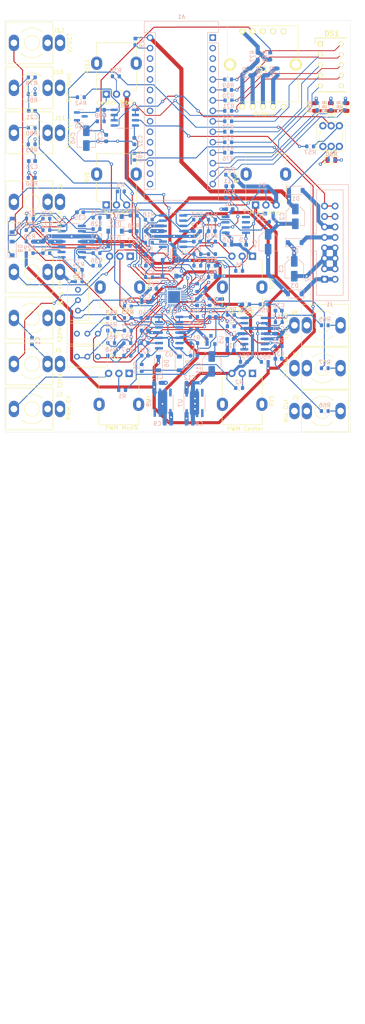
<source format=kicad_pcb>
(kicad_pcb (version 20221018) (generator pcbnew)
  (layers (0 "F.Cu" signal) (1 "In1.Cu" power "+12V") (2 "In2.Cu" power "GND") (31 "B.Cu" signal) (34 "B.Paste" user) (35 "F.Paste" user) (36 "B.SilkS" user "B.Silkscreen") (37 "F.SilkS" user "F.Silkscreen") (38 "B.Mask" user) (39 "F.Mask" user) (44 "Edge.Cuts" user))
  (net 0 "")
  (net 4 "Net-(A1-D2)")
  (net 5 "Net-(A1-D3)")
  (net 6 "Net-(A1-D4)")
  (net 7 "GND")
  (net 8 "Net-(A1-D5)")
  (net 9 "Net-(A1-D6)")
  (net 10 "Net-(A1-D7)")
  (net 11 "Net-(A1-D8)")
  (net 12 "Net-(A1-D9)")
  (net 13 "Net-(A1-D10)")
  (net 14 "Net-(A1-D11)")
  (net 15 "Net-(A1-D12)")
  (net 19 "Net-(A1-A0)")
  (net 27 "ARDUINOPOWER")
  (net 30 "Net-(C1-Pad1)")
  (net 31 "Net-(C1-Pad2)")
  (net 32 "+12V")
  (net 33 "-12V")
  (net 34 "Net-(U9--)")
  (net 35 "Net-(U1D--)")
  (net 36 "Net-(C10-Pad1)")
  (net 37 "Net-(U1C--)")
  (net 38 "Net-(C11-Pad2)")
  (net 39 "TIME_REVERSE")
  (net 40 "+5V")
  (net 41 "-5V")
  (net 42 "Net-(U4A-+)")
  (net 43 "Net-(C20-Pad1)")
  (net 44 "Net-(U1A--)")
  (net 45 "Net-(U11-SOFT_SYNC)")
  (net 46 "SOFT_SYNC")
  (net 47 "Net-(C22-Pad2)")
  (net 48 "HARD_SYNC")
  (net 49 "Net-(Q2-E)")
  (net 50 "Net-(U11-TCAP)")
  (net 51 "Net-(U1B--)")
  (net 52 "Net-(C35-Pad1)")
  (net 53 "Net-(U3A--)")
  (net 54 "Net-(C36-Pad1)")
  (net 55 "PWM+")
  (net 56 "Net-(U3D--)")
  (net 57 "SQO")
  (net 58 "Net-(C39-Pad1)")
  (net 59 "MIXO")
  (net 60 "Net-(D1-A)")
  (net 61 "Net-(D2-A)")
  (net 62 "Net-(D3-K)")
  (net 63 "Net-(D4-A)")
  (net 64 "Net-(D6-K)")
  (net 65 "Net-(D10-A)")
  (net 66 "F")
  (net 67 "G")
  (net 68 "E")
  (net 69 "D")
  (net 70 "DP")
  (net 71 "C")
  (net 72 "B")
  (net 73 "A")
  (net 74 "Net-(J2-Pad3)")
  (net 75 "Net-(D8-A)")
  (net 76 "Net-(J3-Pad3)")
  (net 77 "Net-(D9-A)")
  (net 78 "Net-(D10-K)")
  (net 79 "Net-(J4-Pad3)")
  (net 80 "Net-(J5-Pad3)")
  (net 81 "Net-(D11-K)")
  (net 82 "Net-(D11-A)")
  (net 83 "SIN_OUT")
  (net 84 "SQUARE_OUT")
  (net 85 "Net-(D12-K)")
  (net 86 "Net-(D12-A)")
  (net 87 "MIX_OUT")
  (net 88 "Net-(J10-Pad3)")
  (net 89 "Net-(D13-A)")
  (net 90 "Net-(J11-Pad3)")
  (net 91 "Net-(D14-A)")
  (net 92 "Net-(D15-A)")
  (net 93 "Net-(J1-Pin_13)")
  (net 94 "Main_VPO")
  (net 95 "Net-(U10-K)")
  (net 96 "PWM_CV")
  (net 97 "PWM_OFFSET")
  (net 98 "MIX_CV")
  (net 99 "MIX_OFFSET")
  (net 100 "VREF")
  (net 101 "TZFM_TZPM_IN")
  (net 102 "Net-(U6A--)")
  (net 103 "LIN_FREQ")
  (net 104 "Net-(S1-C_1)")
  (net 106 "TRI_MIX")
  (net 109 "Net-(R32-Pad2)")
  (net 112 "PULSE_MIX")
  (net 113 "SAW_MIX")
  (net 114 "HFTRIM")
  (net 115 "CENTER_PITCH")
  (net 116 "VOLT_PER_OCTAVE_IN")
  (net 117 "LOG_FM_IN")
  (net 118 "OCTAVE_SHIFT")
  (net 119 "Net-(R43-Pad1)")
  (net 120 "Net-(R45-Pad2)")
  (net 121 "TRO")
  (net 123 "Net-(D16-A)")
  (net 124 "Net-(U3B-+)")
  (net 125 "Net-(Q1-D)")
  (net 126 "Net-(Q2-B)")
  (net 127 "SINO")
  (net 128 "Net-(R64-Pad1)")
  (net 129 "Net-(R68-Pad1)")
  (net 130 "Net-(R77-Pad1)")
  (net 131 "Net-(R79-Pad1)")
  (net 132 "Net-(R82-Pad1)")
  (net 133 "Net-(U9-+)")
  (net 134 "Net-(U2B--)")
  (net 135 "Net-(U2A-+)")
  (net 136 "Net-(U2C--)")
  (net 137 "Net-(U2A--)")
  (net 138 "Net-(U2D--)")
  (net 139 "Net-(U2D-+)")
  (net 140 "Net-(U11-SINE_IN+)")
  (net 141 "Net-(U11-BW_COMP)")
  (net 142 "Net-(U11-SINE_IN-)")
  (net 143 "Net-(U11-SQUARE_OUT)")
  (net 144 "Net-(U4B--)")
  (net 145 "Net-(U11-EXPO_SCALE)")
  (net 146 "Net-(U11-HF_TRACK)")
  (net 147 "Net-(U3C-+)")
  (net 166 "TUNER_SIGNAL")
  (net 167 "VOLT_PER_OCTAVE")
  (net 168 "Net-(R57-Pad2)")
  (net 169 "Net-(R90-Pad2)")
  (footprint "LED_SMD:LED_0805_2012Metric" (layer "F.Cu") (at 113.03 46.0525 90)
    (fp_text reference "D13")
    (fp_text value "LED")
  )
  (footprint "LED_SMD:LED_0805_2012Metric" (layer "F.Cu") (at 109.22 46.0525 90)
    (fp_text reference "D14")
    (fp_text value "LED")
  )
  (footprint "LED_SMD:LED_0805_2012Metric" (layer "F.Cu") (at 105.41 46.0525 90)
    (fp_text reference "D15")
    (fp_text value "LED")
  )
  (footprint "LSHD-A101:DIPS508W50P254L1270H609Q10N" (layer "F.Cu") (at 106.68 30.734)
    (fp_text reference "DS1")
    (fp_text value "LSHD-A103" hide)
  )
  (footprint "Connector_Audio:PJ-3001_Mono_Phone" (layer "F.Cu") (at 40.386 109.22)
    (fp_text reference "J2")
    (fp_text value "PJ301_THONKICONN")
  )
  (footprint "Connector_Audio:PJ-3001_Mono_Phone" (layer "F.Cu") (at 40.386 58.928)
    (fp_text reference "J3")
    (fp_text value "PJ301_THONKICONN")
  )
  (footprint "Connector_Audio:PJ-3001_Mono_Phone" (layer "F.Cu") (at 40.386 87.122)
    (fp_text reference "J6")
    (fp_text value "PJ301_THONKICONN")
  )
  (footprint "Connector_Audio:PJ-3001_Mono_Phone" (layer "F.Cu") (at 103.378 119.634 180)
    (fp_text reference "J7")
    (fp_text value "PJ301_THONKICONN")
  )
  (footprint "Connector_Audio:PJ-3001_Mono_Phone" (layer "F.Cu") (at 103.378 109.22 180)
    (fp_text reference "J8")
    (fp_text value "PJ301_THONKICONN")
  )
  (footprint "Connector_Audio:PJ-3001_Mono_Phone" (layer "F.Cu") (at 103.378 130.048 180)
    (fp_text reference "J9")
    (fp_text value "PJ301_THONKICONN")
  )
  (footprint "Connector_Audio:PJ-3001_Mono_Phone" (layer "F.Cu") (at 40.386 31.242)
    (fp_text reference "J10")
    (fp_text value "PJ301_THONKICONN")
  )
  (footprint "Connector_Audio:PJ-3001_Mono_Phone" (layer "F.Cu") (at 40.386 42.164)
    (fp_text reference "J11")
    (fp_text value "PJ301_THONKICONN")
  )
  (footprint "Connector_Audio:PJ-3001_Mono_Phone" (layer "F.Cu") (at 40.386 20.32)
    (fp_text reference "J12")
    (fp_text value "PJ301_THONKICONN")
  )
  (footprint "Potentiometer_THT:Potentiometer_Bourns_3296W_Vertical" (layer "F.Cu") (at 52.578 101.092)
    (fp_text reference "RV1")
    (fp_text value "5k trim pot")
  )
  (footprint "Potentiometer_THT:Potentiometer_Bourns_3296W_Vertical" (layer "F.Cu") (at 52.578 106.68)
    (fp_text reference "RV2")
    (fp_text value "5k trim pot")
  )
  (footprint "Potentiometer_THT:Potentiometer_Alpha_RD901F-40-00D_Single_Vertical" (layer "F.Cu") (at 60.198 110.744 -90)
    (fp_text reference "RV4")
    (fp_text value "B100k")
  )
  (footprint "Potentiometer_THT:Potentiometer_Alpha_RD901F-40-00D_Single_Vertical" (layer "F.Cu") (at 90.17 110.744 -90)
    (fp_text reference "RV5")
    (fp_text value "B10k")
  )
  (footprint "Potentiometer_THT:Potentiometer_Alpha_RD901F-40-00D_Single_Vertical" (layer "F.Cu") (at 54.61 69.85 90)
    (fp_text reference "RV6")
    (fp_text value "B100k")
  )
  (footprint "Potentiometer_THT:Potentiometer_Alpha_RD901F-40-00D_Single_Vertical" (layer "F.Cu") (at 90.932 69.85 90)
    (fp_text reference "RV7")
    (fp_text value "B10k")
  )
  (footprint "Potentiometer_THT:Potentiometer_Alpha_RD901F-40-00D_Single_Vertical" (layer "F.Cu") (at 60.452 82.296 -90)
    (fp_text reference "RV8")
    (fp_text value "B100k")
  )
  (footprint "Potentiometer_THT:Potentiometer_Alpha_RD901F-40-00D_Single_Vertical" (layer "F.Cu") (at 90.17 82.296 -90)
    (fp_text reference "RV9")
    (fp_text value "B100k")
  )
  (footprint "Potentiometer_THT:Potentiometer_Alpha_RD901F-40-00D_Single_Vertical" (layer "F.Cu") (at 54.61 42.926 90)
    (fp_text reference "RV11")
    (fp_text value "B10k")
  )
  (footprint "SR1712F-0106-20F0A-N9-N-027:SR1712F010620F0AN9N027" (layer "F.Cu") (at 92.71 36.83)
    (fp_text reference "S1")
    (fp_text value "SR1712F-0106-20F0A-N9-N-027" hide)
  )
  (footprint "Connector_Audio:PJ-3001_Mono_Phone" (layer "F.Cu") (at 40.386 98.298)
    (fp_text reference "J5")
    (fp_text value "PJ301_THONKICONN")
  )
  (footprint "Potentiometer_THT:Potentiometer_Bourns_3296W_Vertical" (layer "F.Cu") (at 47.752 90.424 90)
    (fp_text reference "RV3")
    (fp_text value "5k trim pot")
  )
  (footprint "Connector_Audio:PJ-3001_Mono_Phone" (layer "F.Cu") (at 40.386 75.946)
    (fp_text reference "J4")
    (fp_text value "PJ301_THONKICONN")
  )
  (footprint "LED_SMD:LED_0805_2012Metric" (layer "F.Cu") (at 109.362 58.928)
    (fp_text reference "D16")
    (fp_text value "LED")
  )
  (footprint "Synth Parts:DPDT Tayda Push Switch" (layer "F.Cu") (at 109.292 53.115)
    (fp_text reference "SW1")
    (fp_text value "SW_Push_DPDT")
  )
  (footprint "Module:Arduino_Nano" (layer "B.Cu") (at 80.518 29.21 180)
    (fp_text reference "A1")
    (fp_text value "Arduino_Nano_v3.x")
  )
  (footprint "Capacitor_SMD:CP_Elec_4x5.3" (layer "B.Cu") (at 100.584 72.622 -90)
    (fp_text reference "C2")
    (fp_text value "10u")
  )
  (footprint "Capacitor_SMD:CP_Elec_4x5.3" (layer "B.Cu") (at 100.33 85.344 -90)
    (fp_text reference "C3")
    (fp_text value "10u")
  )
  (footprint "Capacitor_SMD:CP_Elec_4x5.3" (layer "B.Cu") (at 93.98 78.762 -90)
    (fp_text reference "C4")
    (fp_text value "10u")
  )
  (footprint "Capacitor_SMD:C_0603_1608Metric" (layer "B.Cu") (at 87.871 79.502 180)
    (fp_text reference "C5")
    (fp_text value "100n")
  )
  (footprint "Capacitor_SMD:C_0603_1608Metric" (layer "B.Cu") (at 84.582 70.866)
    (fp_text reference "C6")
    (fp_text value "100n")
  )
  (footprint "Capacitor_SMD:C_0603_1608Metric" (layer "B.Cu") (at 76.695 78.74 180)
    (fp_text reference "C7")
    (fp_text value "100p")
  )
  (footprint "Capacitor_SMD:C_0603_1608Metric" (layer "B.Cu") (at 74.917 122.936)
    (fp_text reference "C8")
    (fp_text value "0.33u")
  )
  (footprint "Capacitor_SMD:C_0603_1608Metric" (layer "B.Cu") (at 69.609 122.936 180)
    (fp_text reference "C9")
    (fp_text value "0.33u")
  )
  (footprint "Capacitor_SMD:C_0603_1608Metric" (layer "B.Cu") (at 80.277 76.2 180)
    (fp_text reference "C10")
    (fp_text value "100p")
  )
  (footprint "Capacitor_SMD:C_0603_1608Metric" (layer "B.Cu") (at 84.569 65.278 180)
    (fp_text reference "C11")
    (fp_text value "100p")
  )
  (footprint "Capacitor_SMD:C_0603_1608Metric" (layer "B.Cu") (at 67.069 113.03 180)
    (fp_text reference "C13")
    (fp_text value "100n")
  )
  (footprint "Capacitor_SMD:C_0603_1608Metric" (layer "B.Cu") (at 84.849 105.156 180)
    (fp_text reference "C14")
    (fp_text value "0.1uf")
  )
  (footprint "Capacitor_SMD:CP_Elec_4x5.3" (layer "B.Cu") (at 80.264 108.436 -90)
    (fp_text reference "C15")
    (fp_text value "10u")
  )
  (footprint "Capacitor_SMD:C_0603_1608Metric" (layer "B.Cu") (at 65.011 76.2)
    (fp_text reference "C16")
    (fp_text value "100n")
  )
  (footprint "Capacitor_SMD:C_0603_1608Metric" (layer "B.Cu") (at 76.695 76.2 180)
    (fp_text reference "C17")
    (fp_text value "100n")
  )
  (footprint "Capacitor_SMD:C_0603_1608Metric" (layer "B.Cu") (at 40.119 78.74)
    (fp_text reference "C18")
    (fp_text value "100n")
  )
  (footprint "Capacitor_SMD:C_0603_1608Metric" (layer "B.Cu") (at 52.311 78.74 180)
    (fp_text reference "C19")
    (fp_text value "100n")
  )
  (footprint "Capacitor_SMD:C_0603_1608Metric" (layer "B.Cu") (at 65.037 84.582 180)
    (fp_text reference "C20")
    (fp_text value "100p")
  )
  (footprint "Capacitor_SMD:C_0603_1608Metric" (layer "B.Cu") (at 36.563 46.99 180)
    (fp_text reference "C21")
    (fp_text value "10n")
  )
  (footprint "Capacitor_SMD:C_0603_1608Metric" (layer "B.Cu") (at 36.563 59.182)
    (fp_text reference "C23")
    (fp_text value "10n")
  )
  (footprint "Capacitor_SMD:C_0603_1608Metric" (layer "B.Cu") (at 63.995 100.33)
    (fp_text reference "C24")
    (fp_text value "100n")
  )
  (footprint "Capacitor_SMD:C_0603_1608Metric" (layer "B.Cu") (at 75.959 100.076 180)
    (fp_text reference "C25")
    (fp_text value "100n")
  )
  (footprint "Capacitor_SMD:C_0603_1608Metric" (layer "B.Cu") (at 66.053 90.17 180)
    (fp_text reference "C26")
    (fp_text value "3.9n COG/NPO")
  )
  (footprint "Capacitor_SMD:C_0603_1608Metric" (layer "B.Cu") (at 84.823 102.362)
    (fp_text reference "C27")
    (fp_text value "100n")
  )
  (footprint "Capacitor_SMD:C_0603_1608Metric" (layer "B.Cu") (at 96.533 101.092 180)
    (fp_text reference "C28")
    (fp_text value "100n")
  )
  (footprint "Capacitor_SMD:C_0603_1608Metric" (layer "B.Cu") (at 63.995 93.472 180)
    (fp_text reference "C34")
    (fp_text value "100n")
  )
  (footprint "Capacitor_SMD:C_0603_1608Metric" (layer "B.Cu") (at 48.273 71.628)
    (fp_text reference "C35")
    (fp_text value "100p")
  )
  (footprint "Capacitor_SMD:C_0603_1608Metric" (layer "B.Cu") (at 63.995 106.426 180)
    (fp_text reference "C36")
    (fp_text value "100p")
  )
  (footprint "Capacitor_SMD:C_0603_1608Metric" (layer "B.Cu") (at 80.505 97.028)
    (fp_text reference "C37")
    (fp_text value "100p")
  )
  (footprint "Capacitor_SMD:C_0603_1608Metric" (layer "B.Cu") (at 96.533 95.504)
    (fp_text reference "C38")
    (fp_text value "22p")
  )
  (footprint "Capacitor_SMD:C_0603_1608Metric" (layer "B.Cu") (at 96.507 107.188)
    (fp_text reference "C39")
    (fp_text value "22p")
  )
  (footprint "Diode_SMD:D_SOD-123" (layer "B.Cu") (at 100.71 66.294)
    (fp_text reference "D1")
    (fp_text value "B5819W")
  )
  (footprint "Diode_SMD:D_SOD-123" (layer "B.Cu") (at 100.458 78.994)
    (fp_text reference "D2")
    (fp_text value "B5819W")
  )
  (footprint "Diode_SMD:D_SOD-123" (layer "B.Cu") (at 100.456 91.44 180)
    (fp_text reference "D3")
    (fp_text value "B5819W")
  )
  (footprint "Package_TO_SOT_SMD:SOT-23" (layer "B.Cu") (at 94.234 72.914 -90)
    (fp_text reference "Q1")
    (fp_text value "2N7002")
  )
  (footprint "Package_TO_SOT_SMD:SOT-23" (layer "B.Cu") (at 77.74 89.916)
    (fp_text reference "Q2")
    (fp_text value "MMBT3904")
  )
  (footprint "Resistor_SMD:R_0603_1608Metric" (layer "B.Cu") (at 86.931 114.3 180)
    (fp_text reference "R2")
    (fp_text value "100k")
  )
  (footprint "Resistor_SMD:R_0603_1608Metric" (layer "B.Cu") (at 58.166 66.548)
    (fp_text reference "R3")
    (fp_text value "100k")
  )
  (footprint "Resistor_SMD:R_0603_1608Metric" (layer "B.Cu") (at 92.519 66.548 180)
    (fp_text reference "R4")
    (fp_text value "100k")
  )
  (footprint "Resistor_SMD:R_0603_1608Metric" (layer "B.Cu") (at 76.771 84.582 180)
    (fp_text reference "R5")
    (fp_text value "100k")
  )
  (footprint "Resistor_SMD:R_0603_1608Metric" (layer "B.Cu") (at 86.931 85.852 180)
    (fp_text reference "R6")
    (fp_text value "100k")
  )
  (footprint "Resistor_SMD:R_0603_1608Metric" (layer "B.Cu") (at 63.945 103.378 180)
    (fp_text reference "R7")
    (fp_text value "110k")
  )
  (footprint "Resistor_SMD:R_0603_1608Metric" (layer "B.Cu") (at 64.961 81.788)
    (fp_text reference "R8")
    (fp_text value "110k")
  )
  (footprint "Resistor_SMD:R_0603_1608Metric" (layer "B.Cu") (at 76.771 81.788)
    (fp_text reference "R9")
    (fp_text value "100k")
  )
  (footprint "Resistor_SMD:R_0603_1608Metric" (layer "B.Cu") (at 63.246 109.411 -90)
    (fp_text reference "R10")
    (fp_text value "5k")
  )
  (footprint "Resistor_SMD:R_0603_1608Metric" (layer "B.Cu") (at 65.024 87.376)
    (fp_text reference "R11")
    (fp_text value "5k")
  )
  (footprint "Resistor_SMD:R_0603_1608Metric" (layer "B.Cu") (at 80.327 81.788)
    (fp_text reference "R12")
    (fp_text value "20k")
  )
  (footprint "Resistor_SMD:R_0603_1608Metric" (layer "B.Cu") (at 76.708 73.406 180)
    (fp_text reference "R13")
    (fp_text value "20k")
  )
  (footprint "Resistor_SMD:R_0603_1608Metric" (layer "B.Cu") (at 64.961 78.994 180)
    (fp_text reference "R15")
    (fp_text value "100k")
  )
  (footprint "Resistor_SMD:R_0603_1608Metric" (layer "B.Cu") (at 84.265 79.502 180)
    (fp_text reference "R16")
    (fp_text value "100")
  )
  (footprint "Resistor_SMD:R_0603_1608Metric" (layer "B.Cu") (at 76.009 103.378)
    (fp_text reference "R17")
    (fp_text value "100k")
  )
  (footprint "Resistor_SMD:R_0603_1608Metric" (layer "B.Cu") (at 64.961 73.406)
    (fp_text reference "R18")
    (fp_text value "100k")
  )
  (footprint "Resistor_SMD:R_0603_1608Metric" (layer "B.Cu") (at 80.327 78.74 180)
    (fp_text reference "R19")
    (fp_text value "500k")
  )
  (footprint "Resistor_SMD:R_0603_1608Metric" (layer "B.Cu") (at 84.519 68.072)
    (fp_text reference "R20")
    (fp_text value "100k")
  )
  (footprint "Resistor_SMD:R_0603_1608Metric" (layer "B.Cu") (at 76.009 106.426 180)
    (fp_text reference "R21")
    (fp_text value "25k")
  )
  (footprint "Resistor_SMD:R_0603_1608Metric" (layer "B.Cu") (at 40.069 75.946)
    (fp_text reference "R22")
    (fp_text value "100k")
  )
  (footprint "Resistor_SMD:R_0603_1608Metric" (layer "B.Cu") (at 84.519 62.484)
    (fp_text reference "R23")
    (fp_text value "10k")
  )
  (footprint "Resistor_SMD:R_0603_1608Metric" (layer "B.Cu") (at 36.068 73.152 180)
    (fp_text reference "R24")
    (fp_text value "100k")
  )
  (footprint "Resistor_SMD:R_0603_1608Metric" (layer "B.Cu") (at 40.069 73.152 180)
    (fp_text reference "R25")
    (fp_text value "100k")
  )
  (footprint "Resistor_SMD:R_0603_1608Metric" (layer "B.Cu") (at 36.005 75.946 180)
    (fp_text reference "R26")
    (fp_text value "100k")
  )
  (footprint "Resistor_SMD:R_0603_1608Metric" (layer "B.Cu") (at 61.214 79.756 180)
    (fp_text reference "R27")
    (fp_text value "80k")
  )
  (footprint "Resistor_SMD:R_0603_1608Metric" (layer "B.Cu") (at 52.261 75.692 180)
    (fp_text reference "R28")
    (fp_text value "100k")
  )
  (footprint "Resistor_SMD:R_0603_1608Metric" (layer "B.Cu") (at 36.005 81.534 180)
    (fp_text reference "R29")
    (fp_text value "100k")
  )
  (footprint "Resistor_SMD:R_0603_1608Metric" (layer "B.Cu") (at 36.005 78.74 180)
    (fp_text reference "R30")
    (fp_text value "50K")
  )
  (footprint "Resistor_SMD:R_0603_1608Metric" (layer "B.Cu") (at 52.261 72.898)
    (fp_text reference "R31")
    (fp_text value "100k")
  )
  (footprint "Resistor_SMD:R_0603_1608Metric" (layer "B.Cu") (at 40.069 81.534)
    (fp_text reference "R32")
    (fp_text value "50K")
  )
  (footprint "Resistor_SMD:R_0603_1608Metric" (layer "B.Cu") (at 52.261 81.534)
    (fp_text reference "R33")
    (fp_text value "50K")
  )
  (footprint "Resistor_SMD:R_0603_1608Metric" (layer "B.Cu") (at 47.943 85.598)
    (fp_text reference "R34")
    (fp_text value "50K")
  )
  (footprint "Resistor_SMD:R_0603_1608Metric" (layer "B.Cu") (at 47.943 88.392)
    (fp_text reference "R35")
    (fp_text value "110k")
  )
  (footprint "Resistor_SMD:R_0603_1608Metric" (layer "B.Cu") (at 52.261 84.582)
    (fp_text reference "R36")
    (fp_text value "110k")
  )
  (footprint "Resistor_SMD:R_0603_1608Metric" (layer "B.Cu") (at 61.277 72.39 180)
    (fp_text reference "R37")
    (fp_text value "100k")
  )
  (footprint "Resistor_SMD:R_0603_1608Metric" (layer "B.Cu") (at 61.277 76.2 180)
    (fp_text reference "R38")
    (fp_text value "62k")
  )
  (footprint "Resistor_SMD:R_0603_1608Metric" (layer "B.Cu") (at 56.959 38.608 180)
    (fp_text reference "R39")
    (fp_text value "120k")
  )
  (footprint "Resistor_SMD:R_0603_1608Metric" (layer "B.Cu") (at 63.945 97.282)
    (fp_text reference "R40")
    (fp_text value "51K")
  )
  (footprint "Resistor_SMD:R_0603_1608Metric" (layer "B.Cu") (at 75.946 97.028 180)
    (fp_text reference "R41")
    (fp_text value "51K")
  )
  (footprint "Resistor_SMD:R_0603_1608Metric" (layer "B.Cu") (at 48.451 43.688)
    (fp_text reference "R42")
    (fp_text value "51K")
  )
  (footprint "Resistor_SMD:R_0603_1608Metric" (layer "B.Cu") (at 55.817 97.282)
    (fp_text reference "R43")
    (fp_text value "10k")
  )
  (footprint "Resistor_SMD:R_0603_1608Metric" (layer "B.Cu") (at 59.881 100.33 180)
    (fp_text reference "R44")
    (fp_text value "100k")
  )
  (footprint "Resistor_SMD:R_0603_1608Metric" (layer "B.Cu") (at 55.817 100.33 180)
    (fp_text reference "R45")
    (fp_text value "22k")
  )
  (footprint "Resistor_SMD:R_0603_1608Metric" (layer "B.Cu") (at 80.327 87.376)
    (fp_text reference "R46")
    (fp_text value "20k")
  )
  (footprint "Resistor_SMD:R_0603_1608Metric" (layer "B.Cu") (at 59.753 106.426 180)
    (fp_text reference "R47")
    (fp_text value "4.02k")
  )
  (footprint "Resistor_SMD:R_0603_1608Metric" (layer "B.Cu") (at 55.817 106.426 180)
    (fp_text reference "R48")
    (fp_text value "4.75k")
  )
  (footprint "Resistor_SMD:R_0603_1608Metric" (layer "B.Cu") (at 80.327 84.582 180)
    (fp_text reference "R49")
    (fp_text value "20k")
  )
  (footprint "Resistor_SMD:R_0603_1608Metric" (layer "B.Cu") (at 36.513 63.246)
    (fp_text reference "R50")
    (fp_text value "10k")
  )
  (footprint "Resistor_SMD:R_0603_1608Metric" (layer "B.Cu") (at 59.753 103.378)
    (fp_text reference "R52")
    (fp_text value "4.75k")
  )
  (footprint "Resistor_SMD:R_0603_1608Metric" (layer "B.Cu") (at 59.881 97.282 180)
    (fp_text reference "R53")
    (fp_text value "267k")
  )
  (footprint "Resistor_SMD:R_0603_1608Metric" (layer "B.Cu") (at 88.075 107.95 180)
    (fp_text reference "R54")
    (fp_text value "4.7k")
  )
  (footprint "Resistor_SMD:R_0603_1608Metric" (layer "B.Cu") (at 88.583 93.98)
    (fp_text reference "R55")
    (fp_text value "20k")
  )
  (footprint "Resistor_SMD:R_0603_1608Metric" (layer "B.Cu") (at 92.901 93.98)
    (fp_text reference "R56")
    (fp_text value "20k")
  )
  (footprint "Resistor_SMD:R_0603_1608Metric" (layer "B.Cu") (at 84.899 99.314 180)
    (fp_text reference "R59")
    (fp_text value "5.1k")
  )
  (footprint "Resistor_SMD:R_0603_1608Metric" (layer "B.Cu") (at 93.155 107.95)
    (fp_text reference "R60")
    (fp_text value "80k")
  )
  (footprint "Resistor_SMD:R_0603_1608Metric" (layer "B.Cu") (at 55.817 103.378 180)
    (fp_text reference "R61")
    (fp_text value "12.7k")
  )
  (footprint "Resistor_SMD:R_0603_1608Metric" (layer "B.Cu") (at 96.583 98.298)
    (fp_text reference "R62")
    (fp_text value "80k")
  )
  (footprint "Resistor_SMD:R_0603_1608Metric" (layer "B.Cu") (at 96.52 104.14)
    (fp_text reference "R63")
    (fp_text value "62k")
  )
  (footprint "Resistor_SMD:R_0603_1608Metric" (layer "B.Cu") (at 84.899 96.52 180)
    (fp_text reference "R64")
    (fp_text value "10k")
  )
  (footprint "Resistor_SMD:R_0603_1608Metric" (layer "B.Cu") (at 107.759 99.06 180)
    (fp_text reference "R65")
    (fp_text value "1k")
  )
  (footprint "Resistor_SMD:R_0603_1608Metric" (layer "B.Cu") (at 107.759 119.888 180)
    (fp_text reference "R66")
    (fp_text value "1k")
  )
  (footprint "Resistor_SMD:R_0603_1608Metric" (layer "B.Cu") (at 107.759 109.474 180)
    (fp_text reference "R67")
    (fp_text value "1k")
  )
  (footprint "Resistor_SMD:R_0603_1608Metric" (layer "B.Cu") (at 94.488 33.719 90)
    (fp_text reference "R68")
    (fp_text value "10k 0.1%")
  )
  (footprint "Resistor_SMD:R_0603_1608Metric" (layer "B.Cu") (at 84.328 44.45)
    (fp_text reference "R71")
    (fp_text value "2k")
  )
  (footprint "Resistor_SMD:R_0603_1608Metric" (layer "B.Cu") (at 84.265 46.99)
    (fp_text reference "R72")
    (fp_text value "2k")
  )
  (footprint "Resistor_SMD:R_0603_1608Metric" (layer "B.Cu") (at 84.265 49.53)
    (fp_text reference "R73")
    (fp_text value "2k")
  )
  (footprint "Resistor_SMD:R_0603_1608Metric" (layer "B.Cu") (at 84.265 52.07)
    (fp_text reference "R74")
    (fp_text value "2k")
  )
  (footprint "Resistor_SMD:R_0603_1608Metric" (layer "B.Cu") (at 84.265 54.61)
    (fp_text reference "R75")
    (fp_text value "2k")
  )
  (footprint "Resistor_SMD:R_0603_1608Metric" (layer "B.Cu") (at 84.265 57.15)
    (fp_text reference "R76")
    (fp_text value "2k")
  )
  (footprint "Resistor_SMD:R_0603_1608Metric" (layer "B.Cu") (at 91.44 33.719 90)
    (fp_text reference "R77")
    (fp_text value "10k 0.1%")
  )
  (footprint "Resistor_SMD:R_0603_1608Metric" (layer "B.Cu") (at 36.513 38.862)
    (fp_text reference "R78")
    (fp_text value "100k")
  )
  (footprint "Resistor_SMD:R_0603_1608Metric" (layer "B.Cu") (at 89.662 37.529 90)
    (fp_text reference "R79")
    (fp_text value "10k 0.1%")
  )
  (footprint "Resistor_SMD:R_0603_1608Metric" (layer "B.Cu") (at 36.513 51.054)
    (fp_text reference "R80")
    (fp_text value "100k")
  )
  (footprint "Resistor_SMD:R_0603_1608Metric" (layer "B.Cu") (at 36.513 42.926)
    (fp_text reference "R81")
    (fp_text value "33k")
  )
  (footprint "Resistor_SMD:R_0603_1608Metric" (layer "B.Cu") (at 92.964 37.592 90)
    (fp_text reference "R82")
    (fp_text value "10k 0.1%")
  )
  (footprint "Resistor_SMD:R_0603_1608Metric" (layer "B.Cu") (at 36.513 55.118)
    (fp_text reference "R83")
    (fp_text value "33k")
  )
  (footprint "Resistor_SMD:R_0603_1608Metric" (layer "B.Cu") (at 96.266 37.529 90)
    (fp_text reference "R84")
    (fp_text value "10k 0.1%")
  )
  (footprint "Resistor_SMD:R_0603_1608Metric" (layer "B.Cu") (at 61.468 58.103 90)
    (fp_text reference "R85")
    (fp_text value "1k")
  )
  (footprint "Resistor_SMD:R_0603_1608Metric" (layer "B.Cu") (at 112.522 45.911 -90)
    (fp_text reference "R86")
    (fp_text value "2k")
  )
  (footprint "Resistor_SMD:R_0603_1608Metric" (layer "B.Cu") (at 109.22 45.911 -90)
    (fp_text reference "R87")
    (fp_text value "2k")
  )
  (footprint "Resistor_SMD:R_0603_1608Metric" (layer "B.Cu") (at 105.918 45.911 -90)
    (fp_text reference "R88")
    (fp_text value "2k")
  )
  (footprint "Package_SO:SOIC-14_3.9x8.7mm_P1.27mm" (layer "B.Cu") (at 70.866 76.2)
    (fp_text reference "U1")
    (fp_text value "TL074")
  )
  (footprint "Package_SO:SOIC-14_3.9x8.7mm_P1.27mm" (layer "B.Cu") (at 69.915 100.838)
    (fp_text reference "U3")
    (fp_text value "TL074")
  )
  (footprint "Package_SO:SOIC-14_3.9x8.7mm_P1.27mm" (layer "B.Cu") (at 90.678 101.092)
    (fp_text reference "U4")
    (fp_text value "TL074")
  )
  (footprint "Package_TO_SOT_SMD:SOT-23" (layer "B.Cu") (at 80.076 102.616 90)
    (fp_text reference "U5")
    (fp_text value "LM4040A (2.5V)")
  )
  (footprint "Package_SO:SOIC-8_3.9x4.9mm_P1.27mm" (layer "B.Cu") (at 76.073 117.921 -90)
    (fp_text reference "U7")
    (fp_text value "L78L05_SO8")
  )
  (footprint "Package_SO:SOIC-8_3.9x4.9mm_P1.27mm" (layer "B.Cu") (at 68.326 117.856 -90)
    (fp_text reference "U8")
    (fp_text value "L79L05_SO8")
  )
  (footprint "Package_SO:SOIC-8_3.9x4.9mm_P1.27mm" (layer "B.Cu") (at 86.106 74.676)
    (fp_text reference "U9")
    (fp_text value "LM311")
  )
  (footprint "Diode_SMD:D_SOD-123" (layer "B.Cu") (at 69.978 83.312 180)
    (fp_text reference "D4")
    (fp_text value "1N4148W")
  )
  (footprint "Diode_SMD:D_SOD-123" (layer "B.Cu") (at 69.976 87.122)
    (fp_text reference "D5")
    (fp_text value "1N4148W")
  )
  (footprint "Diode_SMD:D_SOD-123" (layer "B.Cu") (at 67.31 108.33 90)
    (fp_text reference "D6")
    (fp_text value "1N4148W")
  )
  (footprint "Diode_SMD:D_SOD-123" (layer "B.Cu") (at 72.39 108.332 -90)
    (fp_text reference "D7")
    (fp_text value "1N4148W")
  )
  (footprint "Diode_SMD:D_SOD-123" (layer "B.Cu") (at 31.75 74.804 90)
    (fp_text reference "D8")
    (fp_text value "1N4148W")
  )
  (footprint "Diode_SMD:D_SOD-123" (layer "B.Cu") (at 31.75 80.39 90)
    (fp_text reference "D9")
    (fp_text value "1N4148W")
  )
  (footprint "Diode_SMD:D_SOD-123" (layer "B.Cu") (at 56.768 79.756 180)
    (fp_text reference "D10")
    (fp_text value "1N4148W")
  )
  (footprint "Diode_SMD:D_SOD-123" (layer "B.Cu") (at 56.768 72.644 180)
    (fp_text reference "D11")
    (fp_text value "1N4148W")
  )
  (footprint "Diode_SMD:D_SOD-123" (layer "B.Cu") (at 56.768 76.2 180)
    (fp_text reference "D12")
    (fp_text value "1N4148W")
  )
  (footprint "Connector_IDC:IDC-Header_2x08_P2.54mm_Vertical" (layer "B.Cu") (at 107.696 87.884)
    (fp_text reference "J1")
    (fp_text value "Conn_02x08_Odd_Even")
  )
  (footprint "Capacitor_SMD:C_0603_1608Metric" (layer "B.Cu") (at 61.722 30.213 90)
    (fp_text reference "C29")
    (fp_text value "100n")
  )
  (footprint "Resistor_SMD:R_0603_1608Metric" (layer "B.Cu") (at 84.265 39.37)
    (fp_text reference "R69")
    (fp_text value "2k")
  )
  (footprint "Resistor_SMD:R_0603_1608Metric" (layer "B.Cu") (at 84.265 41.91)
    (fp_text reference "R70")
    (fp_text value "2k")
  )
  (footprint "Capacitor_SMD:C_0603_1608Metric" (layer "B.Cu") (at 74.93 113.03)
    (fp_text reference "C12")
    (fp_text value "100n")
  )
  (footprint "Package_DFN_QFN:QFN-32-1EP_4x4mm_P0.4mm_EP2.9x2.9mm" (layer "B.Cu") (at 71.110695 92.202)
    (fp_text reference "U11")
    (fp_text value "SSI2130")
  )
  (footprint "Resistor_SMD:R_0603_1608Metric" (layer "B.Cu") (at 79.756 93.409 -90)
    (fp_text reference "R51")
    (fp_text value "270")
  )
  (footprint "Capacitor_SMD:C_0603_1608Metric" (layer "B.Cu") (at 76.708 93.459 -90)
    (fp_text reference "C31")
    (fp_text value "100n")
  )
  (footprint "Capacitor_SMD:C_0603_1608Metric" (layer "B.Cu") (at 82.804 93.472 -90)
    (fp_text reference "C22")
    (fp_text value "10n")
  )
  (footprint "Resistor_SMD:R_0603_1608Metric" (layer "B.Cu") (at 58.483 114.808)
    (fp_text reference "R1")
    (fp_text value "100k")
  )
  (footprint "Package_SO:SOIC-14_3.9x8.7mm_P1.27mm" (layer "B.Cu") (at 46.228 78.74)
    (fp_text reference "U2")
    (fp_text value "TL074")
  )
  (footprint "Resistor_SMD:R_0603_1608Metric" (layer "B.Cu") (at 80.327 73.406)
    (fp_text reference "R14")
    (fp_text value "20k")
  )
  (footprint "Capacitor_SMD:C_0603_1608Metric" (layer "B.Cu") (at 36.576 102.883 90)
    (fp_text reference "C1")
    (fp_text value "10u")
  )
  (footprint "Capacitor_SMD:C_0603_1608Metric" (layer "B.Cu") (at 61.468 54.343 90)
    (fp_text reference "C32")
    (fp_text value "100n")
  )
  (footprint "Capacitor_SMD:C_0603_1608Metric" (layer "B.Cu") (at 53.327 46.736)
    (fp_text reference "C30")
    (fp_text value "100n")
  )
  (footprint "Capacitor_SMD:CP_Elec_4x5.3" (layer "B.Cu") (at 49.784 53.616 -90)
    (fp_text reference "C40")
    (fp_text value "10u")
  )
  (footprint "Package_TO_SOT_SMD:SOT-23" (layer "B.Cu") (at 48.4355 48.326)
    (fp_text reference "U10")
    (fp_text value "LM4040A (5V)")
  )
  (footprint "Resistor_SMD:R_0603_1608Metric" (layer "B.Cu") (at 104.203 55.626)
    (fp_text reference "R57")
    (fp_text value "51K")
  )
  (footprint "Resistor_SMD:R_0603_1608Metric" (layer "B.Cu") (at 53.277 49.53 180)
    (fp_text reference "R89")
    (fp_text value "1k")
  )
  (footprint "Capacitor_SMD:C_0603_1608Metric" (layer "B.Cu") (at 54.61 53.607 -90)
    (fp_text reference "C33")
    (fp_text value "100n")
  )
  (footprint "Resistor_SMD:R_0603_1608Metric" (layer "B.Cu") (at 59.881 94.488 180)
    (fp_text reference "R58")
    (fp_text value "R_Drop_Octave(>51k, 51k = 5Oct Drop)")
  )
  (footprint "Package_SO:SO-8_3.9x4.9mm_P1.27mm" (layer "B.Cu") (at 59.147 48.641 180)
    (fp_text reference "U6")
    (fp_text value "TL072")
  )
  (footprint "Resistor_SMD:R_0603_1608Metric" (layer "B.Cu") (at 109.411 58.928 180)
    (fp_text reference "R90")
    (fp_text value "2k")
  )
  (gr_line (start 114 25) (end 114 125) (stroke (width 0.05)) (layer "Edge.Cuts"))
  (gr_line (start 30 25) (end 114 25) (stroke (width 0.05)) (layer "Edge.Cuts"))
  (gr_line (start 30 125) (end 114 125) (stroke (width 0.05)) (layer "Edge.Cuts"))
  (gr_line (start 30 25) (end 30 125) (stroke (width 0.05)) (layer "Edge.Cuts"))
  (gr_text "TZPM" (at 43.434 101.346 90) (layer "F.SilkS") (effects (font (size 1 1))))
  (gr_text "TZFM" (at 43.434 112.522 90) (layer "F.SilkS") (effects (font (size 1 1))))
  (gr_text "PWM Center" (at 88.392 124.206) (layer "F.SilkS") (effects (font (size 1 1))))
  (gr_text "PWM Mod%" (at 58.42 123.952) (layer "F.SilkS") (effects (font (size 1 1))))
  (gr_text "Mix CV%" (at 57.15 71.628) (layer "F.SilkS") (effects (font (size 1 1))))
  (gr_text "Log FM" (at 43.434 90.932 90) (layer "F.SilkS") (effects (font (size 1 1))))
  (gr_text "Octave" (at 92.964 47.752) (layer "F.SilkS") (effects (font (size 1 1))))
  (gr_text "Sync Out" (at 98.298 99.314 90) (layer "F.SilkS") (effects (font (size 1 1))))
  (gr_text "Hard Sync" (at 45.466 52.324 90) (layer "F.SilkS") (effects (font (size 1 1))))
  (gr_text "Mix Out" (at 98.298 119.888 90) (layer "F.SilkS") (effects (font (size 1 1))))
  (gr_text "Mix CV" (at 43.18 73.914 90) (layer "F.SilkS") (effects (font (size 1 1))))
  (gr_text "Log FM%" (at 58.166 95.758) (layer "F.SilkS") (effects (font (size 1 1))))
  (gr_text "TZ Mod%" (at 87.376 95.758) (layer "F.SilkS") (effects (font (size 1 1))))
  (gr_text "Center Pitch" (at 56.896 44.958) (layer "F.SilkS") (effects (font (size 1 1))))
  (gr_text "V/OCT" (at 45.72 30.48 90) (layer "F.SilkS") (effects (font (size 1 1))))
  (gr_text "Sin Out" (at 98.298 109.22 90) (layer "F.SilkS") (effects (font (size 1 1))))
  (gr_text "PWM CV" (at 45.466 119.126 90) (layer "F.SilkS") (effects (font (size 1 1))))
  (gr_text "Mix Center" (at 93.472 71.628) (layer "F.SilkS") (effects (font (size 1 1))))
  (gr_text "Soft Sync" (at 45.466 41.402 90) (layer "F.SilkS") (effects (font (size 1 1))))
  (segment (start 83.44 39.37) (end 80.518 39.37) (width 0.2) (layer "B.Cu") (net 4))
  (segment (start 83.44 41.91) (end 80.518 41.91) (width 0.2) (layer "B.Cu") (net 5))
  (segment (start 83.503 44.45) (end 80.518 44.45) (width 0.2) (layer "B.Cu") (net 6))
  (segment (start 107.442 46.99) (end 105.664 46.99) (width 0.75) (layer "F.Cu") (net 7))
  (segment (start 110.998 46.99) (end 107.442 46.99) (width 0.75) (layer "F.Cu") (net 7))
  (segment (start 76.546694 91.601306) (end 79.502 88.646) (width 0.25) (layer "F.Cu") (net 7))
  (segment (start 112.776 46.99) (end 110.998 46.99) (width 0.75) (layer "F.Cu") (net 7))
  (segment (start 108.4245 58.928) (end 107.696 58.928) (width 0.25) (layer "F.Cu") (net 7))
  (segment (start 75.465326 91.601306) (end 76.546694 91.601306) (width 0.25) (layer "F.Cu") (net 7))
  (segment (start 107.696 58.928) (end 106.68 59.944) (width 0.25) (layer "F.Cu") (net 7))
  (via (at 85.059 78.009) (size 0.8) (drill 0.4) (layers "F.Cu" "B.Cu") (net 7))
  (via (at 75.07 101.74) (size 0.8) (drill 0.4) (layers "F.Cu" "B.Cu") (net 7))
  (via (at 57.531 104.775) (size 0.8) (drill 0.4) (layers "F.Cu" "B.Cu") (net 7))
  (via (at 96.8975 100.2065) (size 0.8) (drill 0.4) (layers "F.Cu" "B.Cu") (net 7))
  (via (at 79.502 88.646) (size 0.8) (drill 0.4) (layers "F.Cu" "B.Cu") (net 7))
  (via (at 57.404 54.356) (size 0.8) (drill 0.4) (layers "F.Cu" "B.Cu") (net 7))
  (via (at 40.64 77.47) (size 0.8) (drill 0.4) (layers "F.Cu" "B.Cu") (net 7))
  (via (at 75.465326 91.601306) (size 0.8) (drill 0.4) (layers "F.Cu" "B.Cu") (net 7))
  (via (at 70.384 121.386) (size 0.8) (drill 0.4) (layers "F.Cu" "B.Cu") (net 7))
  (via (at 69.088 113.03) (size 0.8) (drill 0.4) (layers "F.Cu" "B.Cu") (net 7))
  (via (at 107.442 46.99) (size 0.8) (drill 0.4) (layers "F.Cu" "B.Cu") (net 7))
  (via (at 76.2 118.11) (size 0.8) (drill 0.4) (layers "F.Cu" "B.Cu") (net 7))
  (via (at 71.12 77.47) (size 0.8) (drill 0.4) (layers "F.Cu" "B.Cu") (net 7))
  (via (at 63.294258 92.250258) (size 0.8) (drill 0.4) (layers "F.Cu" "B.Cu") (net 7))
  (via (at 81.534 92.71) (size 0.8) (drill 0.4) (layers "F.Cu" "B.Cu") (net 7))
  (via (at 103.356 87.144) (size 0.8) (drill 0.4) (layers "F.Cu" "B.Cu") (net 7))
  (via (at 65.024 102.108) (size 0.8) (drill 0.4) (layers "F.Cu" "B.Cu") (net 7))
  (via (at 90.678 99.822) (size 0.8) (drill 0.4) (layers "F.Cu" "B.Cu") (net 7))
  (via (at 106.68 59.944) (size 0.8) (drill 0.4) (layers "F.Cu" "B.Cu") (net 7))
  (via (at 46.228 77.47) (size 0.8) (drill 0.4) (layers "F.Cu" "B.Cu") (net 7))
  (via (at 96.52 74.422) (size 0.8) (drill 0.4) (layers "F.Cu" "B.Cu") (net 7))
  (via (at 76.2 119.38) (size 0.8) (drill 0.4) (layers "F.Cu" "B.Cu") (net 7))
  (via (at 78.245 101.587) (size 0.8) (drill 0.4) (layers "F.Cu" "B.Cu") (net 7))
  (via (at 74.93 77.47) (size 0.8) (drill 0.4) (layers "F.Cu" "B.Cu") (net 7))
  (via (at 37.338 61.976) (size 0.8) (drill 0.4) (layers "F.Cu" "B.Cu") (net 7))
  (via (at 84.074 103.632) (size 0.8) (drill 0.4) (layers "F.Cu" "B.Cu") (net 7))
  (via (at 69.85 102.108) (size 0.8) (drill 0.4) (layers "F.Cu" "B.Cu") (net 7))
  (via (at 38.1 78.74) (size 0.8) (drill 0.4) (layers "F.Cu" "B.Cu") (net 7))
  (via (at 37.338 41.656) (size 0.8) (drill 0.4) (layers "F.Cu" "B.Cu") (net 7))
  (via (at 77.47 113.03) (size 0.8) (drill 0.4) (layers "F.Cu" "B.Cu") (net 7))
  (via (at 52.3075 77.4865) (size 0.8) (drill 0.4) (layers "F.Cu" "B.Cu") (net 7))
  (via (at 82.55 70.866) (size 0.8) (drill 0.4) (layers "F.Cu" "B.Cu") (net 7))
  (via (at 110.998 46.99) (size 0.8) (drill 0.4) (layers "F.Cu" "B.Cu") (net 7))
  (via (at 76.2 116.84) (size 0.8) (drill 0.4) (layers "F.Cu" "B.Cu") (net 7))
  (via (at 37.338 53.848) (size 0.8) (drill 0.4) (layers "F.Cu" "B.Cu") (net 7))
  (via (at 45.672 88.392) (size 1) (drill 0.6) (layers "F.Cu" "B.Cu") (net 7))
  (via (at 75.438 94.234) (size 0.8) (drill 0.4) (layers "F.Cu" "B.Cu") (net 7))
  (via (at 73.66 89.662) (size 0.8) (drill 0.4) (layers "F.Cu" "B.Cu") (net 7))
  (via (at 65.363807 75.015807) (size 0.8) (drill 0.4) (layers "F.Cu" "B.Cu") (net 7))
  (via (at 95.758 102.362) (size 0.8) (drill 0.4) (layers "F.Cu" "B.Cu") (net 7))
  (via (at 52.578 54.356) (size 0.8) (drill 0.4) (layers "F.Cu" "B.Cu") (net 7))
  (segment (start 96.52 74.422) (end 96.52 74.422) (width 1) (layer "B.Cu") (net 7))
  (segment (start 103.356 87.144) (end 103.356 87.144) (width 1) (layer "B.Cu") (net 7))
  (segment (start 76.2 117.856) (end 76.2 116.84) (width 1) (layer "B.Cu") (net 7))
  (segment (start 70.384 121.64) (end 70.384 121.386) (width 1) (layer "B.Cu") (net 7))
  (segment (start 38.1 78.74) (end 36.83 78.74) (width 1) (layer "B.Cu") (net 7))
  (segment (start 52.3075 77.4865) (end 52.291 77.47) (width 1) (layer "B.Cu") (net 7))
  (segment (start 46.228 77.47) (end 43.753 77.47) (width 1) (layer "B.Cu") (net 7))
  (segment (start 40.64 77.47) (end 40.380836 77.47) (width 1) (layer "B.Cu") (net 7))
  (segment (start 65.363807 75.015807) (end 64.236 76.143614) (width 0.75) (layer "B.Cu") (net 7))
  (segment (start 71.12 77.47) (end 73.341 77.47) (width 0.75) (layer "B.Cu") (net 7))
  (segment (start 74.93 77.47) (end 76.256386 77.47) (width 0.75) (layer "B.Cu") (net 7))
  (segment (start 85.059 78.009) (end 83.631 76.581) (width 0.75) (layer "B.Cu") (net 7))
  (segment (start 69.85 102.108) (end 67.44 102.108) (width 0.4) (layer "B.Cu") (net 7))
  (segment (start 65.024 102.108) (end 64.998 102.108) (width 0.4) (layer "B.Cu") (net 7))
  (segment (start 75.07 101.74) (end 75.002 101.808) (width 0.4) (layer "B.Cu") (net 7))
  (segment (start 77.47 113.03) (end 80.264 110.236) (width 0.75) (layer "B.Cu") (net 7))
  (segment (start 45.672 88.392) (end 45.672 88.392) (width 0.75) (layer "B.Cu") (net 7))
  (segment (start 63.294258 92.250258) (end 65.278 90.266517) (width 0.75) (layer "B.Cu") (net 7))
  (segment (start 90.678 99.822) (end 88.203 99.822) (width 0.75) (layer "B.Cu") (net 7))
  (segment (start 96.8975 100.2065) (end 97.308 100.617) (width 0.75) (layer "B.Cu") (net 7))
  (segment (start 84.074 103.632) (end 84.074 102.388) (width 0.75) (layer "B.Cu") (net 7))
  (segment (start 95.758 102.362) (end 96.094386 102.362) (width 0.75) (layer "B.Cu") (net 7))
  (segment (start 78.245 101.587) (end 76.734 100.076) (width 0.75) (layer "B.Cu") (net 7))
  (segment (start 57.531 104.775) (end 58.928 103.378) (width 0.75) (layer "B.Cu") (net 7))
  (segment (start 103.356 87.144) (end 107.696 82.804) (width 1) (layer "B.Cu") (net 7))
  (segment (start 96.52 74.422) (end 93.98 76.962) (width 1) (layer "B.Cu") (net 7))
  (segment (start 69.088 113.03) (end 69.088 113.03) (width 1) (layer "B.Cu") (net 7))
  (segment (start 76.2 118.11) (end 76.2 117.856) (width 1) (layer "B.Cu") (net 7))
  (segment (start 70.384 121.386) (end 70.384 120.484) (width 1) (layer "B.Cu") (net 7))
  (segment (start 76.2 116.84) (end 76.2 115.824) (width 1) (layer "B.Cu") (net 7))
  (segment (start 76.2 119.38) (end 76.2 118.11) (width 1) (layer "B.Cu") (net 7))
  (segment (start 75.692 120.65) (end 75.438 120.396) (width 1) (layer "B.Cu") (net 7))
  (segment (start 100.584 74.422) (end 96.52 74.422) (width 1) (layer "B.Cu") (net 7))
  (segment (start 110.236 80.264) (end 107.696 80.264) (width 1) (layer "B.Cu") (net 7))
  (segment (start 76.708 115.446) (end 75.822 115.446) (width 1) (layer "B.Cu") (net 7))
  (segment (start 39.344 78.74) (end 38.1 78.74) (width 1) (layer "B.Cu") (net 7))
  (segment (start 37.338 55.118) (end 37.338 53.848) (width 0.2) (layer "B.Cu") (net 7))
  (segment (start 103.356 87.144) (end 103.356 87.144) (width 1) (layer "B.Cu") (net 7))
  (segment (start 95.184 71.914) (end 95.184 73.086) (width 0.75) (layer "B.Cu") (net 7))
  (segment (start 75.705 113.03) (end 77.47 113.03) (width 0.75) (layer "B.Cu") (net 7))
  (segment (start 62.484 31.75) (end 61.722 30.988) (width 0.2) (layer "B.Cu") (net 7))
  (segment (start 72.39 106.682) (end 69.85 104.142) (width 0.4) (layer "B.Cu") (net 7))
  (segment (start 85.09 78.04) (end 85.059 78.009) (width 0.75) (layer "B.Cu") (net 7))
  (segment (start 87.096 79.558386) (end 87.096 79.502) (width 0.75) (layer "B.Cu") (net 7))
  (segment (start 65.449614 77.47) (end 64.236 76.256386) (width 0.75) (layer "B.Cu") (net 7))
  (segment (start 82.804 92.697) (end 81.547 92.697) (width 0.75) (layer "B.Cu") (net 7))
  (segment (start 54.61 54.382) (end 52.604 54.382) (width 0.25) (layer "B.Cu") (net 7))
  (segment (start 96.52 74.422) (end 96.52 74.422) (width 1) (layer "B.Cu") (net 7))
  (segment (start 73.12 90.202) (end 73.66 89.662) (width 0.2) (layer "B.Cu") (net 7))
  (segment (start 76.708 115.446) (end 76.708 120.396) (width 1) (layer "B.Cu") (net 7))
  (segment (start 70.384 120.484) (end 70.231 120.331) (width 1) (layer "B.Cu") (net 7))
  (segment (start 84.074 105.156) (end 84.074 103.632) (width 0.75) (layer "B.Cu") (net 7))
  (segment (start 53.086 78.74) (end 53.086 78.265) (width 1) (layer "B.Cu") (net 7))
  (segment (start 75.705 113.03) (end 75.705 115.179) (width 1) (layer "B.Cu") (net 7))
  (segment (start 76.256386 77.47) (end 77.47 76.256386) (width 0.75) (layer "B.Cu") (net 7))
  (segment (start 75.002 101.808) (end 72.69 101.808) (width 0.4) (layer "B.Cu") (net 7))
  (segment (start 75.705 115.179) (end 75.438 115.446) (width 1) (layer "B.Cu") (net 7))
  (segment (start 97.308 100.617) (end 97.308 101.092) (width 0.75) (layer "B.Cu") (net 7))
  (segment (start 72.39 102.108) (end 69.85 102.108) (width 0.4) (layer "B.Cu") (net 7))
  (segment (start 68.391 77.47) (end 71.12 77.47) (width 0.75) (layer "B.Cu") (net 7))
  (segment (start 95.184 73.086) (end 96.52 74.422) (width 0.75) (layer "B.Cu") (net 7))
  (segment (start 65.278 31.75) (end 62.484 31.75) (width 0.2) (layer "B.Cu") (net 7))
  (segment (start 57.378 54.382) (end 54.61 54.382) (width 0.25) (layer "B.Cu") (net 7))
  (segment (start 72.69 101.808) (end 72.39 102.108) (width 0.4) (layer "B.Cu") (net 7))
  (segment (start 110.236 85.344) (end 107.696 85.344) (width 1) (layer "B.Cu") (net 7))
  (segment (start 77.47 113.03) (end 77.47 113.03) (width 0.75) (layer "B.Cu") (net 7))
  (segment (start 70.384 122.936) (end 70.384 121.64) (width 1) (layer "B.Cu") (net 7))
  (segment (start 57.43 54.382) (end 57.404 54.356) (width 0.25) (layer "B.Cu") (net 7))
  (segment (start 93.153 99.822) (end 96.513 99.822) (width 0.75) (layer "B.Cu") (net 7))
  (segment (start 45.672 88.392) (end 43.386 86.106) (width 0.75) (layer "B.Cu") (net 7))
  (segment (start 73.341 77.47) (end 74.93 77.47) (width 0.75) (layer "B.Cu") (net 7))
  (segment (start 43.753 77.47) (end 40.64 77.47) (width 1) (layer "B.Cu") (net 7))
  (segment (start 96.513 99.822) (end 96.8975 100.2065) (width 0.75) (layer "B.Cu") (net 7))
  (segment (start 63.22 92.324517) (end 63.294258 92.250258) (width 0.75) (layer "B.Cu") (net 7))
  (segment (start 37.338 42.926) (end 37.338 41.656) (width 0.2) (layer "B.Cu") (net 7))
  (segment (start 67.44 102.108) (end 65.024 102.108) (width 0.4) (layer "B.Cu") (net 7))
  (segment (start 83.807 70.866) (end 82.55 70.866) (width 0.75) (layer "B.Cu") (net 7))
  (segment (start 77.47 76.256386) (end 77.47 76.2) (width 0.75) (layer "B.Cu") (net 7))
  (segment (start 100.33 87.144) (end 103.356 87.144) (width 1) (layer "B.Cu") (net 7))
  (segment (start 76.708 94.234) (end 75.438 94.234) (width 0.25) (layer "B.Cu") (net 7))
  (segment (start 75.822 115.446) (end 75.438 115.446) (width 1) (layer "B.Cu") (net 7))
  (segment (start 95.21 39.41) (end 96.266 38.354) (width 1) (layer "B.Cu") (net 7))
  (segment (start 67.844 113.03) (end 69.088 113.03) (width 1) (layer "B.Cu") (net 7))
  (segment (start 57.404 54.356) (end 57.378 54.382) (width 0.25) (layer "B.Cu") (net 7))
  (segment (start 61.468 55.118) (end 60.732 54.382) (width 0.25) (layer "B.Cu") (net 7))
  (segment (start 56.642 106.426) (end 56.642 105.664) (width 0.75) (layer "B.Cu") (net 7))
  (segment (start 76.2 120.396) (end 76.2 119.38) (width 1) (layer "B.Cu") (net 7))
  (segment (start 85.09 79.502) (end 85.09 78.04) (width 0.75) (layer "B.Cu") (net 7))
  (segment (start 110.236 80.264) (end 110.236 85.344) (width 1) (layer "B.Cu") (net 7))
  (segment (start 64.998 102.108) (end 63.22 100.33) (width 0.4) (layer "B.Cu") (net 7))
  (segment (start 75.438 120.396) (end 75.438 115.446) (width 1) (layer "B.Cu") (net 7))
  (segment (start 74.878042 91.601306) (end 74.477339 92.00201) (width 0.2) (layer "B.Cu") (net 7))
  (segment (start 95.21 45.98) (end 95.21 39.41) (width 1) (layer "B.Cu") (net 7))
  (segment (start 79.126 103.616) (end 79.126 102.468) (width 0.75) (layer "B.Cu") (net 7))
  (segment (start 39.344 78.506836) (end 39.344 78.74) (width 1) (layer "B.Cu") (net 7))
  (segment (start 52.604 54.382) (end 52.578 54.356) (width 0.25) (layer "B.Cu") (net 7))
  (segment (start 63.22 93.472) (end 63.22 92.324517) (width 0.75) (layer "B.Cu") (net 7))
  (segment (start 68.391 77.47) (end 65.449614 77.47) (width 0.75) (layer "B.Cu") (net 7))
  (segment (start 100.378 99.06) (end 99.34 99.06) (width 0.75) (layer "B.Cu") (net 7))
  (segment (start 52.578 54.356) (end 52.552 54.382) (width 0.25) (layer "B.Cu") (net 7))
  (segment (start 68.391 74.93) (end 65.449614 74.93) (width 0.75) (layer "B.Cu") (net 7))
  (segment (start 50.818 54.382) (end 49.784 55.416) (width 0.25) (layer "B.Cu") (net 7))
  (segment (start 87.096 79.502) (end 85.09 79.502) (width 0.75) (layer "B.Cu") (net 7))
  (segment (start 52.291 77.47) (end 48.703 77.47) (width 1) (layer "B.Cu") (net 7))
  (segment (start 110.236 82.804) (end 107.696 82.804) (width 1) (layer "B.Cu") (net 7))
  (segment (start 60.732 54.382) (end 57.43 54.382) (width 0.25) (layer "B.Cu") (net 7))
  (segment (start 99.34 99.06) (end 97.308 101.092) (width 0.75) (layer "B.Cu") (net 7))
  (segment (start 37.338 63.246) (end 37.338 61.976) (width 0.2) (layer "B.Cu") (net 7))
  (segment (start 93.153 99.822) (end 90.678 99.822) (width 0.75) (layer "B.Cu") (net 7))
  (segment (start 54.61 42.926) (end 54.61 44.678) (width 0.25) (layer "B.Cu") (net 7))
  (segment (start 76.708 93.936834) (end 76.708 94.234) (width 0.25) (layer "B.Cu") (net 7))
  (segment (start 69.85 104.142) (end 69.85 102.108) (width 0.4) (layer "B.Cu") (net 7))
  (segment (start 97.308 101.148386) (end 97.308 101.092) (width 0.75) (layer "B.Cu") (net 7))
  (segment (start 75.465326 91.601306) (end 74.878042 91.601306) (width 0.2) (layer "B.Cu") (net 7))
  (segment (start 76.2 115.824) (end 75.822 115.446) (width 1) (layer "B.Cu") (net 7))
  (segment (start 64.236 76.143614) (end 64.236 76.2) (width 0.75) (layer "B.Cu") (net 7))
  (segment (start 65.449614 74.93) (end 65.363807 75.015807) (width 0.75) (layer "B.Cu") (net 7))
  (segment (start 47.498 47.376) (end 51.912 47.376) (width 0.25) (layer "B.Cu") (net 7))
  (segment (start 75.692 122.936) (end 75.692 120.65) (width 1) (layer "B.Cu") (net 7))
  (segment (start 73.110695 92.002) (end 74.477329 92.002) (width 0.2) (layer "B.Cu") (net 7))
  (segment (start 88.089624 80.55201) (end 87.096 79.558386) (width 0.75) (layer "B.Cu") (net 7))
  (segment (start 88.42601 80.55201) (end 88.089624 80.55201) (width 0.75) (layer "B.Cu") (net 7))
  (segment (start 107.696 80.264) (end 107.696 85.344) (width 1) (layer "B.Cu") (net 7))
  (segment (start 81.547 92.697) (end 81.534 92.71) (width 0.75) (layer "B.Cu") (net 7))
  (segment (start 93.153 102.362) (end 95.758 102.362) (width 0.75) (layer "B.Cu") (net 7))
  (segment (start 40.380836 77.47) (end 39.344 78.506836) (width 1) (layer "B.Cu") (net 7))
  (segment (start 65.278 90.266517) (end 65.278 90.17) (width 0.75) (layer "B.Cu") (net 7))
  (segment (start 52.552 54.382) (end 50.818 54.382) (width 0.25) (layer "B.Cu") (net 7))
  (segment (start 76.2 120.396) (end 76.708 120.396) (width 1) (layer "B.Cu") (net 7))
  (segment (start 76.734 100.076) (end 75.07 101.74) (width 0.4) (layer "B.Cu") (net 7))
  (segment (start 75.438 120.396) (end 76.2 120.396) (width 1) (layer "B.Cu") (net 7))
  (segment (start 74.477329 92.002) (end 74.477339 92.00201) (width 0.2) (layer "B.Cu") (net 7))
  (segment (start 90.17 82.296) (end 88.42601 80.55201) (width 0.75) (layer "B.Cu") (net 7))
  (segment (start 96.094386 102.362) (end 97.308 101.148386) (width 0.75) (layer "B.Cu") (net 7))
  (segment (start 53.086 78.265) (end 52.3075 77.4865) (width 1) (layer "B.Cu") (net 7))
  (segment (start 64.236 76.256386) (end 64.236 76.2) (width 0.75) (layer "B.Cu") (net 7))
  (segment (start 84.074 102.388) (end 84.048 102.362) (width 0.75) (layer "B.Cu") (net 7))
  (segment (start 54.61 44.678) (end 52.552 46.736) (width 0.25) (layer "B.Cu") (net 7))
  (segment (start 72.110695 90.202) (end 73.12 90.202) (width 0.2) (layer "B.Cu") (net 7))
  (segment (start 47.118 88.392) (end 45.672 88.392) (width 0.75) (layer "B.Cu") (net 7))
  (segment (start 48.703 77.47) (end 46.228 77.47) (width 1) (layer "B.Cu") (net 7))
  (segment (start 51.912 47.376) (end 52.552 46.736) (width 0.25) (layer "B.Cu") (net 7))
  (segment (start 56.642 105.664) (end 57.531 104.775) (width 0.75) (layer "B.Cu") (net 7))
  (segment (start 79.126 102.468) (end 78.245 101.587) (width 0.75) (layer "B.Cu") (net 7))
  (segment (start 83.44 46.99) (end 80.518 46.99) (width 0.2) (layer "B.Cu") (net 8))
  (segment (start 83.44 49.53) (end 80.518 49.53) (width 0.2) (layer "B.Cu") (net 9))
  (segment (start 83.44 52.07) (end 80.518 52.07) (width 0.2) (layer "B.Cu") (net 10))
  (segment (start 83.44 54.61) (end 80.518 54.61) (width 0.2) (layer "B.Cu") (net 11))
  (segment (start 83.44 57.15) (end 80.518 57.15) (width 0.2) (layer "B.Cu") (net 12))
  (segment (start 84.582 59.69) (end 86.106 58.166) (width 0.2) (layer "B.Cu") (net 13))
  (segment (start 86.106 58.166) (end 94.773636 58.166) (width 0.2) (layer "B.Cu") (net 13))
  (segment (start 94.773636 58.166) (end 105.918 47.021636) (width 0.2) (layer "B.Cu") (net 13))
  (segment (start 105.918 47.021636) (end 105.918 46.736) (width 0.2) (layer "B.Cu") (net 13))
  (segment (start 80.518 59.69) (end 84.582 59.69) (width 0.2) (layer "B.Cu") (net 13))
  (segment (start 80.518 62.23) (end 82.042 60.706) (width 0.2) (layer "B.Cu") (net 14))
  (segment (start 82.042 60.706) (end 84.836 60.706) (width 0.2) (layer "B.Cu") (net 14))
  (segment (start 84.836 60.706) (end 86.614 58.928) (width 0.2) (layer "B.Cu") (net 14))
  (segment (start 106.234 47.69) (end 108.266 47.69) (width 0.2) (layer "B.Cu") (net 14))
  (segment (start 108.266 47.69) (end 109.22 46.736) (width 0.2) (layer "B.Cu") (net 14))
  (segment (start 86.614 58.928) (end 94.996 58.928) (width 0.2) (layer "B.Cu") (net 14))
  (segment (start 94.996 58.928) (end 106.234 47.69) (width 0.2) (layer "B.Cu") (net 14))
  (segment (start 83.566 61.214) (end 86.36 61.214) (width 0.2) (layer "B.Cu") (net 15))
  (segment (start 80.518 64.262) (end 83.566 61.214) (width 0.2) (layer "B.Cu") (net 15))
  (segment (start 110.744 48.514) (end 112.522 46.736) (width 0.2) (layer "B.Cu") (net 15))
  (segment (start 87.63 59.944) (end 95.25 59.944) (width 0.2) (layer "B.Cu") (net 15))
  (segment (start 95.25 59.944) (end 106.68 48.514) (width 0.2) (layer "B.Cu") (net 15))
  (segment (start 106.68 48.514) (end 110.744 48.514) (width 0.2) (layer "B.Cu") (net 15))
  (segment (start 80.518 64.77) (end 80.518 64.262) (width 0.2) (layer "B.Cu") (net 15))
  (segment (start 86.36 61.214) (end 87.63 59.944) (width 0.2) (layer "B.Cu") (net 15))
  (segment (start 61.596 57.15) (end 61.468 57.278) (width 0.25) (layer "B.Cu") (net 19))
  (segment (start 65.278 57.15) (end 61.596 57.15) (width 0.25) (layer "B.Cu") (net 19))
  (segment (start 80.075998 66.548) (end 72.898 59.370002) (width 1) (layer "F.Cu") (net 27))
  (segment (start 72.898 36.83) (end 65.278 29.21) (width 1) (layer "F.Cu") (net 27))
  (segment (start 99.06 68.326) (end 97.282 66.548) (width 1) (layer "F.Cu") (net 27))
  (segment (start 97.282 66.548) (end 80.075998 66.548) (width 1) (layer "F.Cu") (net 27))
  (segment (start 72.898 59.370002) (end 72.898 36.83) (width 1) (layer "F.Cu") (net 27))
  (via (at 99.06 68.326) (size 0.8) (drill 0.4) (layers "F.Cu" "B.Cu") (net 27))
  (segment (start 99.06 68.326) (end 99.06 69.298) (width 1) (layer "B.Cu") (net 27))
  (segment (start 65.278 29.21) (end 61.95 29.21) (width 0.2) (layer "B.Cu") (net 27))
  (segment (start 99.06 66.294) (end 99.06 68.326) (width 1) (layer "B.Cu") (net 27))
  (segment (start 99.06 69.298) (end 100.584 70.822) (width 1) (layer "B.Cu") (net 27))
  (segment (start 61.95 29.21) (end 61.722 29.438) (width 0.2) (layer "B.Cu") (net 27))
  (segment (start 109.292 55.615) (end 99.06 65.847) (width 0.25) (layer "B.Cu") (net 27))
  (segment (start 99.06 65.847) (end 99.06 66.294) (width 0.25) (layer "B.Cu") (net 27))
  (segment (start 40.386 108.458) (end 40.386 107.468) (width 0.25) (layer "B.Cu") (net 30))
  (segment (start 40.386 107.468) (end 36.576 103.658) (width 0.25) (layer "B.Cu") (net 30))
  (segment (start 36.576 102.108) (end 36.576 101.672) (width 0.25) (layer "B.Cu") (net 31))
  (segment (start 36.576 101.672) (end 32.186 97.282) (width 0.25) (layer "B.Cu") (net 31))
  (via (at 99.696 79.882) (size 0.8) (drill 0.4) (layers "F.Cu" "B.Cu") (net 32))
  (via (at 42.164 78.74) (size 0.8) (drill 0.4) (layers "F.Cu" "B.Cu") (net 32))
  (via (at 54.102 48.006) (size 0.8) (drill 0.4) (layers "F.Cu" "B.Cu") (net 32))
  (via (at 65.786 100.838) (size 0.8) (drill 0.4) (layers "F.Cu" "B.Cu") (net 32))
  (via (at 67.056 76.2) (size 0.8) (drill 0.4) (layers "F.Cu" "B.Cu") (net 32))
  (via (at 88.581 78.043) (size 0.8) (drill 0.4) (layers "F.Cu" "B.Cu") (net 32))
  (via (at 86.487 101.473) (size 0.8) (drill 0.4) (layers "F.Cu" "B.Cu") (net 32))
  (via (at 74.142 121.692) (size 0.8) (drill 0.4) (layers "F.Cu" "B.Cu") (net 32))
  (via (at 100.33 80.516) (size 0.8) (drill 0.4) (layers "F.Cu" "B.Cu") (net 32))
  (via (at 100.33 81.534) (size 0.8) (drill 0.4) (layers "F.Cu" "B.Cu") (net 32))
  (segment (start 100.33 80.516) (end 99.696 79.882) (width 1) (layer "B.Cu") (net 32))
  (segment (start 100.33 81.534) (end 100.33 80.516) (width 1) (layer "B.Cu") (net 32))
  (segment (start 42.164 78.74) (end 40.894 78.74) (width 1) (layer "B.Cu") (net 32))
  (segment (start 67.056 76.2) (end 65.786 76.2) (width 1) (layer "B.Cu") (net 32))
  (segment (start 88.581 78.043) (end 88.581 79.437) (width 0.4) (layer "B.Cu") (net 32))
  (segment (start 65.786 100.838) (end 67.44 100.838) (width 0.75) (layer "B.Cu") (net 32))
  (segment (start 86.487 101.473) (end 85.598 102.362) (width 0.75) (layer "B.Cu") (net 32))
  (segment (start 74.142 121.692) (end 74.142 120.422) (width 1) (layer "B.Cu") (net 32))
  (segment (start 100.33 80.516) (end 100.33 80.516) (width 1) (layer "B.Cu") (net 32))
  (segment (start 99.696 79.882) (end 98.808 78.994) (width 1) (layer "B.Cu") (net 32))
  (segment (start 100.33 81.534) (end 100.33 81.534) (width 1) (layer "B.Cu") (net 32))
  (segment (start 74.142 120.422) (end 74.168 120.396) (width 1) (layer "B.Cu") (net 32))
  (segment (start 100.33 83.544) (end 100.33 81.534) (width 1) (layer "B.Cu") (net 32))
  (segment (start 65.278 100.838) (end 65.786 100.838) (width 0.75) (layer "B.Cu") (net 32))
  (segment (start 88.581 79.437) (end 88.646 79.502) (width 0.4) (layer "B.Cu") (net 32))
  (segment (start 100.33 80.516) (end 100.33 80.516) (width 1) (layer "B.Cu") (net 32))
  (segment (start 64.77 100.33) (end 65.278 100.838) (width 0.75) (layer "B.Cu") (net 32))
  (segment (start 86.868 101.092) (end 86.487 101.473) (width 0.75) (layer "B.Cu") (net 32))
  (segment (start 43.753 78.74) (end 42.164 78.74) (width 1) (layer "B.Cu") (net 32))
  (segment (start 88.203 101.092) (end 86.868 101.092) (width 0.75) (layer "B.Cu") (net 32))
  (segment (start 54.102 46.736) (end 54.102 48.006) (width 0.25) (layer "B.Cu") (net 32))
  (segment (start 88.581 76.581) (end 88.581 78.043) (width 0.4) (layer "B.Cu") (net 32))
  (segment (start 54.102 48.006) (end 54.102 49.53) (width 0.25) (layer "B.Cu") (net 32))
  (segment (start 74.142 122.936) (end 74.142 121.692) (width 1) (layer "B.Cu") (net 32))
  (segment (start 68.391 76.2) (end 67.056 76.2) (width 1) (layer "B.Cu") (net 32))
  (segment (start 56.572 46.736) (end 54.102 46.736) (width 0.25) (layer "B.Cu") (net 32))
  (segment (start 97.282 103.632) (end 94.996 105.918) (width 0.75) (layer "F.Cu") (net 33))
  (segment (start 93.98 76.182002) (end 89.466997 71.668999) (width 0.75) (layer "F.Cu") (net 33))
  (segment (start 74.364315 76.2) (end 71.079001 79.485314) (width 0.75) (layer "F.Cu") (net 33))
  (segment (start 71.079001 83.526001) (end 70.572001 84.033001) (width 0.75) (layer "F.Cu") (net 33))
  (segment (start 93.98 82.55) (end 93.98 76.182002) (width 0.75) (layer "F.Cu") (net 33))
  (segment (start 94.742 101.092) (end 96.339998 101.092) (width 0.75) (layer "F.Cu") (net 33))
  (segment (start 89.466997 71.668999) (end 84.733001 71.668999) (width 0.75) (layer "F.Cu") (net 33))
  (segment (start 68.58 69.342) (end 69.85 70.612) (width 0.25) (layer "F.Cu") (net 33))
  (segment (start 79.152 71.978) (end 74.93 76.2) (width 0.75) (layer "F.Cu") (net 33))
  (segment (start 66.507001 84.033001) (end 68.793001 84.033001) (width 0.75) (layer "F.Cu") (net 33))
  (segment (start 76.708 107.001002) (end 68.295 115.414002) (width 0.75) (layer "F.Cu") (net 33))
  (segment (start 94.274999 93.685001) (end 97.663 90.297) (width 0.75) (layer "F.Cu") (net 33))
  (segment (start 84.733001 71.668999) (end 84.424 71.978) (width 0.75) (layer "F.Cu") (net 33))
  (segment (start 73.768001 101.237999) (end 74.168 100.838) (width 0.75) (layer "F.Cu") (net 33))
  (segment (start 94.274999 100.624999) (end 94.274999 93.685001) (width 0.75) (layer "F.Cu") (net 33))
  (segment (start 96.339998 101.092) (end 97.282 102.034002) (width 0.75) (layer "F.Cu") (net 33))
  (segment (start 71.079001 79.485314) (end 71.079001 83.526001) (width 0.75) (layer "F.Cu") (net 33))
  (segment (start 50.292 78.74) (end 61.214 78.74) (width 0.75) (layer "F.Cu") (net 33))
  (segment (start 76.962 105.918) (end 73.768001 102.724001) (width 0.75) (layer "F.Cu") (net 33))
  (segment (start 61.214 78.74) (end 66.507001 84.033001) (width 0.75) (layer "F.Cu") (net 33))
  (segment (start 74.93 76.2) (end 74.364315 76.2) (width 0.75) (layer "F.Cu") (net 33))
  (segment (start 94.996 105.918) (end 76.962 105.918) (width 0.75) (layer "F.Cu") (net 33))
  (segment (start 68.295 115.414002) (end 68.295 118.141) (width 0.75) (layer "F.Cu") (net 33))
  (segment (start 76.708 105.918) (end 76.708 107.001002) (width 0.75) (layer "F.Cu") (net 33))
  (segment (start 76.962 105.918) (end 76.708 105.918) (width 0.75) (layer "F.Cu") (net 33))
  (segment (start 68.58 67.31) (end 68.58 69.342) (width 0.25) (layer "F.Cu") (net 33))
  (segment (start 70.572001 84.033001) (end 68.793001 84.033001) (width 0.75) (layer "F.Cu") (net 33))
  (segment (start 73.768001 102.724001) (end 73.768001 101.237999) (width 0.75) (layer "F.Cu") (net 33))
  (segment (start 94.742 101.092) (end 94.274999 100.624999) (width 0.75) (layer "F.Cu") (net 33))
  (segment (start 84.424 71.978) (end 79.152 71.978) (width 0.75) (layer "F.Cu") (net 33))
  (segment (start 97.282 102.034002) (end 97.282 103.632) (width 0.75) (layer "F.Cu") (net 33))
  (via (at 97.663 90.297) (size 0.8) (drill 0.4) (layers "F.Cu" "B.Cu") (net 33))
  (via (at 74.168 100.838) (size 0.8) (drill 0.4) (layers "F.Cu" "B.Cu") (net 33))
  (via (at 68.295 118.141) (size 0.8) (drill 0.4) (layers "F.Cu" "B.Cu") (net 33))
  (via (at 93.98 82.55) (size 0.8) (drill 0.4) (layers "F.Cu" "B.Cu") (net 33))
  (via (at 94.742 101.092) (size 0.8) (drill 0.4) (layers "F.Cu" "B.Cu") (net 33))
  (via (at 69.85 70.612) (size 0.8) (drill 0.4) (layers "F.Cu" "B.Cu") (net 33))
  (via (at 50.292 78.74) (size 0.8) (drill 0.4) (layers "F.Cu" "B.Cu") (net 33))
  (via (at 68.58 67.31) (size 0.8) (drill 0.4) (layers "F.Cu" "B.Cu") (net 33))
  (via (at 84.424 71.978) (size 0.8) (drill 0.4) (layers "F.Cu" "B.Cu") (net 33))
  (via (at 74.93 76.2) (size 0.8) (drill 0.4) (layers "F.Cu" "B.Cu") (net 33))
  (segment (start 50.292 78.74) (end 51.536 78.74) (width 1) (layer "B.Cu") (net 33))
  (segment (start 74.93 76.2) (end 73.341 76.2) (width 0.75) (layer "B.Cu") (net 33))
  (segment (start 84.424 71.978) (end 85.357 71.045) (width 0.75) (layer "B.Cu") (net 33))
  (segment (start 93.98 82.55) (end 93.98 82.55) (width 1) (layer "B.Cu") (net 33))
  (segment (start 74.168 100.838) (end 74.422 100.838) (width 0.75) (layer "B.Cu") (net 33))
  (segment (start 68.295 118.141) (end 68.295 118.141) (width 1) (layer "B.Cu") (net 33))
  (segment (start 68.295 118.141) (end 68.295 118.141) (width 1) (layer "B.Cu") (net 33))
  (segment (start 94.742 101.092) (end 93.153 101.092) (width 0.75) (layer "B.Cu") (net 33))
  (segment (start 93.98 82.55) (end 93.98 86.614) (width 1) (layer "B.Cu") (net 33))
  (segment (start 68.295 118.141) (end 68.295 120.111) (width 1) (layer "B.Cu") (net 33))
  (segment (start 68.834 120.65) (end 68.515 120.331) (width 1) (layer "B.Cu") (net 33))
  (segment (start 60.668 56.860538) (end 60.668 56.896) (width 0.25) (layer "B.Cu") (net 33))
  (segment (start 75.92 76.2) (end 74.93 76.2) (width 0.75) (layer "B.Cu") (net 33))
  (segment (start 84.424 71.978) (end 83.631 72.771) (width 0.4) (layer "B.Cu") (net 33))
  (segment (start 95.758 101.092) (end 94.742 101.092) (width 0.75) (layer "B.Cu") (net 33))
  (segment (start 62.268 55.753) (end 61.468 56.553) (width 0.25) (layer "B.Cu") (net 33))
  (segment (start 68.961 115.381) (end 68.961 120.331) (width 1) (layer "B.Cu") (net 33))
  (segment (start 74.422 100.838) (end 75.184 100.076) (width 0.75) (layer "B.Cu") (net 33))
  (segment (start 62.268 54.368) (end 62.268 55.753) (width 0.25) (layer "B.Cu") (net 33))
  (segment (start 60.668 56.896) (end 60.668 59.906) (width 0.25) (layer "B.Cu") (net 33))
  (segment (start 68.295 116.047) (end 68.295 118.141) (width 1) (layer "B.Cu") (net 33))
  (segment (start 61.468 53.568) (end 61.468 52.07) (width 0.25) (layer "B.Cu") (net 33))
  (segment (start 69.85 73.085751) (end 72.964249 76.2) (width 0.25) (layer "B.Cu") (net 33))
  (segment (start 59.69 57.874) (end 59.69 58.928) (width 0.25) (layer "B.Cu") (net 33))
  (segment (start 85.357 71.045) (end 85.357 70.866) (width 0.75) (layer "B.Cu") (net 33))
  (segment (start 60.668 56.896) (end 59.69 57.874) (width 0.25) (layer "B.Cu") (net 33))
  (segment (start 68.834 122.936) (end 68.834 120.65) (width 1) (layer "B.Cu") (net 33))
  (segment (start 69.85 70.612) (end 69.85 73.085751) (width 0.25) (layer "B.Cu") (net 33))
  (segment (start 60.668 59.906) (end 60.706 59.944) (width 0.25) (layer "B.Cu") (net 33))
  (segment (start 63.246 67.31) (end 68.58 67.31) (width 0.25) (layer "B.Cu") (net 33))
  (segment (start 61.468 56.553) (end 60.975538 56.553) (width 0.25) (layer "B.Cu") (net 33))
  (segment (start 68.295 116.047) (end 68.961 115.381) (width 1) (layer "B.Cu") (net 33))
  (segment (start 93.98 86.614) (end 97.663 90.297) (width 1) (layer "B.Cu") (net 33))
  (segment (start 68.961 115.381) (end 67.691 115.381) (width 1) (layer "B.Cu") (net 33))
  (segment (start 68.821 120.471) (end 68.961 120.331) (width 1) (layer "B.Cu") (net 33))
  (segment (start 61.468 52.07) (end 61.468 50.8) (width 0.25) (layer "B.Cu") (net 33))
  (segment (start 93.98 80.562) (end 93.98 82.55) (width 1) (layer "B.Cu") (net 33))
  (segment (start 67.691 120.331) (end 67.691 115.381) (width 1) (layer "B.Cu") (net 33))
  (segment (start 61.468 50.8) (end 61.722 50.546) (width 0.25) (layer "B.Cu") (net 33))
  (segment (start 67.691 120.331) (end 68.515 120.331) (width 1) (layer "B.Cu") (net 33))
  (segment (start 68.295 120.111) (end 68.515 120.331) (width 1) (layer "B.Cu") (net 33))
  (segment (start 59.69 63.754) (end 60.96 65.024) (width 0.25) (layer "B.Cu") (net 33))
  (segment (start 48.703 78.74) (end 50.292 78.74) (width 1) (layer "B.Cu") (net 33))
  (segment (start 61.468 53.568) (end 62.268 54.368) (width 0.25) (layer "B.Cu") (net 33))
  (segment (start 59.69 58.928) (end 59.69 63.754) (width 0.25) (layer "B.Cu") (net 33))
  (segment (start 72.964249 76.2) (end 73.341 76.2) (width 0.25) (layer "B.Cu") (net 33))
  (segment (start 68.515 120.331) (end 68.961 120.331) (width 1) (layer "B.Cu") (net 33))
  (segment (start 72.39 100.838) (end 74.168 100.838) (width 0.75) (layer "B.Cu") (net 33))
  (segment (start 60.975538 56.553) (end 60.668 56.860538) (width 0.25) (layer "B.Cu") (net 33))
  (segment (start 60.96 65.024) (end 63.246 67.31) (width 0.25) (layer "B.Cu") (net 33))
  (segment (start 97.663 90.297) (end 98.806 91.44) (width 1) (layer "B.Cu") (net 33))
  (segment (start 82.042 74.676) (end 78.25802 74.676) (width 0.25) (layer "F.Cu") (net 34))
  (segment (start 78.25802 74.676) (end 78.24501 74.68901) (width 0.25) (layer "F.Cu") (net 34))
  (via (at 82.042 74.676) (size 0.8) (drill 0.4) (layers "F.Cu" "B.Cu") (net 34))
  (via (at 78.24501 74.68901) (size 0.8) (drill 0.4) (layers "F.Cu" "B.Cu") (net 34))
  (segment (start 76.2 80.01) (end 73.341 80.01) (width 0.25) (layer "B.Cu") (net 34))
  (segment (start 77.596 81.406) (end 76.2 80.01) (width 0.25) (layer "B.Cu") (net 34))
  (segment (start 77.596 81.788) (end 77.596 81.406) (width 0.25) (layer "B.Cu") (net 34))
  (segment (start 77.47 78.74) (end 76.2 80.01) (width 0.25) (layer "B.Cu") (net 34))
  (segment (start 82.677 74.041) (end 82.042 74.676) (width 0.25) (layer "B.Cu") (net 34))
  (segment (start 78.24501 77.96499) (end 78.24501 74.68901) (width 0.25) (layer "B.Cu") (net 34))
  (segment (start 78.24501 74.11801) (end 77.533 73.406) (width 0.25) (layer "B.Cu") (net 34))
  (segment (start 77.47 78.74) (end 78.24501 77.96499) (width 0.25) (layer "B.Cu") (net 34))
  (segment (start 78.24501 74.68901) (end 78.24501 74.11801) (width 0.25) (layer "B.Cu") (net 34))
  (segment (start 79.502 81.788) (end 77.596 81.788) (width 0.25) (layer "B.Cu") (net 34))
  (segment (start 83.631 74.041) (end 82.677 74.041) (width 0.25) (layer "B.Cu") (net 34))
  (segment (start 75.946 81.788) (end 73.472232 81.788) (width 0.25) (layer "B.Cu") (net 35))
  (segment (start 75.92 78.74) (end 73.341 78.74) (width 0.25) (layer "B.Cu") (net 35))
  (segment (start 76.74601 82.58801) (end 83.649008 82.58801) (width 0.25) (layer "B.Cu") (net 35))
  (segment (start 83.649008 82.58801) (end 86.106 85.045002) (width 0.25) (layer "B.Cu") (net 35))
  (segment (start 72.04099 79.06501) (end 72.366 78.74) (width 0.25) (layer "B.Cu") (net 35))
  (segment (start 72.04099 80.356758) (end 72.04099 79.06501) (width 0.25) (layer "B.Cu") (net 35))
  (segment (start 75.946 81.788) (end 76.74601 82.58801) (width 0.25) (layer "B.Cu") (net 35))
  (segment (start 72.366 78.74) (end 73.341 78.74) (width 0.25) (layer "B.Cu") (net 35))
  (segment (start 86.106 85.045002) (end 86.106 85.852) (width 0.25) (layer "B.Cu") (net 35))
  (segment (start 73.472232 81.788) (end 72.04099 80.356758) (width 0.25) (layer "B.Cu") (net 35))
  (segment (start 75.946 84.582) (end 75.946 81.788) (width 0.25) (layer "B.Cu") (net 35))
  (segment (start 73.341 72.39) (end 73.57502 72.15598) (width 0.25) (layer "B.Cu") (net 36))
  (segment (start 81.152 73.406) (end 81.152 76.1) (width 0.25) (layer "B.Cu") (net 36))
  (segment (start 81.052 76.2) (end 81.052 77.19) (width 0.25) (layer "B.Cu") (net 36))
  (segment (start 81.052 77.19) (end 79.502 78.74) (width 0.25) (layer "B.Cu") (net 36))
  (segment (start 79.90198 72.15598) (end 81.152 73.406) (width 0.25) (layer "B.Cu") (net 36))
  (segment (start 73.57502 72.15598) (end 79.90198 72.15598) (width 0.25) (layer "B.Cu") (net 36))
  (segment (start 81.152 76.1) (end 81.052 76.2) (width 0.25) (layer "B.Cu") (net 36))
  (segment (start 78.70199 72.60599) (end 79.502 73.406) (width 0.25) (layer "B.Cu") (net 37))
  (segment (start 79.502 73.406) (end 79.502 76.2) (width 0.25) (layer "B.Cu") (net 37))
  (segment (start 78.77699 76.92501) (end 79.502 76.2) (width 0.25) (layer "B.Cu") (net 37))
  (segment (start 78.77699 79.81299) (end 78.77699 76.92501) (width 0.25) (layer "B.Cu") (net 37))
  (segment (start 81.152 81.788) (end 80.752 81.788) (width 0.25) (layer "B.Cu") (net 37))
  (segment (start 75.465532 72.60599) (end 78.70199 72.60599) (width 0.25) (layer "B.Cu") (net 37))
  (segment (start 80.752 81.788) (end 78.77699 79.81299) (width 0.25) (layer "B.Cu") (net 37))
  (segment (start 73.341 73.66) (end 74.411522 73.66) (width 0.25) (layer "B.Cu") (net 37))
  (segment (start 74.411522 73.66) (end 75.465532 72.60599) (width 0.25) (layer "B.Cu") (net 37))
  (segment (start 85.344 67.564) (end 83.794 66.014) (width 0.2) (layer "B.Cu") (net 38))
  (segment (start 85.344 68.072) (end 85.344 67.564) (width 0.2) (layer "B.Cu") (net 38))
  (segment (start 83.794 66.014) (end 83.794 65.278) (width 0.2) (layer "B.Cu") (net 38))
  (segment (start 86.906002 84.836) (end 83.566 84.836) (width 0.2) (layer "F.Cu") (net 39))
  (segment (start 90.4345 79.691498) (end 88.9 81.225998) (width 0.2) (layer "F.Cu") (net 39))
  (segment (start 88.9 81.225998) (end 88.9 82.842002) (width 0.2) (layer "F.Cu") (net 39))
  (segment (start 88.9 82.842002) (end 86.906002 84.836) (width 0.2) (layer "F.Cu") (net 39))
  (segment (start 77.724 87.634) (end 77.724 87.376) (width 0.2) (layer "F.Cu") (net 39))
  (segment (start 90.4345 74.4325) (end 90.4345 79.691498) (width 0.2) (layer "F.Cu") (net 39))
  (segment (start 75.692 89.666) (end 77.724 87.634) (width 0.2) (layer "F.Cu") (net 39))
  (via (at 90.4345 74.4325) (size 0.8) (drill 0.4) (layers "F.Cu" "B.Cu") (net 39))
  (via (at 83.566 84.836) (size 0.8) (drill 0.4) (layers "F.Cu" "B.Cu") (net 39))
  (via (at 77.724 87.376) (size 0.8) (drill 0.4) (layers "F.Cu" "B.Cu") (net 39))
  (via (at 75.692 89.666) (size 0.8) (drill 0.4) (layers "F.Cu" "B.Cu") (net 39))
  (segment (start 90.610998 74.256002) (end 90.610998 71.914) (width 0.25) (layer "B.Cu") (net 39))
  (segment (start 73.898 91.202) (end 74.168 90.932) (width 0.2) (layer "B.Cu") (net 39))
  (segment (start 77.724 87.376) (end 78.80199 86.29801) (width 0.2) (layer "B.Cu") (net 39))
  (segment (start 73.110695 91.202) (end 73.898 91.202) (width 0.2) (layer "B.Cu") (net 39))
  (segment (start 90.610998 74.256002) (end 90.610998 74.256002) (width 0.25) (layer "B.Cu") (net 39))
  (segment (start 85.344 65.278) (end 85.344 64.134) (width 0.2) (layer "B.Cu") (net 39))
  (segment (start 85.344 65.278) (end 85.344 66.647002) (width 0.25) (layer "B.Cu") (net 39))
  (segment (start 74.168 90.932) (end 74.168 90.7557) (width 0.2) (layer "B.Cu") (net 39))
  (segment (start 82.53699 83.80699) (end 83.566 84.836) (width 0.2) (layer "B.Cu") (net 39))
  (segment (start 90.4345 74.4325) (end 90.610998 74.256002) (width 0.25) (layer "B.Cu") (net 39))
  (segment (start 74.168 90.7557) (end 75.2577 89.666) (width 0.2) (layer "B.Cu") (net 39))
  (segment (start 85.344 64.134) (end 83.694 62.484) (width 0.2) (layer "B.Cu") (net 39))
  (segment (start 88.581 75.311) (end 89.556 75.311) (width 0.25) (layer "B.Cu") (net 39))
  (segment (start 89.556 75.311) (end 90.4345 74.4325) (width 0.25) (layer "B.Cu") (net 39))
  (segment (start 78.80199 86.29801) (end 78.80199 84.099888) (width 0.2) (layer "B.Cu") (net 39))
  (segment (start 78.80199 84.099888) (end 79.094888 83.80699) (width 0.2) (layer "B.Cu") (net 39))
  (segment (start 75.2577 89.666) (end 75.692 89.666) (width 0.2) (layer "B.Cu") (net 39))
  (segment (start 90.610998 71.914) (end 93.284 71.914) (width 0.25) (layer "B.Cu") (net 39))
  (segment (start 85.344 66.647002) (end 90.610998 71.914) (width 0.25) (layer "B.Cu") (net 39))
  (segment (start 79.094888 83.80699) (end 82.53699 83.80699) (width 0.2) (layer "B.Cu") (net 39))
  (segment (start 74.93 83.312) (end 81.026 83.312) (width 0.75) (layer "F.Cu") (net 40))
  (segment (start 89.702999 96.814999) (end 86.868 93.98) (width 0.75) (layer "F.Cu") (net 40))
  (segment (start 59.61 63.223294) (end 64.636705 68.249999) (width 1) (layer "F.Cu") (net 40))
  (segment (start 78.092 91.3) (end 75.991201 93.400799) (width 0.4) (layer "F.Cu") (net 40))
  (segment (start 81.026 83.312) (end 82.296 84.582) (width 0.75) (layer "F.Cu") (net 40))
  (segment (start 74.853999 68.249999) (end 94.331999 68.249999) (width 1) (layer "F.Cu") (net 40))
  (segment (start 85.17 110.744) (end 77.47 110.744) (width 0.75) (layer "F.Cu") (net 40))
  (segment (start 81.360998 93.98) (end 78.680998 91.3) (width 0.75) (layer "F.Cu") (net 40))
  (segment (start 90.174653 101.087347) (end 89.702999 100.615693) (width 0.75) (layer "F.Cu") (net 40))
  (segment (start 75.991201 93.400799) (end 72.657516 93.400799) (width 0.4) (layer "F.Cu") (net 40))
  (segment (start 77.47 110.744) (end 74.155 114.059) (width 0.75) (layer "F.Cu") (net 40))
  (segment (start 82.296 84.582) (end 82.296 87.373483) (width 0.75) (layer "F.Cu") (net 40))
  (segment (start 70.104 73.717294) (end 70.104 72.999998) (width 0.75) (layer "F.Cu") (net 40))
  (segment (start 94.331999 68.249999) (end 95.932 69.85) (width 1) (layer "F.Cu") (net 40))
  (segment (start 78.680998 91.3) (end 78.092 91.3) (width 0.75) (layer "F.Cu") (net 40))
  (segment (start 71.12 94.938315) (end 71.12 95.504) (width 0.4) (layer "F.Cu") (net 40))
  (segment (start 70.104 73.717294) (end 64.636705 68.249999) (width 0.75) (layer "F.Cu") (net 40))
  (segment (start 86.868 93.98) (end 81.360998 93.98) (width 0.75) (layer "F.Cu") (net 40))
  (segment (start 82.296 87.373483) (end 78.369483 91.3) (width 0.75) (layer "F.Cu") (net 40))
  (segment (start 70.104 78.994) (end 70.104 73.717294) (width 0.75) (layer "F.Cu") (net 40))
  (segment (start 59.61 42.926) (end 59.61 63.223294) (width 1) (layer "F.Cu") (net 40))
  (segment (start 78.369483 91.3) (end 78.092 91.3) (width 0.75) (layer "F.Cu") (net 40))
  (segment (start 72.657516 93.400799) (end 71.12 94.938315) (width 0.4) (layer "F.Cu") (net 40))
  (segment (start 70.104 72.999998) (end 74.853999 68.249999) (width 0.75) (layer "F.Cu") (net 40))
  (segment (start 89.702999 100.615693) (end 89.702999 96.814999) (width 0.75) (layer "F.Cu") (net 40))
  (via (at 71.374 95.758) (size 0.8) (drill 0.4) (layers "F.Cu" "B.Cu") (net 40))
  (via (at 86.868 93.98) (size 0.8) (drill 0.4) (layers "F.Cu" "B.Cu") (net 40))
  (via (at 86.614 64.008) (size 0.8) (drill 0.4) (layers "F.Cu" "B.Cu") (net 40))
  (via (at 70.104 78.994) (size 0.8) (drill 0.4) (layers "F.Cu" "B.Cu") (net 40))
  (via (at 74.93 83.312) (size 0.8) (drill 0.4) (layers "F.Cu" "B.Cu") (net 40))
  (via (at 82.296 84.582) (size 0.8) (drill 0.4) (layers "F.Cu" "B.Cu") (net 40))
  (via (at 90.174653 101.087347) (size 0.8) (drill 0.4) (layers "F.Cu" "B.Cu") (net 40))
  (via (at 74.155 114.059) (size 0.8) (drill 0.4) (layers "F.Cu" "B.Cu") (net 40))
  (via (at 78.092 91.3) (size 0.8) (drill 0.4) (layers "F.Cu" "B.Cu") (net 40))
  (segment (start 74.155 114.059) (end 74.155 115.433) (width 1) (layer "B.Cu") (net 40))
  (segment (start 78.092 91.3) (end 78.74 90.652) (width 0.75) (layer "B.Cu") (net 40))
  (segment (start 86.614 64.008) (end 86.614 63.754) (width 1) (layer "B.Cu") (net 40))
  (segment (start 76.708 92.684) (end 78.092 91.3) (width 0.75) (layer "B.Cu") (net 40))
  (segment (start 88.9 107.95) (end 90.174653 106.675347) (width 0.75) (layer "B.Cu") (net 40))
  (segment (start 87.758 93.98) (end 86.868 93.98) (width 0.75) (layer "B.Cu") (net 40))
  (segment (start 71.34098 80.23098) (end 70.104 78.994) (width 0.75) (layer "B.Cu") (net 40))
  (segment (start 71.710695 94.913305) (end 71.710695 95.167305) (width 0.2) (layer "B.Cu") (net 40))
  (segment (start 71.34098 81.75498) (end 71.34098 80.23098) (width 0.75) (layer "B.Cu") (net 40))
  (segment (start 95.932 67.388192) (end 95.932 69.85) (width 1) (layer "B.Cu") (net 40))
  (segment (start 88.9 107.95) (end 87.84999 109.00001) (width 0.75) (layer "B.Cu") (net 40))
  (segment (start 74.155 113.03) (end 74.155 114.059) (width 1) (layer "B.Cu") (net 40))
  (segment (start 86.614 64.008) (end 87.97899 65.37299) (width 1) (layer "B.Cu") (net 40))
  (segment (start 71.710695 95.167305) (end 71.374 95.504) (width 0.2) (layer "B.Cu") (net 40))
  (segment (start 72.898 83.312) (end 71.34098 81.75498) (width 0.75) (layer "B.Cu") (net 40))
  (segment (start 93.916798 65.37299) (end 95.932 67.388192) (width 1) (layer "B.Cu") (net 40))
  (segment (start 71.374 95.504) (end 71.374 95.758) (width 0.2) (layer "B.Cu") (net 40))
  (segment (start 90.174653 106.675347) (end 90.174653 101.087347) (width 0.75) (layer "B.Cu") (net 40))
  (segment (start 86.91399 109.00001) (end 85.17 110.744) (width 0.75) (layer "B.Cu") (net 40))
  (segment (start 87.84999 109.00001) (end 86.91399 109.00001) (width 0.75) (layer "B.Cu") (net 40))
  (segment (start 87.97899 65.37299) (end 93.916798 65.37299) (width 1) (layer "B.Cu") (net 40))
  (segment (start 74.155 115.433) (end 74.168 115.446) (width 1) (layer "B.Cu") (net 40))
  (segment (start 71.710695 94.202) (end 71.710695 94.913305) (width 0.2) (layer "B.Cu") (net 40))
  (segment (start 82.296 84.582) (end 81.152 84.582) (width 0.75) (layer "B.Cu") (net 40))
  (segment (start 78.74 90.652) (end 78.74 89.916) (width 0.75) (layer "B.Cu") (net 40))
  (segment (start 74.93 83.312) (end 72.898 83.312) (width 0.75) (layer "B.Cu") (net 40))
  (segment (start 86.614 63.754) (end 85.344 62.484) (width 1) (layer "B.Cu") (net 40))
  (segment (start 71.628 83.312) (end 72.898 83.312) (width 0.75) (layer "B.Cu") (net 40))
  (segment (start 66.305675 91.959675) (end 68.533299 89.732051) (width 0.75) (layer "F.Cu") (net 41))
  (segment (start 105.20301 100.565943) (end 105.20301 96.394008) (width 0.75) (layer "F.Cu") (net 41))
  (segment (start 95.931002 76.499002) (end 95.931002 87.122) (width 0.75) (layer "F.Cu") (net 41))
  (segment (start 71.471951 89.732051) (end 73.152 88.052002) (width 0.4) (layer "F.Cu") (net 41))
  (segment (start 95.931002 87.122) (end 89.408 87.122) (width 0.75) (layer "F.Cu") (net 41))
  (segment (start 59.182 93.462695) (end 60.188695 92.456) (width 0.25) (layer "F.Cu") (net 41))
  (segment (start 105.20301 96.394008) (end 95.931002 87.122) (width 0.75) (layer "F.Cu") (net 41))
  (segment (start 90.932 69.85) (end 90.932 71.5) (width 0.75) (layer "F.Cu") (net 41))
  (segment (start 90.932 71.5) (end 95.931002 76.499002) (width 0.75) (layer "F.Cu") (net 41))
  (segment (start 62.993953 92.975258) (end 65.290092 92.975258) (width 0.25) (layer "F.Cu") (net 41))
  (segment (start 66.294 114.046) (end 66.294 109.22) (width 0.75) (layer "F.Cu") (net 41))
  (segment (start 74.168 86.106) (end 73.152 87.122) (width 0.75) (layer "F.Cu") (net 41))
  (segment (start 35.306 84.836) (end 46.202999 95.732999) (width 0.75) (layer "F.Cu") (net 41))
  (segment (start 68.533299 89.732051) (end 71.471951 89.732051) (width 0.4) (layer "F.Cu") (net 41))
  (segment (start 52.693398 114.046) (end 66.294 114.046) (width 0.75) (layer "F.Cu") (net 41))
  (segment (start 62.474695 92.456) (end 62.993953 92.975258) (width 0.25) (layer "F.Cu") (net 41))
  (segment (start 46.202999 107.555601) (end 52.693398 114.046) (width 0.75) (layer "F.Cu") (net 41))
  (segment (start 73.152 88.052002) (end 73.152 87.122) (width 0.4) (layer "F.Cu") (net 41))
  (segment (start 69.867999 122.715001) (end 66.294 119.141002) (width 0.75) (layer "F.Cu") (net 41))
  (segment (start 65.290092 92.975258) (end 66.305675 91.959675) (width 0.25) (layer "F.Cu") (net 41))
  (segment (start 83.312 87.122) (end 89.408 87.122) (width 0.75) (layer "F.Cu") (net 41))
  (segment (start 93.98 109.474) (end 93.98 110.744) (width 0.75) (layer "F.Cu") (net 41))
  (segment (start 66.294 109.22) (end 67.31 108.204) (width 0.75) (layer "F.Cu") (net 41))
  (segment (start 93.98 109.474) (end 96.294953 109.474) (width 0.75) (layer "F.Cu") (net 41))
  (segment (start 82.008999 122.715001) (end 69.867999 122.715001) (width 0.75) (layer "F.Cu") (net 41))
  (segment (start 96.294953 109.474) (end 105.20301 100.565943) (width 0.75) (layer "F.Cu") (net 41))
  (segment (start 59.182 93.6885) (end 59.182 93.462695) (width 0.25) (layer "F.Cu") (net 41))
  (segment (start 46.202999 95.732999) (end 46.202999 107.555601) (width 0.75) (layer "F.Cu") (net 41))
  (segment (start 81.026 86.106) (end 74.168 86.106) (width 0.75) (layer "F.Cu") (net 41))
  (segment (start 66.294 119.141002) (end 66.294 114.046) (width 0.75) (layer "F.Cu") (net 41))
  (segment (start 93.98 110.744) (end 82.008999 122.715001) (width 0.75) (layer "F.Cu") (net 41))
  (segment (start 60.188695 92.456) (end 62.474695 92.456) (width 0.25) (layer "F.Cu") (net 41))
  (via (at 67.31 108.204) (size 0.8) (drill 0.4) (layers "F.Cu" "B.Cu") (net 41))
  (via (at 73.152 87.122) (size 0.8) (drill 0.4) (layers "F.Cu" "B.Cu") (net 41))
  (via (at 66.294 114.046) (size 0.8) (drill 0.4) (layers "F.Cu" "B.Cu") (net 41))
  (via (at 59.182 93.6885) (size 0.8) (drill 0.4) (layers "F.Cu" "B.Cu") (net 41))
  (via (at 81.026 86.106) (size 0.8) (drill 0.4) (layers "F.Cu" "B.Cu") (net 41))
  (via (at 83.312 87.122) (size 0.8) (drill 0.4) (layers "F.Cu" "B.Cu") (net 41))
  (via (at 66.305675 91.959675) (size 0.8) (drill 0.4) (layers "F.Cu" "B.Cu") (net 41))
  (via (at 35.306 84.836) (size 0.8) (drill 0.4) (layers "F.Cu" "B.Cu") (net 41))
  (via (at 93.98 109.474) (size 0.8) (drill 0.4) (layers "F.Cu" "B.Cu") (net 41))
  (via (at 68.533299 89.732051) (size 0.8) (drill 0.4) (layers "F.Cu" "B.Cu") (net 41))
  (segment (start 66.294 114.046) (end 66.294 115.254) (width 1) (layer "B.Cu") (net 41))
  (segment (start 83.312 87.122) (end 81.406 87.122) (width 0.75) (layer "B.Cu") (net 41))
  (segment (start 81.152 87.376) (end 81.152 86.232) (width 0.75) (layer "B.Cu") (net 41))
  (segment (start 66.294 115.254) (end 66.421 115.381) (width 1) (layer "B.Cu") (net 41))
  (segment (start 66.04 92.22535) (end 66.305675 91.959675) (width 0.75) (layer "B.Cu") (net 41))
  (segment (start 69.110695 90.309447) (end 68.533299 89.732051) (width 0.2) (layer "B.Cu") (net 41))
  (segment (start 93.98 107.95) (end 93.98 109.474) (width 0.75) (layer "B.Cu") (net 41))
  (segment (start 81.152 86.232) (end 81.026 86.106) (width 0.75) (layer "B.Cu") (net 41))
  (segment (start 64.77 93.472) (end 65.532 93.472) (width 0.75) (layer "B.Cu") (net 41))
  (segment (start 69.110695 90.802) (end 69.110695 90.309447) (width 0.2) (layer "B.Cu") (net 41))
  (segment (start 81.406 87.122) (end 81.152 87.376) (width 0.75) (layer "B.Cu") (net 41))
  (segment (start 59.056 94.488) (end 59.056 93.8145) (width 0.25) (layer "B.Cu") (net 41))
  (segment (start 66.04 92.964) (end 66.04 92.22535) (width 0.75) (layer "B.Cu") (net 41))
  (segment (start 73.152 87.122) (end 71.626 87.122) (width 0.75) (layer "B.Cu") (net 41))
  (segment (start 35.18 84.71) (end 35.306 84.836) (width 0.75) (layer "B.Cu") (net 41))
  (segment (start 35.18 81.534) (end 35.18 84.71) (width 0.75) (layer "B.Cu") (net 41))
  (segment (start 66.294 113.03) (end 66.294 114.046) (width 1) (layer "B.Cu") (net 41))
  (segment (start 59.056 93.8145) (end 59.182 93.6885) (width 0.25) (layer "B.Cu") (net 41))
  (segment (start 67.31 106.68) (end 67.31 108.204) (width 0.75) (layer "B.Cu") (net 41))
  (segment (start 65.532 93.472) (end 66.04 92.964) (width 0.75) (layer "B.Cu") (net 41))
  (segment (start 88.203 102.362) (end 86.850834 102.362) (width 0.25) (layer "B.Cu") (net 42))
  (segment (start 84.144 106.636) (end 80.264 106.636) (width 0.25) (layer "B.Cu") (net 42))
  (segment (start 87.25 106.782) (end 85.624 105.156) (width 0.25) (layer "B.Cu") (net 42))
  (segment (start 81.026 103.616) (end 81.026 105.874) (width 0.25) (layer "B.Cu") (net 42))
  (segment (start 81.026 105.874) (end 80.264 106.636) (width 0.25) (layer "B.Cu") (net 42))
  (segment (start 85.624 103.588834) (end 85.624 105.156) (width 0.25) (layer "B.Cu") (net 42))
  (segment (start 87.25 107.95) (end 87.25 106.782) (width 0.25) (layer "B.Cu") (net 42))
  (segment (start 85.624 105.156) (end 84.144 106.636) (width 0.25) (layer "B.Cu") (net 42))
  (segment (start 86.850834 102.362) (end 85.624 103.588834) (width 0.25) (layer "B.Cu") (net 42))
  (segment (start 65.786 84.556) (end 65.812 84.582) (width 0.25) (layer "B.Cu") (net 43))
  (segment (start 65.786 81.788) (end 65.786 84.556) (width 0.25) (layer "B.Cu") (net 43))
  (segment (start 64.199 86.195) (end 65.812 84.582) (width 0.25) (layer "B.Cu") (net 43))
  (segment (start 66.613 81.788) (end 68.391 80.01) (width 0.25) (layer "B.Cu") (net 43))
  (segment (start 65.786 81.788) (end 66.613 81.788) (width 0.25) (layer "B.Cu") (net 43))
  (segment (start 64.199 87.376) (end 64.199 86.195) (width 0.25) (layer "B.Cu") (net 43))
  (segment (start 61.722 69.85) (end 61.722 76.962) (width 0.25) (layer "F.Cu") (net 44))
  (segment (start 61.722 76.962) (end 65.06099 80.30099) (width 0.25) (layer "F.Cu") (net 44))
  (segment (start 84.836 69.85) (end 84.582 69.596) (width 0.25) (layer "F.Cu") (net 44))
  (segment (start 88.653999 69.85) (end 89.154 69.349999) (width 0.25) (layer "F.Cu") (net 44))
  (segment (start 88.653999 69.85) (end 84.836 69.85) (width 0.25) (layer "F.Cu") (net 44))
  (via (at 84.582 69.596) (size 0.8) (drill 0.4) (layers "F.Cu" "B.Cu") (net 44))
  (via (at 89.154 69.349999) (size 0.8) (drill 0.4) (layers "F.Cu" "B.Cu") (net 44))
  (via (at 61.722 69.85) (size 0.8) (drill 0.4) (layers "F.Cu" "B.Cu") (net 44))
  (via (at 65.06099 80.30099) (size 0.8) (drill 0.4) (layers "F.Cu" "B.Cu") (net 44))
  (segment (start 65.06099 80.86301) (end 65.06099 80.30099) (width 0.25) (layer "B.Cu") (net 44))
  (segment (start 64.262 81.914) (end 64.136 81.788) (width 0.25) (layer "B.Cu") (net 44))
  (segment (start 84.34798 69.36198) (end 62.21002 69.36198) (width 0.25) (layer "B.Cu") (net 44))
  (segment (start 84.582 69.596) (end 84.34798 69.36198) (width 0.25) (layer "B.Cu") (net 44))
  (segment (start 65.368532 78.19399) (end 67.84499 78.19399) (width 0.25) (layer "B.Cu") (net 44))
  (segment (start 58.991 67.119) (end 61.722 69.85) (width 0.25) (layer "B.Cu") (net 44))
  (segment (start 62.21002 69.36198) (end 61.722 69.85) (width 0.25) (layer "B.Cu") (net 44))
  (segment (start 91.694 66.548) (end 91.694 66.809999) (width 0.25) (layer "B.Cu") (net 44))
  (segment (start 91.694 66.809999) (end 89.154 69.349999) (width 0.25) (layer "B.Cu") (net 44))
  (segment (start 65.06099 80.30099) (end 65.06099 78.501532) (width 0.25) (layer "B.Cu") (net 44))
  (segment (start 65.06099 78.501532) (end 65.368532 78.19399) (width 0.25) (layer "B.Cu") (net 44))
  (segment (start 64.136 81.788) (end 65.06099 80.86301) (width 0.25) (layer "B.Cu") (net 44))
  (segment (start 67.84499 78.19399) (end 68.391 78.74) (width 0.25) (layer "B.Cu") (net 44))
  (segment (start 64.262 84.582) (end 64.262 81.914) (width 0.25) (layer "B.Cu") (net 44))
  (segment (start 58.991 66.548) (end 58.991 67.119) (width 0.25) (layer "B.Cu") (net 44))
  (segment (start 65.220998 81.534) (end 60.96 77.273002) (width 0.25) (layer "F.Cu") (net 45))
  (segment (start 60.96 77.273002) (end 60.96 67.056) (width 0.25) (layer "F.Cu") (net 45))
  (segment (start 74.898299 90.215353) (end 74.898299 89.122299) (width 0.2) (layer "F.Cu") (net 45))
  (segment (start 68.58 81.534) (end 70.104 83.058) (width 0.25) (layer "F.Cu") (net 45))
  (segment (start 75.298298 90.615352) (end 74.898299 90.215353) (width 0.2) (layer "F.Cu") (net 45))
  (segment (start 74.898299 88.931701) (end 74.898299 89.122299) (width 0.25) (layer "F.Cu") (net 45))
  (segment (start 76.708 87.122) (end 74.898299 88.931701) (width 0.25) (layer "F.Cu") (net 45))
  (segment (start 68.58 81.534) (end 65.220998 81.534) (width 0.25) (layer "F.Cu") (net 45))
  (via (at 76.708 87.122) (size 0.8) (drill 0.4) (layers "F.Cu" "B.Cu") (net 45))
  (via (at 70.104 83.058) (size 0.8) (drill 0.4) (layers "F.Cu" "B.Cu") (net 45))
  (via (at 75.298298 90.615352) (size 0.8) (drill 0.4) (layers "F.Cu" "B.Cu") (net 45))
  (via (at 60.96 67.056) (size 0.8) (drill 0.4) (layers "F.Cu" "B.Cu") (net 45))
  (segment (start 70.104 83.058) (end 70.104 83.058) (width 0.25) (layer "B.Cu") (net 45))
  (segment (start 38.354 48.006) (end 37.338 46.99) (width 0.25) (layer "B.Cu") (net 45))
  (segment (start 60.96 66.490315) (end 58.985684 64.516) (width 0.25) (layer "B.Cu") (net 45))
  (segment (start 38.354 56.134) (end 38.354 48.006) (width 0.25) (layer "B.Cu") (net 45))
  (segment (start 46.736 64.516) (end 38.354 56.134) (width 0.25) (layer "B.Cu") (net 45))
  (segment (start 75.744522 85.598) (end 75.744522 86.158522) (width 0.25) (layer "B.Cu") (net 45))
  (segment (start 74.31165 91.602) (end 75.298298 90.615352) (width 0.2) (layer "B.Cu") (net 45))
  (segment (start 75.22099 85.074468) (end 75.744522 85.598) (width 0.25) (layer "B.Cu") (net 45))
  (segment (start 73.110695 91.602) (end 74.31165 91.602) (width 0.2) (layer "B.Cu") (net 45))
  (segment (start 75.744522 86.158522) (end 76.708 87.122) (width 0.25) (layer "B.Cu") (net 45))
  (segment (start 60.96 67.056) (end 60.96 66.490315) (width 0.25) (layer "B.Cu") (net 45))
  (segment (start 70.104 83.058) (end 70.104 83.623685) (width 0.25) (layer "B.Cu") (net 45))
  (segment (start 58.985684 64.516) (end 46.736 64.516) (width 0.25) (layer "B.Cu") (net 45))
  (segment (start 74.676 84.328) (end 75.22099 84.87299) (width 0.25) (layer "B.Cu") (net 45))
  (segment (start 75.22099 84.87299) (end 75.22099 85.074468) (width 0.25) (layer "B.Cu") (net 45))
  (segment (start 70.808315 84.328) (end 74.676 84.328) (width 0.25) (layer "B.Cu") (net 45))
  (segment (start 70.104 83.623685) (end 70.808315 84.328) (width 0.25) (layer "B.Cu") (net 45))
  (segment (start 35.688 40.512) (end 37.338 38.862) (width 0.2) (layer "B.Cu") (net 46))
  (segment (start 35.788 46.99) (end 35.788 43.026) (width 0.2) (layer "B.Cu") (net 46))
  (segment (start 35.688 42.926) (end 35.688 40.512) (width 0.2) (layer "B.Cu") (net 46))
  (segment (start 35.788 43.026) (end 35.688 42.926) (width 0.2) (layer "B.Cu") (net 46))
  (segment (start 82.804 94.247) (end 81.419 94.247) (width 0.25) (layer "B.Cu") (net 47))
  (segment (start 81.419 94.247) (end 79.756 92.584) (width 0.25) (layer "B.Cu") (net 47))
  (segment (start 35.688 56.008) (end 37.338 57.658) (width 0.2) (layer "B.Cu") (net 48))
  (segment (start 37.338 52.07) (end 35.688 53.72) (width 0.2) (layer "B.Cu") (net 48))
  (segment (start 35.688 53.72) (end 35.688 55.118) (width 0.2) (layer "B.Cu") (net 48))
  (segment (start 37.338 51.054) (end 37.338 52.07) (width 0.2) (layer "B.Cu") (net 48))
  (segment (start 35.688 55.118) (end 35.688 56.008) (width 0.2) (layer "B.Cu") (net 48))
  (segment (start 37.338 57.658) (end 37.338 59.182) (width 0.2) (layer "B.Cu") (net 48))
  (segment (start 60.986038 79.502) (end 66.574038 85.09) (width 0.25) (layer "F.Cu") (net 49))
  (segment (start 66.574038 85.09) (end 67.564 85.09) (width 0.25) (layer "F.Cu") (net 49))
  (segment (start 70.104 85.09) (end 67.564 85.09) (width 0.25) (layer "F.Cu") (net 49))
  (segment (start 36.83 63.044) (end 36.83 74.733002) (width 0.25) (layer "F.Cu") (net 49))
  (segment (start 35.788 62.002) (end 36.83 63.044) (width 0.25) (layer "F.Cu") (net 49))
  (segment (start 36.83 74.733002) (end 41.598998 79.502) (width 0.25) (layer "F.Cu") (net 49))
  (segment (start 41.598998 79.502) (end 60.986038 79.502) (width 0.25) (layer "F.Cu") (net 49))
  (via (at 35.788 62.002) (size 0.8) (drill 0.4) (layers "F.Cu" "B.Cu") (net 49))
  (via (at 70.104 85.09) (size 0.8) (drill 0.4) (layers "F.Cu" "B.Cu") (net 49))
  (segment (start 35.788 62.002) (end 35.788 63.146) (width 0.2) (layer "B.Cu") (net 49))
  (segment (start 73.556002 90.802) (end 73.110695 90.802) (width 0.2) (layer "B.Cu") (net 49))
  (segment (start 35.788 59.182) (end 35.788 62.002) (width 0.2) (layer "B.Cu") (net 49))
  (segment (start 75.392002 87.273) (end 73.209002 85.09) (width 0.25) (layer "B.Cu") (net 49))
  (segment (start 73.209002 85.09) (end 70.104 85.09) (width 0.25) (layer "B.Cu") (net 49))
  (segment (start 75.392002 88.966) (end 75.392002 87.273) (width 0.25) (layer "B.Cu") (net 49))
  (segment (start 75.392002 88.966) (end 73.556002 90.802) (width 0.2) (layer "B.Cu") (net 49))
  (segment (start 76.74 88.966) (end 75.392002 88.966) (width 0.2) (layer "B.Cu") (net 49))
  (segment (start 35.788 63.146) (end 35.688 63.246) (width 0.2) (layer "B.Cu") (net 49))
  (segment (start 71.882 89.408) (end 71.710695 89.579305) (width 0.2) (layer "B.Cu") (net 50))
  (segment (start 68.323001 88.199999) (end 71.456001 88.199999) (width 0.2) (layer "B.Cu") (net 50))
  (segment (start 71.456001 88.199999) (end 71.882 88.625998) (width 0.2) (layer "B.Cu") (net 50))
  (segment (start 71.710695 89.579305) (end 71.710695 90.202) (width 0.2) (layer "B.Cu") (net 50))
  (segment (start 66.828 89.695) (end 68.323001 88.199999) (width 0.2) (layer "B.Cu") (net 50))
  (segment (start 66.828 90.17) (end 66.828 89.695) (width 0.2) (layer "B.Cu") (net 50))
  (segment (start 71.882 88.625998) (end 71.882 89.408) (width 0.2) (layer "B.Cu") (net 50))
  (segment (start 63.46099 78.31899) (end 64.136 78.994) (width 0.25) (layer "B.Cu") (net 51))
  (segment (start 64.236 73.38) (end 64.262 73.406) (width 0.25) (layer "B.Cu") (net 51))
  (segment (start 49.150989 71.525011) (end 49.048 71.628) (width 0.25) (layer "B.Cu") (net 51))
  (segment (start 64.136 73.406) (end 64.136 73.206522) (width 0.25) (layer "B.Cu") (net 51))
  (segment (start 64.93601 74.20601) (end 63.46099 75.68103) (width 0.25) (layer "B.Cu") (net 51))
  (segment (start 62.454489 71.525011) (end 49.150989 71.525011) (width 0.25) (layer "B.Cu") (net 51))
  (segment (start 63.46099 75.68103) (end 63.46099 78.31899) (width 0.25) (layer "B.Cu") (net 51))
  (segment (start 64.136 73.206522) (end 62.454489 71.525011) (width 0.25) (layer "B.Cu") (net 51))
  (segment (start 64.93601 74.20601) (end 64.136 73.406) (width 0.25) (layer "B.Cu") (net 51))
  (segment (start 64.236 73.306) (end 64.136 73.406) (width 0.25) (layer "B.Cu") (net 51))
  (segment (start 66.86999 74.20601) (end 64.93601 74.20601) (width 0.25) (layer "B.Cu") (net 51))
  (segment (start 67.416 73.66) (end 66.86999 74.20601) (width 0.25) (layer "B.Cu") (net 51))
  (segment (start 68.391 73.66) (end 67.416 73.66) (width 0.25) (layer "B.Cu") (net 51))
  (segment (start 44.23401 75.14599) (end 46.482 72.898) (width 0.25) (layer "F.Cu") (net 52))
  (segment (start 38.44399 75.14599) (end 44.23401 75.14599) (width 0.25) (layer "F.Cu") (net 52))
  (via (at 38.44399 75.14599) (size 0.8) (drill 0.4) (layers "F.Cu" "B.Cu") (net 52))
  (via (at 46.482 72.898) (size 0.8) (drill 0.4) (layers "F.Cu" "B.Cu") (net 52))
  (segment (start 38.44399 75.14599) (end 39.244 75.946) (width 0.25) (layer "B.Cu") (net 52))
  (segment (start 47.498 71.628) (end 48.29801 70.82799) (width 0.25) (layer "B.Cu") (net 52))
  (segment (start 46.482 72.644) (end 47.498 71.628) (width 0.25) (layer "B.Cu") (net 52))
  (segment (start 53.202988 70.82799) (end 53.449999 71.075001) (width 0.25) (layer "B.Cu") (net 52))
  (segment (start 48.29801 70.82799) (end 53.202988 70.82799) (width 0.25) (layer "B.Cu") (net 52))
  (segment (start 46.482 72.898) (end 46.482 72.644) (width 0.25) (layer "B.Cu") (net 52))
  (segment (start 65.487001 71.075001) (end 66.802 72.39) (width 0.25) (layer "B.Cu") (net 52))
  (segment (start 35.18 75.946) (end 35.98001 75.14599) (width 0.25) (layer "B.Cu") (net 52))
  (segment (start 53.449999 71.075001) (end 65.487001 71.075001) (width 0.25) (layer "B.Cu") (net 52))
  (segment (start 66.802 72.39) (end 65.786 73.406) (width 0.25) (layer "B.Cu") (net 52))
  (segment (start 68.391 72.39) (end 66.802 72.39) (width 0.25) (layer "B.Cu") (net 52))
  (segment (start 35.98001 75.14599) (end 38.44399 75.14599) (width 0.25) (layer "B.Cu") (net 52))
  (segment (start 38.44399 75.14599) (end 38.44399 75.14599) (width 0.25) (layer "B.Cu") (net 52))
  (segment (start 83.944999 111.153829) (end 81.40216 108.61099) (width 0.25) (layer "B.Cu") (net 53))
  (segment (start 76.04701 108.61099) (end 73.69699 110.96101) (width 0.25) (layer "B.Cu") (net 53))
  (segment (start 81.40216 108.61099) (end 76.04701 108.61099) (width 0.25) (layer "B.Cu") (net 53))
  (segment (start 61.912 107.734) (end 62.471 107.175) (width 0.25) (layer "B.Cu") (net 53))
  (segment (start 63.22 106.426) (end 62.471 107.175) (width 0.25) (layer "B.Cu") (net 53))
  (segment (start 86.106 114.3) (end 83.944999 112.138999) (width 0.25) (layer "B.Cu") (net 53))
  (segment (start 67.44 103.378) (end 64.77 103.378) (width 0.25) (layer "B.Cu") (net 53))
  (segment (start 62.39499 105.60099) (end 63.22 106.426) (width 0.25) (layer "B.Cu") (net 53))
  (segment (start 83.944999 112.138999) (end 83.944999 111.153829) (width 0.25) (layer "B.Cu") (net 53))
  (segment (start 63.96999 102.57799) (end 62.702532 102.57799) (width 0.25) (layer "B.Cu") (net 53))
  (segment (start 61.912 110.934) (end 61.912 107.734) (width 0.25) (layer "B.Cu") (net 53))
  (segment (start 64.77 103.378) (end 63.96999 102.57799) (width 0.25) (layer "B.Cu") (net 53))
  (segment (start 62.471 107.175) (end 62.44599 107.20001) (width 0.25) (layer "B.Cu") (net 53))
  (segment (start 62.702532 102.57799) (end 62.39499 102.885532) (width 0.25) (layer "B.Cu") (net 53))
  (segment (start 62.39499 102.885532) (end 62.39499 105.60099) (width 0.25) (layer "B.Cu") (net 53))
  (segment (start 61.912 112.204) (end 59.308 114.808) (width 0.25) (layer "B.Cu") (net 53))
  (segment (start 73.69699 110.96101) (end 61.93901 110.96101) (width 0.25) (layer "B.Cu") (net 53))
  (segment (start 61.912 112.204) (end 61.912 110.934) (width 0.25) (layer "B.Cu") (net 53))
  (segment (start 61.93901 110.96101) (end 61.912 110.934) (width 0.25) (layer "B.Cu") (net 53))
  (segment (start 65.662 106.426) (end 64.77 106.426) (width 0.25) (layer "B.Cu") (net 54))
  (segment (start 63.246 107.95) (end 64.77 106.426) (width 0.25) (layer "B.Cu") (net 54))
  (segment (start 64.77 106.426) (end 64.77 105.028) (width 0.25) (layer "B.Cu") (net 54))
  (segment (start 63.246 108.586) (end 63.246 107.95) (width 0.25) (layer "B.Cu") (net 54))
  (segment (start 64.77 105.028) (end 63.12 103.378) (width 0.25) (layer "B.Cu") (net 54))
  (segment (start 67.44 104.648) (end 65.662 106.426) (width 0.25) (layer "B.Cu") (net 54))
  (segment (start 79.391002 98.662998) (end 79.502 98.552) (width 0.25) (layer "F.Cu") (net 55))
  (segment (start 69.653002 100.838) (end 69.596 100.838) (width 0.25) (layer "F.Cu") (net 55))
  (segment (start 79.104998 98.662998) (end 77.867002 98.662998) (width 0.25) (layer "F.Cu") (net 55))
  (segment (start 70.656282 103.00134) (end 70.656282 101.84128) (width 0.25) (layer "F.Cu") (net 55))
  (segment (start 79.104998 98.662998) (end 79.391002 98.662998) (width 0.25) (layer "F.Cu") (net 55))
  (segment (start 68.223953 95.67799) (end 68.223953 97.433953) (width 0.25) (layer "F.Cu") (net 55))
  (segment (start 79.756 98.298) (end 79.502 98.552) (width 0.25) (layer "F.Cu") (net 55))
  (segment (start 69.596 98.806) (end 77.724 98.806) (width 0.25) (layer "F.Cu") (net 55))
  (segment (start 77.724 98.806) (end 77.867002 98.662998) (width 0.25) (layer "F.Cu") (net 55))
  (segment (start 68.223953 97.433953) (end 69.596 98.806) (width 0.25) (layer "F.Cu") (net 55))
  (segment (start 70.656282 101.84128) (end 69.653002 100.838) (width 0.25) (layer "F.Cu") (net 55))
  (via (at 69.596 98.806) (size 0.8) (drill 0.4) (layers "F.Cu" "B.Cu") (net 55))
  (via (at 70.656282 103.00134) (size 0.8) (drill 0.4) (layers "F.Cu" "B.Cu") (net 55))
  (via (at 79.756 98.298) (size 0.8) (drill 0.4) (layers "F.Cu" "B.Cu") (net 55))
  (via (at 68.223953 95.67799) (size 0.8) (drill 0.4) (layers "F.Cu" "B.Cu") (net 55))
  (via (at 69.596 100.838) (size 0.8) (drill 0.4) (layers "F.Cu" "B.Cu") (net 55))
  (segment (start 69.596 100.838) (end 69.596 98.806) (width 0.25) (layer "B.Cu") (net 55))
  (segment (start 68.680012 95.67799) (end 68.223953 95.67799) (width 0.2) (layer "B.Cu") (net 55))
  (segment (start 70.656282 103.889282) (end 70.656282 103.00134) (width 0.25) (layer "B.Cu") (net 55))
  (segment (start 79.756 98.298) (end 79.756 97.054) (width 0.2) (layer "B.Cu") (net 55))
  (segment (start 79.756 97.054) (end 79.73 97.028) (width 0.2) (layer "B.Cu") (net 55))
  (segment (start 75.184 106.426) (end 74.168 106.426) (width 0.25) (layer "B.Cu") (net 55))
  (segment (start 69.710695 94.647307) (end 68.680012 95.67799) (width 0.2) (layer "B.Cu") (net 55))
  (segment (start 74.168 106.426) (end 72.39 104.648) (width 0.25) (layer "B.Cu") (net 55))
  (segment (start 72.39 104.648) (end 71.415 104.648) (width 0.25) (layer "B.Cu") (net 55))
  (segment (start 71.415 104.648) (end 70.656282 103.889282) (width 0.25) (layer "B.Cu") (net 55))
  (segment (start 69.710695 94.202) (end 69.710695 94.647307) (width 0.2) (layer "B.Cu") (net 55))
  (segment (start 76.962 104.648) (end 76.834 104.776) (width 0.25) (layer "B.Cu") (net 56))
  (segment (start 76.96 104.648) (end 76.834 104.522) (width 0.25) (layer "B.Cu") (net 56))
  (segment (start 81.28 101.926998) (end 80.01 103.196998) (width 0.25) (layer "B.Cu") (net 56))
  (segment (start 76.834 103.378) (end 76.834 104.522) (width 0.25) (layer "B.Cu") (net 56))
  (segment (start 76.962 104.648) (end 76.96 104.648) (width 0.25) (layer "B.Cu") (net 56))
  (segment (start 73.365 103.378) (end 72.39 103.378) (width 0.25) (layer "B.Cu") (net 56))
  (segment (start 79.529002 104.648) (end 76.962 104.648) (width 0.25) (layer "B.Cu") (net 56))
  (segment (start 80.01 103.196998) (end 80.01 104.167002) (width 0.25) (layer "B.Cu") (net 56))
  (segment (start 74.16501 102.57799) (end 73.365 103.378) (width 0.25) (layer "B.Cu") (net 56))
  (segment (start 76.834 103.378) (end 76.03399 102.57799) (width 0.25) (layer "B.Cu") (net 56))
  (segment (start 76.03399 102.57799) (end 74.16501 102.57799) (width 0.25) (layer "B.Cu") (net 56))
  (segment (start 76.834 104.776) (end 76.834 106.426) (width 0.25) (layer "B.Cu") (net 56))
  (segment (start 76.834 104.522) (end 76.834 104.776) (width 0.25) (layer "B.Cu") (net 56))
  (segment (start 80.01 104.167002) (end 79.529002 104.648) (width 0.25) (layer "B.Cu") (net 56))
  (segment (start 81.28 97.028) (end 81.28 101.926998) (width 0.25) (layer "B.Cu") (net 56))
  (segment (start 91.44 101.092) (end 91.44 98.552) (width 0.25) (layer "F.Cu") (net 57))
  (via (at 91.44 101.092) (size 0.8) (drill 0.4) (layers "F.Cu" "B.Cu") (net 57))
  (via (at 91.44 98.552) (size 0.8) (drill 0.4) (layers "F.Cu" "B.Cu") (net 57))
  (segment (start 97.308 95.504) (end 95.784 93.98) (width 0.25) (layer "B.Cu") (net 57))
  (segment (start 91.44 107.06) (end 91.44 101.092) (width 0.25) (layer "B.Cu") (net 57))
  (segment (start 97.408 95.604) (end 97.308 95.504) (width 0.25) (layer "B.Cu") (net 57))
  (segment (start 93.69901 99.09801) (end 96.60799 99.09801) (width 0.25) (layer "B.Cu") (net 57))
  (segment (start 97.408 98.298) (end 97.408 95.604) (width 0.25) (layer "B.Cu") (net 57))
  (segment (start 95.784 93.98) (end 93.726 93.98) (width 0.25) (layer "B.Cu") (net 57))
  (segment (start 91.44 98.552) (end 93.153 98.552) (width 0.25) (layer "B.Cu") (net 57))
  (segment (start 96.60799 99.09801) (end 97.408 98.298) (width 0.25) (layer "B.Cu") (net 57))
  (segment (start 93.153 98.552) (end 93.69901 99.09801) (width 0.25) (layer "B.Cu") (net 57))
  (segment (start 92.33 107.95) (end 91.44 107.06) (width 0.25) (layer "B.Cu") (net 57))
  (segment (start 95.695 104.14) (end 95.25 104.14) (width 0.25) (layer "B.Cu") (net 58))
  (segment (start 95.732 106.146) (end 94.488 104.902) (width 0.25) (layer "B.Cu") (net 58))
  (segment (start 94.488 104.902) (end 93.153 104.902) (width 0.25) (layer "B.Cu") (net 58))
  (segment (start 106.934 119.888) (end 95.732 108.686) (width 0.25) (layer "B.Cu") (net 58))
  (segment (start 95.732 108.686) (end 95.732 107.188) (width 0.25) (layer "B.Cu") (net 58))
  (segment (start 95.732 107.188) (end 95.732 106.146) (width 0.25) (layer "B.Cu") (net 58))
  (segment (start 95.25 104.14) (end 94.488 104.902) (width 0.25) (layer "B.Cu") (net 58))
  (segment (start 94.52601 103.33999) (end 91.40199 103.33999) (width 0.25) (layer "F.Cu") (net 59))
  (segment (start 91.40199 103.33999) (end 83.82 95.758) (width 0.25) (layer "F.Cu") (net 59))
  (segment (start 83.82 95.758) (end 80.01 95.758) (width 0.25) (layer "F.Cu") (net 59))
  (via (at 94.52601 103.33999) (size 0.8) (drill 0.4) (layers "F.Cu" "B.Cu") (net 59))
  (via (at 80.01 95.758) (size 0.8) (drill 0.4) (layers "F.Cu" "B.Cu") (net 59))
  (segment (start 94.52601 103.33999) (end 93.44501 103.33999) (width 0.25) (layer "B.Cu") (net 59))
  (segment (start 97.282 107.188) (end 97.282 104.203) (width 0.25) (layer "B.Cu") (net 59))
  (segment (start 73.385998 95.504) (end 74.422 95.504) (width 0.2) (layer "B.Cu") (net 59))
  (segment (start 72.510695 94.628697) (end 73.385998 95.504) (width 0.2) (layer "B.Cu") (net 59))
  (segment (start 93.44501 103.33999) (end 93.153 103.632) (width 0.25) (layer "B.Cu") (net 59))
  (segment (start 97.282 104.203) (end 97.345 104.14) (width 0.25) (layer "B.Cu") (net 59))
  (segment (start 97.345 104.14) (end 96.54499 103.33999) (width 0.25) (layer "B.Cu") (net 59))
  (segment (start 74.676 95.758) (end 74.422 95.504) (width 0.25) (layer "B.Cu") (net 59))
  (segment (start 80.01 95.758) (end 74.676 95.758) (width 0.25) (layer "B.Cu") (net 59))
  (segment (start 96.54499 103.33999) (end 94.52601 103.33999) (width 0.25) (layer "B.Cu") (net 59))
  (segment (start 72.510695 94.202) (end 72.510695 94.628697) (width 0.2) (layer "B.Cu") (net 59))
  (segment (start 106.145999 73.633999) (end 107.696 75.184) (width 1) (layer "B.Cu") (net 60))
  (segment (start 102.362 66.294) (end 106.145999 70.077999) (width 1) (layer "B.Cu") (net 60))
  (segment (start 110.236 75.184) (end 107.696 75.184) (width 1) (layer "B.Cu") (net 60))
  (segment (start 106.145999 70.077999) (end 106.145999 73.633999) (width 1) (layer "B.Cu") (net 60))
  (segment (start 102.36 66.294) (end 102.362 66.294) (width 1) (layer "B.Cu") (net 60))
  (segment (start 107.696 77.724) (end 103.378 77.724) (width 1) (layer "B.Cu") (net 61))
  (segment (start 110.236 77.724) (end 107.696 77.724) (width 1) (layer "B.Cu") (net 61))
  (segment (start 103.378 77.724) (end 102.108 78.994) (width 1) (layer "B.Cu") (net 61))
  (segment (start 107.696 87.884) (end 105.662 87.884) (width 1) (layer "B.Cu") (net 62))
  (segment (start 105.662 87.884) (end 102.106 91.44) (width 1) (layer "B.Cu") (net 62))
  (segment (start 110.236 87.884) (end 107.696 87.884) (width 1) (layer "B.Cu") (net 62))
  (segment (start 65.849 87.376) (end 68.072 87.376) (width 0.25) (layer "B.Cu") (net 63))
  (segment (start 66.15701 79.36501) (end 69.392778 79.36501) (width 0.25) (layer "B.Cu") (net 63))
  (segment (start 68.326 87.122) (end 68.326 83.314) (width 0.25) (layer "B.Cu") (net 63))
  (segment (start 69.69101 81.94899) (end 68.328 83.312) (width 0.25) (layer "B.Cu") (net 63))
  (segment (start 68.072 87.376) (end 68.326 87.122) (width 0.25) (layer "B.Cu") (net 63))
  (segment (start 69.392778 79.36501) (end 69.69101 79.663242) (width 0.25) (layer "B.Cu") (net 63))
  (segment (start 69.69101 79.663242) (end 69.69101 81.94899) (width 0.25) (layer "B.Cu") (net 63))
  (segment (start 65.786 78.994) (end 66.15701 79.36501) (width 0.25) (layer "B.Cu") (net 63))
  (segment (start 68.326 83.314) (end 68.328 83.312) (width 0.25) (layer "B.Cu") (net 63))
  (segment (start 75.90901 106.918468) (end 72.845478 109.982) (width 0.25) (layer "B.Cu") (net 64))
  (segment (start 63.502 109.98) (end 63.246 110.236) (width 0.25) (layer "B.Cu") (net 64))
  (segment (start 75.90901 103.70301) (end 75.90901 106.918468) (width 0.25) (layer "B.Cu") (net 64))
  (segment (start 67.312 109.982) (end 67.31 109.98) (width 0.25) (layer "B.Cu") (net 64))
  (segment (start 75.184 103.378) (end 75.584 103.378) (width 0.25) (layer "B.Cu") (net 64))
  (segment (start 72.845478 109.982) (end 72.39 109.982) (width 0.25) (layer "B.Cu") (net 64))
  (segment (start 72.39 109.982) (end 67.312 109.982) (width 0.25) (layer "B.Cu") (net 64))
  (segment (start 67.31 109.98) (end 63.502 109.98) (width 0.25) (layer "B.Cu") (net 64))
  (segment (start 75.584 103.378) (end 75.90901 103.70301) (width 0.25) (layer "B.Cu") (net 64))
  (segment (start 41.402 80.264) (end 35.306 74.168) (width 0.25) (layer "F.Cu") (net 65))
  (segment (start 35.306 71.882) (end 35.306 72.447685) (width 0.25) (layer "F.Cu") (net 65))
  (segment (start 42.614998 80.264) (end 41.402 80.264) (width 0.25) (layer "F.Cu") (net 65))
  (segment (start 35.306 74.168) (end 35.306 72.447685) (width 0.25) (layer "F.Cu") (net 65))
  (segment (start 42.614998 80.264) (end 54.102 80.264) (width 0.25) (layer "F.Cu") (net 65))
  (via (at 54.102 80.264) (size 0.8) (drill 0.4) (layers "F.Cu" "B.Cu") (net 65))
  (via (at 35.306 71.882) (size 0.8) (drill 0.4) (layers "F.Cu" "B.Cu") (net 65))
  (segment (start 35.243 73.152) (end 35.052 73.152) (width 0.25) (layer "B.Cu") (net 65))
  (segment (start 54.61 80.264) (end 55.118 79.756) (width 0.25) (layer "B.Cu") (net 65))
  (segment (start 54.102 80.264) (end 54.61 80.264) (width 0.25) (layer "B.Cu") (net 65))
  (segment (start 35.052 73.152) (end 31.75 76.454) (width 0.25) (layer "B.Cu") (net 65))
  (segment (start 35.243 73.152) (end 35.243 71.945) (width 0.25) (layer "B.Cu") (net 65))
  (segment (start 35.243 71.945) (end 35.306 71.882) (width 0.25) (layer "B.Cu") (net 65))
  (segment (start 85.09 49.53) (end 95.574214 49.53) (width 0.2) (layer "B.Cu") (net 66))
  (segment (start 99.06 46.044214) (end 99.06 40.894) (width 0.2) (layer "B.Cu") (net 66))
  (segment (start 95.574214 49.53) (end 99.06 46.044214) (width 0.2) (layer "B.Cu") (net 66))
  (segment (start 99.06 40.894) (end 106.68 33.274) (width 0.2) (layer "B.Cu") (net 66))
  (segment (start 85.09 52.07) (end 96.369949 52.07) (width 0.2) (layer "B.Cu") (net 67))
  (segment (start 102.108 40.386) (end 106.68 35.814) (width 0.2) (layer "B.Cu") (net 67))
  (segment (start 96.369949 52.07) (end 102.108 46.331949) (width 0.2) (layer "B.Cu") (net 67))
  (segment (start 102.108 46.331949) (end 102.108 40.386) (width 0.2) (layer "B.Cu") (net 67))
  (segment (start 103.632 45.72) (end 103.632 41.402) (width 0.2) (layer "B.Cu") (net 68))
  (segment (start 85.09 54.61) (end 94.742 54.61) (width 0.2) (layer "B.Cu") (net 68))
  (segment (start 103.632 41.402) (end 106.68 38.354) (width 0.2) (layer "B.Cu") (net 68))
  (segment (start 94.742 54.61) (end 103.632 45.72) (width 0.2) (layer "B.Cu") (net 68))
  (segment (start 85.09 57.15) (end 95.22395 57.15) (width 0.2) (layer "B.Cu") (net 69))
  (segment (start 104.648 45.974) (end 104.648 42.926) (width 0.2) (layer "B.Cu") (net 69))
  (segment (start 96.52 55.85395) (end 96.52 54.102) (width 0.2) (layer "B.Cu") (net 69))
  (segment (start 104.648 42.926) (end 106.68 40.894) (width 0.2) (layer "B.Cu") (net 69))
  (segment (start 96.52 54.102) (end 104.648 45.974) (width 0.2) (layer "B.Cu") (net 69))
  (segment (start 95.22395 57.15) (end 96.52 55.85395) (width 0.2) (layer "B.Cu") (net 69))
  (segment (start 92.955997 39.254001) (end 110.859999 39.254001) (width 0.2) (layer "F.Cu") (net 70))
  (segment (start 86.36 46.99) (end 86.36 45.849998) (width 0.2) (layer "F.Cu") (net 70))
  (segment (start 110.859999 39.254001) (end 111.76 38.354) (width 0.2) (layer "F.Cu") (net 70))
  (segment (start 86.36 45.849998) (end 92.955997 39.254001) (width 0.2) (layer "F.Cu") (net 70))
  (via (at 86.36 46.99) (size 0.8) (drill 0.4) (layers "F.Cu" "B.Cu") (net 70))
  (segment (start 85.09 46.99) (end 86.36 46.99) (width 0.2) (layer "B.Cu") (net 70))
  (segment (start 105.779999 37.921999) (end 106.987997 36.714001) (width 0.2) (layer "F.Cu") (net 71))
  (segment (start 86.36 44.45) (end 92.888001 37.921999) (width 0.2) (layer "F.Cu") (net 71))
  (segment (start 106.987997 36.714001) (end 110.859999 36.714001) (width 0.2) (layer "F.Cu") (net 71))
  (segment (start 110.859999 36.714001) (end 111.76 35.814) (width 0.2) (layer "F.Cu") (net 71))
  (segment (start 92.888001 37.921999) (end 105.779999 37.921999) (width 0.2) (layer "F.Cu") (net 71))
  (via (at 86.36 44.45) (size 0.8) (drill 0.4) (layers "F.Cu" "B.Cu") (net 71))
  (segment (start 85.153 44.45) (end 86.36 44.45) (width 0.2) (layer "B.Cu") (net 71))
  (segment (start 86.36 41.91) (end 94.340001 33.929999) (width 0.2) (layer "F.Cu") (net 72))
  (segment (start 110.859999 34.174001) (end 111.76 33.274) (width 0.2) (layer "F.Cu") (net 72))
  (segment (start 94.340001 33.929999) (end 106.003997 33.929999) (width 0.2) (layer "F.Cu") (net 72))
  (segment (start 106.003997 33.929999) (end 106.247999 34.174001) (width 0.2) (layer "F.Cu") (net 72))
  (segment (start 106.247999 34.174001) (end 110.859999 34.174001) (width 0.2) (layer "F.Cu") (net 72))
  (via (at 86.36 41.91) (size 0.8) (drill 0.4) (layers "F.Cu" "B.Cu") (net 72))
  (segment (start 85.09 41.91) (end 86.36 41.91) (width 0.2) (layer "B.Cu") (net 72))
  (segment (start 93.356001 32.373999) (end 110.120001 32.373999) (width 0.2) (layer "F.Cu") (net 73))
  (segment (start 86.36 39.37) (end 93.356001 32.373999) (width 0.2) (layer "F.Cu") (net 73))
  (segment (start 110.120001 32.373999) (end 111.76 30.734) (width 0.2) (layer "F.Cu") (net 73))
  (via (at 86.36 39.37) (size 0.8) (drill 0.4) (layers "F.Cu" "B.Cu") (net 73))
  (segment (start 85.09 39.37) (end 86.36 39.37) (width 0.2) (layer "B.Cu") (net 73))
  (segment (start 55.198 110.744) (end 54.298001 111.643999) (width 0.25) (layer "B.Cu") (net 74))
  (segment (start 54.298001 111.643999) (end 39.922001 111.643999) (width 0.25) (layer "B.Cu") (net 74))
  (segment (start 39.922001 111.643999) (end 32.186 119.38) (width 0.25) (layer "B.Cu") (net 74))
  (segment (start 41.47499 72.35199) (end 38.826532 72.35199) (width 0.25) (layer "B.Cu") (net 75))
  (segment (start 33.02 76.819002) (end 32.610001 77.229001) (width 0.25) (layer "B.Cu") (net 75))
  (segment (start 30.824999 77.125001) (end 30.824999 74.079001) (width 0.25) (layer "B.Cu") (net 75))
  (segment (start 38.826532 72.35199) (end 37.61801 73.560512) (width 0.25) (layer "B.Cu") (net 75))
  (segment (start 32.610001 77.229001) (end 30.928999 77.229001) (width 0.25) (layer "B.Cu") (net 75))
  (segment (start 31.75 82.04) (end 30.824999 81.114999) (width 0.25) (layer "B.Cu") (net 75))
  (segment (start 30.824999 81.114999) (end 30.824999 77.125001) (width 0.25) (layer "B.Cu") (net 75))
  (segment (start 43.753 74.63) (end 41.47499 72.35199) (width 0.25) (layer "B.Cu") (net 75))
  (segment (start 30.928999 77.229001) (end 30.824999 77.125001) (width 0.25) (layer "B.Cu") (net 75))
  (segment (start 33.02 75.82041) (end 33.02 76.819002) (width 0.25) (layer "B.Cu") (net 75))
  (segment (start 37.61801 73.560512) (end 37.61801 73.644468) (width 0.25) (layer "B.Cu") (net 75))
  (segment (start 37.094478 74.168) (end 34.67241 74.168) (width 0.25) (layer "B.Cu") (net 75))
  (segment (start 34.67241 74.168) (end 33.02 75.82041) (width 0.25) (layer "B.Cu") (net 75))
  (segment (start 43.753 74.93) (end 43.753 74.63) (width 0.25) (layer "B.Cu") (net 75))
  (segment (start 37.61801 73.644468) (end 37.094478 74.168) (width 0.25) (layer "B.Cu") (net 75))
  (segment (start 30.824999 74.079001) (end 31.75 73.154) (width 0.25) (layer "B.Cu") (net 75))
  (segment (start 58.06601 68.30601) (end 58.06601 66.055532) (width 0.25) (layer "B.Cu") (net 76))
  (segment (start 35.52601 65.74799) (end 32.186 69.088) (width 0.25) (layer "B.Cu") (net 76))
  (segment (start 58.06601 66.055532) (end 57.758468 65.74799) (width 0.25) (layer "B.Cu") (net 76))
  (segment (start 57.758468 65.74799) (end 35.52601 65.74799) (width 0.25) (layer "B.Cu") (net 76))
  (segment (start 59.61 69.85) (end 58.06601 68.30601) (width 0.25) (layer "B.Cu") (net 76))
  (segment (start 43.243 74.105) (end 44.45 72.898) (width 0.25) (layer "F.Cu") (net 77))
  (segment (start 38.291 74.105) (end 43.243 74.105) (width 0.25) (layer "F.Cu") (net 77))
  (via (at 38.291 74.105) (size 0.8) (drill 0.4) (layers "F.Cu" "B.Cu") (net 77))
  (via (at 44.45 72.898) (size 0.8) (drill 0.4) (layers "F.Cu" "B.Cu") (net 77))
  (segment (start 38.291 74.105) (end 38.44399 73.95201) (width 0.25) (layer "B.Cu") (net 77))
  (segment (start 49.704778 75.55501) (end 47.36101 75.55501) (width 0.25) (layer "B.Cu") (net 77))
  (segment (start 31.75 78.74) (end 32.512 78.74) (width 0.25) (layer "B.Cu") (net 77))
  (segment (start 38.44399 73.95201) (end 39.244 73.152) (width 0.25) (layer "B.Cu") (net 77))
  (segment (start 32.512 78.74) (end 33.782 77.47) (width 0.25) (layer "B.Cu") (net 77))
  (segment (start 49.841768 75.692) (end 49.704778 75.55501) (width 0.25) (layer "B.Cu") (net 77))
  (segment (start 47.36101 75.55501) (end 44.704 72.898) (width 0.25) (layer "B.Cu") (net 77))
  (segment (start 33.782 75.946) (end 35.10999 74.61801) (width 0.25) (layer "B.Cu") (net 77))
  (segment (start 37.77799 74.61801) (end 38.291 74.105) (width 0.25) (layer "B.Cu") (net 77))
  (segment (start 35.10999 74.61801) (end 37.77799 74.61801) (width 0.25) (layer "B.Cu") (net 77))
  (segment (start 51.436 75.692) (end 49.841768 75.692) (width 0.25) (layer "B.Cu") (net 77))
  (segment (start 33.782 77.47) (end 33.782 75.946) (width 0.25) (layer "B.Cu") (net 77))
  (segment (start 44.704 72.898) (end 44.45 72.898) (width 0.25) (layer "B.Cu") (net 77))
  (segment (start 58.418 79.756) (end 60.389 79.756) (width 0.25) (layer "B.Cu") (net 78))
  (segment (start 35.297001 89.217001) (end 32.186 86.106) (width 0.25) (layer "B.Cu") (net 79))
  (segment (start 55.452 82.296) (end 55.452 83.568792) (width 0.25) (layer "B.Cu") (net 79))
  (segment (start 55.452 83.568792) (end 49.803791 89.217001) (width 0.25) (layer "B.Cu") (net 79))
  (segment (start 49.803791 89.217001) (end 35.297001 89.217001) (width 0.25) (layer "B.Cu") (net 79))
  (segment (start 34.798 105.846) (end 32.186 108.458) (width 0.25) (layer "F.Cu") (net 80))
  (segment (start 81.904999 79.030999) (end 77.179001 79.030999) (width 0.25) (layer "F.Cu") (net 80))
  (segment (start 41.91 93.726) (end 38.862 93.726) (width 0.25) (layer "F.Cu") (net 80))
  (segment (start 61.619628 80.772) (end 57.662998 80.772) (width 0.25) (layer "F.Cu") (net 80))
  (segment (start 77.179001 79.030999) (end 70.829001 85.380999) (width 0.25) (layer "F.Cu") (net 80))
  (segment (start 66.662629 85.815001) (end 61.619628 80.772) (width 0.25) (layer "F.Cu") (net 80))
  (segment (start 85.17 82.296) (end 81.904999 79.030999) (width 0.25) (layer "F.Cu") (net 80))
  (segment (start 70.829001 85.438001) (end 70.452001 85.815001) (width 0.25) (layer "F.Cu") (net 80))
  (segment (start 38.862 93.726) (end 34.798 97.79) (width 0.25) (layer "F.Cu") (net 80))
  (segment (start 57.662998 80.772) (end 56.726999 81.707999) (width 0.25) (layer "F.Cu") (net 80))
  (segment (start 70.829001 85.380999) (end 70.829001 85.438001) (width 0.25) (layer "F.Cu") (net 80))
  (segment (start 70.452001 85.815001) (end 66.662629 85.815001) (width 0.25) (layer "F.Cu") (net 80))
  (segment (start 34.798 97.79) (end 34.798 105.846) (width 0.25) (layer "F.Cu") (net 80))
  (segment (start 56.726999 84.497001) (end 54.61 86.614) (width 0.25) (layer "F.Cu") (net 80))
  (segment (start 56.726999 81.707999) (end 56.726999 84.497001) (width 0.25) (layer "F.Cu") (net 80))
  (via (at 54.61 86.614) (size 0.8) (drill 0.4) (layers "F.Cu" "B.Cu") (net 80))
  (via (at 41.91 93.726) (size 0.8) (drill 0.4) (layers "F.Cu" "B.Cu") (net 80))
  (segment (start 41.91 93.726) (end 43.942 91.694) (width 0.25) (layer "B.Cu") (net 80))
  (segment (start 53.691037 86.614) (end 54.61 86.614) (width 0.25) (layer "B.Cu") (net 80))
  (segment (start 48.611037 91.694) (end 53.691037 86.614) (width 0.25) (layer "B.Cu") (net 80))
  (segment (start 43.942 91.694) (end 48.611037 91.694) (width 0.25) (layer "B.Cu") (net 80))
  (segment (start 58.418 72.39) (end 60.452 72.39) (width 0.25) (layer "B.Cu") (net 81))
  (segment (start 55.893001 80.616001) (end 55.893001 73.165001) (width 0.25) (layer "B.Cu") (net 82))
  (segment (start 53.086 81.534) (end 53.549001 81.070999) (width 0.25) (layer "B.Cu") (net 82))
  (segment (start 53.549001 81.070999) (end 55.438003 81.070999) (width 0.25) (layer "B.Cu") (net 82))
  (segment (start 55.438003 81.070999) (end 55.893001 80.616001) (width 0.25) (layer "B.Cu") (net 82))
  (segment (start 54.57199 72.09799) (end 52.23601 72.09799) (width 0.25) (layer "B.Cu") (net 82))
  (segment (start 50.989 72.644) (end 48.703 74.93) (width 0.25) (layer "B.Cu") (net 82))
  (segment (start 51.436 72.644) (end 50.989 72.644) (width 0.25) (layer "B.Cu") (net 82))
  (segment (start 52.23601 72.09799) (end 51.436 72.898) (width 0.25) (layer "B.Cu") (net 82))
  (segment (start 55.893001 73.165001) (end 55.118 72.39) (width 0.25) (layer "B.Cu") (net 82))
  (segment (start 55.118 72.644) (end 54.57199 72.09799) (width 0.25) (layer "B.Cu") (net 82))
  (segment (start 111.578 109.474) (end 108.584 109.474) (width 0.25) (layer "B.Cu") (net 83))
  (segment (start 111.578 99.06) (end 108.584 99.06) (width 0.25) (layer "B.Cu") (net 84))
  (segment (start 60.452 76.2) (end 58.418 76.2) (width 0.25) (layer "B.Cu") (net 85))
  (segment (start 50.735 84.582) (end 48.703 82.55) (width 0.25) (layer "B.Cu") (net 86))
  (segment (start 51.436 84.582) (end 50.735 84.582) (width 0.25) (layer "B.Cu") (net 86))
  (segment (start 55.118 76.2) (end 55.118 77.960834) (width 0.25) (layer "B.Cu") (net 86))
  (segment (start 47.681242 80.65499) (end 47.40299 80.933242) (width 0.25) (layer "B.Cu") (net 86))
  (segment (start 47.40299 80.933242) (end 47.40299 81.626758) (width 0.25) (layer "B.Cu") (net 86))
  (segment (start 47.40299 81.626758) (end 48.326232 82.55) (width 0.25) (layer "B.Cu") (net 86))
  (segment (start 55.118 77.960834) (end 52.423844 80.65499) (width 0.25) (layer "B.Cu") (net 86))
  (segment (start 48.326232 82.55) (end 48.703 82.55) (width 0.25) (layer "B.Cu") (net 86))
  (segment (start 52.423844 80.65499) (end 47.681242 80.65499) (width 0.25) (layer "B.Cu") (net 86))
  (segment (start 108.584 119.888) (end 111.578 119.888) (width 0.25) (layer "B.Cu") (net 87))
  (segment (start 32.186 41.402) (end 33.148 41.402) (width 0.2) (layer "B.Cu") (net 88))
  (segment (start 33.148 41.402) (end 35.688 38.862) (width 0.2) (layer "B.Cu") (net 88))
  (segment (start 112.776 45.115) (end 112.776 43.942) (width 0.75) (layer "F.Cu") (net 89))
  (via (at 112.776 43.942) (size 0.8) (drill 0.4) (layers "F.Cu" "B.Cu") (net 89))
  (segment (start 112.776 43.942) (end 112.776 44.832) (width 0.75) (layer "B.Cu") (net 89))
  (segment (start 112.776 44.832) (end 112.522 45.086) (width 0.75) (layer "B.Cu") (net 89))
  (segment (start 33.456 51.054) (end 32.186 52.324) (width 0.2) (layer "B.Cu") (net 90))
  (segment (start 35.688 51.054) (end 33.456 51.054) (width 0.2) (layer "B.Cu") (net 90))
  (segment (start 109.22 43.942) (end 109.22 45.115) (width 0.75) (layer "F.Cu") (net 91))
  (via (at 109.22 43.942) (size 0.8) (drill 0.4) (layers "F.Cu" "B.Cu") (net 91))
  (segment (start 109.22 45.086) (end 109.22 43.942) (width 0.75) (layer "B.Cu") (net 91))
  (segment (start 105.664 45.115) (end 105.664 43.942) (width 0.75) (layer "F.Cu") (net 92))
  (via (at 105.664 43.942) (size 0.8) (drill 0.4) (layers "F.Cu" "B.Cu") (net 92))
  (segment (start 105.664 44.832) (end 105.918 45.086) (width 0.75) (layer "B.Cu") (net 92))
  (segment (start 105.664 43.942) (end 105.664 44.832) (width 0.75) (layer "B.Cu") (net 92))
  (segment (start 110.236 72.644) (end 107.696 72.644) (width 0.25) (layer "F.Cu") (net 93))
  (segment (start 93.844305 53.195) (end 74.785 53.195) (width 0.25) (layer "F.Cu") (net 94))
  (segment (start 74.785 53.195) (end 74.676 53.086) (width 0.25) (layer "F.Cu") (net 94))
  (segment (start 110.236 70.104) (end 107.696 70.104) (width 0.25) (layer "F.Cu") (net 94))
  (segment (start 107.696 70.104) (end 107.696 67.046695) (width 0.25) (layer "F.Cu") (net 94))
  (segment (start 107.696 67.046695) (end 93.844305 53.195) (width 0.25) (layer "F.Cu") (net 94))
  (via (at 74.676 53.086) (size 0.8) (drill 0.4) (layers "F.Cu" "B.Cu") (net 94))
  (segment (start 64.371 50.655) (end 62.992 49.276) (width 0.25) (layer "B.Cu") (net 94))
  (segment (start 74.676 53.086) (end 72.245 50.655) (width 0.25) (layer "B.Cu") (net 94))
  (segment (start 61.445249 49.276) (end 61.722 49.276) (width 0.25) (layer "B.Cu") (net 94))
  (segment (start 62.992 49.276) (end 61.722 49.276) (width 0.25) (layer "B.Cu") (net 94))
  (segment (start 72.245 50.655) (end 64.371 50.655) (width 0.25) (layer "B.Cu") (net 94))
  (segment (start 71.897 26.655) (end 89.185 26.655) (width 0.25) (layer "F.Cu") (net 95))
  (segment (start 66.227009 26.67) (end 71.882 26.67) (width 0.25) (layer "F.Cu") (net 95))
  (segment (start 53.377 39.520009) (end 66.227009 26.67) (width 0.25) (layer "F.Cu") (net 95))
  (segment (start 71.882 26.67) (end 71.897 26.655) (width 0.25) (layer "F.Cu") (net 95))
  (segment (start 53.377 51.599) (end 53.377 39.520009) (width 0.25) (layer "F.Cu") (net 95))
  (segment (start 89.185 26.655) (end 90.21 27.68) (width 0.25) (layer "F.Cu") (net 95))
  (segment (start 53.594 51.816) (end 53.377 51.599) (width 0.25) (layer "F.Cu") (net 95))
  (via (at 53.594 51.816) (size 0.8) (drill 0.4) (layers "F.Cu" "B.Cu") (net 95))
  (segment (start 94.488 31.958) (end 90.21 27.68) (width 0.25) (layer "B.Cu") (net 95))
  (segment (start 49.784 51.816) (end 47.498 49.53) (width 0.25) (layer "B.Cu") (net 95))
  (segment (start 52.07 49.53) (end 49.784 51.816) (width 0.25) (layer "B.Cu") (net 95))
  (segment (start 94.488 32.894) (end 94.488 31.958) (width 0.25) (layer "B.Cu") (net 95))
  (segment (start 53.594 51.816) (end 49.784 51.816) (width 0.25) (layer "B.Cu") (net 95))
  (segment (start 47.498 49.53) (end 47.498 49.276) (width 0.25) (layer "B.Cu") (net 95))
  (segment (start 54.61 52.832) (end 53.594 51.816) (width 0.25) (layer "B.Cu") (net 95))
  (segment (start 52.452 49.53) (end 52.07 49.53) (width 0.25) (layer "B.Cu") (net 95))
  (segment (start 57.658 114.808) (end 57.658 110.784) (width 0.25) (layer "B.Cu") (net 96))
  (segment (start 57.658 110.784) (end 57.698 110.744) (width 0.25) (layer "B.Cu") (net 96))
  (segment (start 87.756 114.3) (end 87.756 110.83) (width 0.25) (layer "B.Cu") (net 97))
  (segment (start 87.756 110.83) (end 87.67 110.744) (width 0.25) (layer "B.Cu") (net 97))
  (segment (start 57.11 66.779) (end 57.341 66.548) (width 0.25) (layer "B.Cu") (net 98))
  (segment (start 57.11 69.85) (end 57.11 66.779) (width 0.25) (layer "B.Cu") (net 98))
  (segment (start 93.432 66.636) (end 93.344 66.548) (width 0.2) (layer "B.Cu") (net 99))
  (segment (start 93.432 69.85) (end 93.432 66.636) (width 0.2) (layer "B.Cu") (net 99))
  (segment (start 83.986999 100.112999) (end 68.289001 100.112999) (width 0.25) (layer "F.Cu") (net 100))
  (segment (start 52.578 101.346) (end 51.532999 102.391001) (width 0.25) (layer "F.Cu") (net 100))
  (segment (start 85.028 101.154) (end 83.986999 100.112999) (width 0.25) (layer "F.Cu") (net 100))
  (segment (start 52.076399 107.979001) (end 60.422999 107.979001) (width 0.25) (layer "F.Cu") (net 100))
  (segment (start 60.422999 107.979001) (end 67.564 100.838) (width 0.25) (layer "F.Cu") (net 100))
  (segment (start 51.532999 107.435601) (end 52.076399 107.979001) (width 0.25) (layer "F.Cu") (net 100))
  (segment (start 51.532999 102.391001) (end 51.532999 107.435601) (width 0.25) (layer "F.Cu") (net 100))
  (segment (start 88.203 104.329) (end 85.028 101.154) (width 0.25) (layer "F.Cu") (net 100))
  (segment (start 68.289001 100.112999) (end 67.564 100.838) (width 0.25) (layer "F.Cu") (net 100))
  (via (at 88.203 104.329) (size 0.8) (drill 0.4) (layers "F.Cu" "B.Cu") (net 100))
  (via (at 85.028 101.154) (size 0.8) (drill 0.4) (layers "F.Cu" "B.Cu") (net 100))
  (segment (start 88.203 104.329) (end 88.203 103.632) (width 0.25) (layer "B.Cu") (net 100))
  (segment (start 57.912 100.33) (end 56.642 100.33) (width 0.25) (layer "B.Cu") (net 100))
  (segment (start 77.596 84.107) (end 78.32102 83.38198) (width 0.25) (layer "B.Cu") (net 100))
  (segment (start 59.056 100.33) (end 57.912 100.33) (width 0.25) (layer "B.Cu") (net 100))
  (segment (start 84.55501 93.748824) (end 83.281824 95.02201) (width 0.25) (layer "B.Cu") (net 100))
  (segment (start 74.94301 95.00901) (end 75.45101 95.00901) (width 0.2) (layer "B.Cu") (net 100))
  (segment (start 80.526844 95.02201) (end 80.513844 95.00901) (width 0.25) (layer "B.Cu") (net 100))
  (segment (start 85.028 101.154) (end 84.462315 101.154) (width 0.25) (layer "B.Cu") (net 100))
  (segment (start 80.513844 95.00901) (end 75.45101 95.00901) (width 0.25) (layer "B.Cu") (net 100))
  (segment (start 56.642 103.378) (end 56.642 100.33) (width 0.25) (layer "B.Cu") (net 100))
  (segment (start 83.184982 83.38198) (end 84.55501 84.752008) (width 0.25) (layer "B.Cu") (net 100))
  (segment (start 73.745843 93.811842) (end 73.760705 93.79698) (width 0.2) (layer "B.Cu") (net 100))
  (segment (start 74.229999 94.295999) (end 74.94301 95.00901) (width 0.2) (layer "B.Cu") (net 100))
  (segment (start 52.578 101.346) (end 53.34 100.584) (width 0.25) (layer "B.Cu") (net 100))
  (segment (start 78.32102 83.38198) (end 83.184982 83.38198) (width 0.25) (layer "B.Cu") (net 100))
  (segment (start 77.596 84.582) (end 77.596 84.107) (width 0.25) (layer "B.Cu") (net 100))
  (segment (start 55.372 99.06) (end 56.642 100.33) (width 0.25) (layer "B.Cu") (net 100))
  (segment (start 74.229999 94.295999) (end 73.745843 93.811842) (width 0.2) (layer "B.Cu") (net 100))
  (segment (start 73.760705 93.79698) (end 73.760705 93.318705) (width 0.2) (layer "B.Cu") (net 100))
  (segment (start 82.05501 96.550176) (end 80.513844 95.00901) (width 0.25) (layer "B.Cu") (net 100))
  (segment (start 82.05501 98.746695) (end 82.05501 96.550176) (width 0.25) (layer "B.Cu") (net 100))
  (segment (start 83.281824 95.02201) (end 80.526844 95.02201) (width 0.25) (layer "B.Cu") (net 100))
  (segment (start 53.34 100.584) (end 53.34 99.822) (width 0.25) (layer "B.Cu") (net 100))
  (segment (start 73.644 93.202) (end 73.760705 93.318705) (width 0.2) (layer "B.Cu") (net 100))
  (segment (start 73.110695 93.202) (end 73.644 93.202) (width 0.2) (layer "B.Cu") (net 100))
  (segment (start 84.55501 84.752008) (end 84.55501 93.748824) (width 0.25) (layer "B.Cu") (net 100))
  (segment (start 53.34 99.822) (end 54.102 99.06) (width 0.25) (layer "B.Cu") (net 100))
  (segment (start 54.102 99.06) (end 55.372 99.06) (width 0.25) (layer "B.Cu") (net 100))
  (segment (start 88.203 104.902) (end 88.203 104.329) (width 0.25) (layer "B.Cu") (net 100))
  (segment (start 84.462315 101.154) (end 82.05501 98.746695) (width 0.25) (layer "B.Cu") (net 100))
  (segment (start 87.756 82.382) (end 87.67 82.296) (width 0.25) (layer "B.Cu") (net 101))
  (segment (start 87.756 85.852) (end 87.756 82.382) (width 0.25) (layer "B.Cu") (net 101))
  (segment (start 68.326 44.704) (end 69.596 43.434) (width 0.25) (layer "F.Cu") (net 102))
  (segment (start 107.082 48.405) (end 109.292 50.615) (width 0.25) (layer "F.Cu") (net 102))
  (segment (start 76.962 46.99) (end 78.377 48.405) (width 0.25) (layer "F.Cu") (net 102))
  (segment (start 69.596 43.434) (end 71.628 43.434) (width 0.25) (layer "F.Cu") (net 102))
  (segment (start 78.377 48.405) (end 107.082 48.405) (width 0.25) (layer "F.Cu") (net 102))
  (via (at 68.326 44.704) (size 0.8) (drill 0.4) (layers "F.Cu" "B.Cu") (net 102))
  (via (at 76.962 46.99) (size 0.8) (drill 0.4) (layers "F.Cu" "B.Cu") (net 102))
  (via (at 71.628 43.434) (size 0.8) (drill 0.4) (layers "F.Cu" "B.Cu") (net 102))
  (segment (start 67.165 45.865) (end 68.326 44.704) (width 0.25) (layer "B.Cu") (net 102))
  (segment (start 61.722 46.736) (end 62.593 45.865) (width 0.25) (layer "B.Cu") (net 102))
  (segment (start 71.628 43.434) (end 73.406 43.434) (width 0.25) (layer "B.Cu") (net 102))
  (segment (start 62.593 45.865) (end 67.165 45.865) (width 0.25) (layer "B.Cu") (net 102))
  (segment (start 73.406 43.434) (end 76.962 46.99) (width 0.25) (layer "B.Cu") (net 102))
  (segment (start 61.722 48.006) (end 61.722 46.736) (width 0.25) (layer "B.Cu") (net 102))
  (segment (start 77.412998 79.756) (end 80.264 79.756) (width 0.25) (layer "F.Cu") (net 103))
  (segment (start 75.433371 92.600798) (end 74.422 91.589427) (width 0.2) (layer "F.Cu") (net 103))
  (segment (start 72.898 84.270998) (end 77.412998 79.756) (width 0.25) (layer "F.Cu") (net 103))
  (segment (start 74.422 91.589427) (end 74.422 87.63) (width 0.2) (layer "F.Cu") (net 103))
  (segment (start 72.898 85.852) (end 72.898 84.270998) (width 0.25) (layer "F.Cu") (net 103))
  (via (at 72.898 85.852) (size 0.8) (drill 0.4) (layers "F.Cu" "B.Cu") (net 103))
  (via (at 74.422 87.63) (size 0.8) (drill 0.4) (layers "F.Cu" "B.Cu") (net 103))
  (via (at 75.433371 92.600798) (size 0.8) (drill 0.4) (layers "F.Cu" "B.Cu") (net 103))
  (via (at 80.264 79.756) (size 0.8) (drill 0.4) (layers "F.Cu" "B.Cu") (net 103))
  (segment (start 80.264 79.756) (end 80.264 79.628) (width 0.2) (layer "B.Cu") (net 103))
  (segment (start 74.31163 92.402) (end 74.510428 92.600798) (width 0.2) (layer "B.Cu") (net 103))
  (segment (start 73.110695 92.402) (end 74.31163 92.402) (width 0.2) (layer "B.Cu") (net 103))
  (segment (start 74.422 87.63) (end 74.422 87.376) (width 0.2) (layer "B.Cu") (net 103))
  (segment (start 74.422 87.376) (end 72.898 85.852) (width 0.2) (layer "B.Cu") (net 103))
  (segment (start 74.510428 92.600798) (end 75.433371 92.600798) (width 0.2) (layer "B.Cu") (net 103))
  (segment (start 80.264 79.628) (end 81.152 78.74) (width 0.2) (layer "B.Cu") (net 103))
  (segment (start 71.374 44.45) (end 67.734 48.09) (width 0.2) (layer "F.Cu") (net 104))
  (segment (start 64.346 48.09) (end 61.468 45.212) (width 0.2) (layer "F.Cu") (net 104))
  (segment (start 67.734 48.09) (end 64.346 48.09) (width 0.2) (layer "F.Cu") (net 104))
  (via (at 61.468 45.212) (size 0.8) (drill 0.4) (layers "F.Cu" "B.Cu") (net 104))
  (via (at 71.374 44.45) (size 0.8) (drill 0.4) (layers "F.Cu" "B.Cu") (net 104))
  (segment (start 95.6 48.09) (end 75.014 48.09) (width 0.2) (layer "B.Cu") (net 104))
  (segment (start 97.79 46.06) (end 97.71 45.98) (width 0.2) (layer "B.Cu") (net 104))
  (segment (start 75.014 48.09) (end 71.374 44.45) (width 0.2) (layer "B.Cu") (net 104))
  (segment (start 97.71 45.98) (end 95.6 48.09) (width 0.2) (layer "B.Cu") (net 104))
  (segment (start 61.468 45.212) (end 57.747 48.933) (width 0.2) (layer "B.Cu") (net 104))
  (segment (start 57.747 48.933) (end 57.747 50.457) (width 0.2) (layer "B.Cu") (net 104))
  (segment (start 57.658 50.546) (end 56.572 50.546) (width 0.2) (layer "B.Cu") (net 104))
  (segment (start 57.747 50.457) (end 57.658 50.546) (width 0.2) (layer "B.Cu") (net 104))
  (segment (start 64.516 88.9) (end 69.088 88.9) (width 0.25) (layer "F.Cu") (net 106))
  (segment (start 60.198 84.582) (end 64.516 88.9) (width 0.25) (layer "F.Cu") (net 106))
  (via (at 60.198 84.582) (size 0.8) (drill 0.4) (layers "F.Cu" "B.Cu") (net 106))
  (via (at 69.088 88.9) (size 0.8) (drill 0.4) (layers "F.Cu" "B.Cu") (net 106))
  (segment (start 69.710695 90.202) (end 69.710695 89.522695) (width 0.2) (layer "B.Cu") (net 106))
  (segment (start 62.039 79.756) (end 62.039 80.315969) (width 0.25) (layer "B.Cu") (net 106))
  (segment (start 61.612001 83.521001) (end 61.258999 83.521001) (width 0.25) (layer "B.Cu") (net 106))
  (segment (start 62.039 80.315969) (end 62.039 83.094002) (width 0.25) (layer "B.Cu") (net 106))
  (segment (start 62.039 83.094002) (end 61.612001 83.521001) (width 0.25) (layer "B.Cu") (net 106))
  (segment (start 69.710695 89.522695) (end 69.088 88.9) (width 0.2) (layer "B.Cu") (net 106))
  (segment (start 61.258999 83.521001) (end 60.198 84.582) (width 0.25) (layer "B.Cu") (net 106))
  (segment (start 43.753 82.55) (end 41.91 82.55) (width 0.25) (layer "B.Cu") (net 109))
  (segment (start 46.801 85.598) (end 43.753 82.55) (width 0.25) (layer "B.Cu") (net 109))
  (segment (start 47.118 85.598) (end 46.801 85.598) (width 0.25) (layer "B.Cu") (net 109))
  (segment (start 41.91 82.55) (end 40.894 81.534) (width 0.25) (layer "B.Cu") (net 109))
  (segment (start 71.12 87.884) (end 69.85 86.614) (width 0.25) (layer "F.Cu") (net 112))
  (segment (start 64.77 86.614) (end 62.738 84.582) (width 0.25) (layer "F.Cu") (net 112))
  (segment (start 69.85 86.614) (end 64.77 86.614) (width 0.25) (layer "F.Cu") (net 112))
  (segment (start 71.12 88.9) (end 71.12 87.884) (width 0.25) (layer "F.Cu") (net 112))
  (via (at 71.12 88.9) (size 0.8) (drill 0.4) (layers "F.Cu" "B.Cu") (net 112))
  (via (at 62.738 84.582) (size 0.8) (drill 0.4) (layers "F.Cu" "B.Cu") (net 112))
  (segment (start 63.21402 84.10598) (end 63.21402 78.70843) (width 0.25) (layer "B.Cu") (net 112))
  (segment (start 70.510695 89.509305) (end 70.866 89.154) (width 0.2) (layer "B.Cu") (net 112))
  (segment (start 62.82701 73.11501) (end 62.102 72.39) (width 0.25) (layer "B.Cu") (net 112))
  (segment (start 62.738 84.582) (end 63.21402 84.10598) (width 0.25) (layer "B.Cu") (net 112))
  (segment (start 62.82701 78.32142) (end 62.82701 73.11501) (width 0.25) (layer "B.Cu") (net 112))
  (segment (start 70.866 89.154) (end 71.12 88.9) (width 0.2) (layer "B.Cu") (net 112))
  (segment (start 63.21402 78.70843) (end 62.82701 78.32142) (width 0.25) (layer "B.Cu") (net 112))
  (segment (start 70.510695 90.202) (end 70.510695 89.509305) (width 0.2) (layer "B.Cu") (net 112))
  (segment (start 70.104 88.334315) (end 69.399685 87.63) (width 0.25) (layer "F.Cu") (net 113))
  (segment (start 69.399685 87.63) (end 64.516 87.63) (width 0.25) (layer "F.Cu") (net 113))
  (segment (start 70.104 88.9) (end 70.104 88.334315) (width 0.25) (layer "F.Cu") (net 113))
  (segment (start 64.516 87.63) (end 61.468 84.582) (width 0.25) (layer "F.Cu") (net 113))
  (via (at 61.468 84.582) (size 0.8) (drill 0.4) (layers "F.Cu" "B.Cu") (net 113))
  (via (at 70.104 88.9) (size 0.8) (drill 0.4) (layers "F.Cu" "B.Cu") (net 113))
  (segment (start 61.468 84.582) (end 62.76401 83.28599) (width 0.25) (layer "B.Cu") (net 113))
  (segment (start 70.110695 90.202) (end 70.110695 88.906695) (width 0.2) (layer "B.Cu") (net 113))
  (segment (start 62.102 78.23282) (end 62.102 76.2) (width 0.25) (layer "B.Cu") (net 113))
  (segment (start 62.76401 83.28599) (end 62.76401 78.89483) (width 0.25) (layer "B.Cu") (net 113))
  (segment (start 62.76401 78.89483) (end 62.102 78.23282) (width 0.25) (layer "B.Cu") (net 113))
  (segment (start 70.110695 88.906695) (end 70.104 88.9) (width 0.2) (layer "B.Cu") (net 113))
  (segment (start 59.056 97.282) (end 58.25599 96.48199) (width 0.25) (layer "B.Cu") (net 114))
  (segment (start 48.514 97.282) (end 46.99 97.282) (width 0.25) (layer "B.Cu") (net 114))
  (segment (start 58.25599 96.48199) (end 49.31401 96.48199) (width 0.25) (layer "B.Cu") (net 114))
  (segment (start 46.99 97.282) (end 45.974 96.266) (width 0.25) (layer "B.Cu") (net 114))
  (segment (start 45.974 94.742) (end 47.752 92.964) (width 0.25) (layer "B.Cu") (net 114))
  (segment (start 49.31401 96.48199) (end 48.514 97.282) (width 0.25) (layer "B.Cu") (net 114))
  (segment (start 45.974 96.266) (end 45.974 94.742) (width 0.25) (layer "B.Cu") (net 114))
  (segment (start 57.11 42.926) (end 57.11 39.584) (width 0.2) (layer "B.Cu") (net 115))
  (segment (start 57.11 39.584) (end 56.134 38.608) (width 0.2) (layer "B.Cu") (net 115))
  (segment (start 57.15 42.966) (end 57.11 42.926) (width 0.2) (layer "B.Cu") (net 115))
  (segment (start 67.44 97.028) (end 65.024 97.028) (width 0.25) (layer "B.Cu") (net 116))
  (segment (start 65.024 97.028) (end 64.77 97.282) (width 0.25) (layer "B.Cu") (net 116))
  (segment (start 67.44 98.298) (end 67.44 97.028) (width 0.25) (layer "B.Cu") (net 116))
  (segment (start 72.39 98.298) (end 72.39 97.028) (width 0.25) (layer "B.Cu") (net 117))
  (segment (start 75.121 97.028) (end 72.39 97.028) (width 0.25) (layer "B.Cu") (net 117))
  (segment (start 55.671 41.701) (end 51.263 41.701) (width 0.25) (layer "B.Cu") (net 118))
  (segment (start 51.263 41.701) (end 49.276 43.688) (width 0.25) (layer "B.Cu") (net 118))
  (segment (start 56.572 48.006) (end 56.848751 48.006) (width 0.25) (layer "B.Cu") (net 118))
  (segment (start 55.835 41.865) (end 55.671 41.701) (width 0.25) (layer "B.Cu") (net 118))
  (segment (start 56.572 49.276) (end 56.572 48.006) (width 0.25) (layer "B.Cu") (net 118))
  (segment (start 56.848751 48.006) (end 57.772 47.082751) (width 0.25) (layer "B.Cu") (net 118))
  (segment (start 57.772 47.082751) (end 57.772 45.320412) (width 0.25) (layer "B.Cu") (net 118))
  (segment (start 57.772 45.320412) (end 55.835 43.383412) (width 0.25) (layer "B.Cu") (net 118))
  (segment (start 55.835 43.383412) (end 55.835 41.865) (width 0.25) (layer "B.Cu") (net 118))
  (segment (start 54.102 97.282) (end 54.992 97.282) (width 0.25) (layer "B.Cu") (net 119))
  (segment (start 50.038 101.346) (end 54.102 97.282) (width 0.25) (layer "B.Cu") (net 119))
  (segment (start 54.992 100.33) (end 54.992 101.98) (width 0.25) (layer "B.Cu") (net 120))
  (segment (start 50.038 106.934) (end 47.498 106.934) (width 0.25) (layer "B.Cu") (net 120))
  (segment (start 54.992 101.98) (end 50.038 106.934) (width 0.25) (layer "B.Cu") (net 120))
  (segment (start 68.58 94.742) (end 69.596 95.758) (width 0.2) (layer "F.Cu") (net 121))
  (segment (start 63.246 100.838) (end 65.532 98.552) (width 0.25) (layer "F.Cu") (net 121))
  (segment (start 65.024 99.06) (end 65.532 98.552) (width 0.25) (layer "F.Cu") (net 121))
  (segment (start 65.532 98.552) (end 65.532 97.296941) (width 0.25) (layer "F.Cu") (net 121))
  (segment (start 63.246 101.6) (end 63.246 100.838) (width 0.25) (layer "F.Cu") (net 121))
  (segment (start 68.086941 94.742) (end 68.58 94.742) (width 0.25) (layer "F.Cu") (net 121))
  (segment (start 65.532 97.296941) (end 68.086941 94.742) (width 0.25) (layer "F.Cu") (net 121))
  (via (at 68.58 94.742) (size 0.8) (drill 0.4) (layers "F.Cu" "B.Cu") (net 121))
  (via (at 63.246 101.6) (size 0.8) (drill 0.4) (layers "F.Cu" "B.Cu") (net 121))
  (via (at 69.596 95.758) (size 0.8) (drill 0.4) (layers "F.Cu" "B.Cu") (net 121))
  (segment (start 61.722 105.282) (end 61.722 103.632) (width 0.25) (layer "B.Cu") (net 121))
  (segment (start 60.578 106.426) (end 61.722 105.282) (width 0.25) (layer "B.Cu") (net 121))
  (segment (start 69.110695 94.211305) (end 68.58 94.742) (width 0.2) (layer "B.Cu") (net 121))
  (segment (start 61.722 102.922112) (end 63.044112 101.6) (width 0.25) (layer "B.Cu") (net 121))
  (segment (start 61.722 103.632) (end 61.722 102.922112) (width 0.25) (layer "B.Cu") (net 121))
  (segment (start 63.044112 101.6) (end 63.246 101.6) (width 0.25) (layer "B.Cu") (net 121))
  (segment (start 69.110695 93.602) (end 69.110695 94.211305) (width 0.2) (layer "B.Cu") (net 121))
  (segment (start 69.596 95.758) (end 70.110695 95.243305) (width 0.2) (layer "B.Cu") (net 121))
  (segment (start 70.110695 95.243305) (end 70.110695 94.202) (width 0.2) (layer "B.Cu") (net 121))
  (segment (start 111.76 58.928) (end 110.2995 58.928) (width 0.25) (layer "F.Cu") (net 123))
  (via (at 111.76 58.928) (size 0.8) (drill 0.4) (layers "F.Cu" "B.Cu") (net 123))
  (segment (start 110.236 58.928) (end 111.76 58.928) (width 0.25) (layer "B.Cu") (net 123))
  (segment (start 32.512 72.136) (end 32.512 75.946) (width 0.25) (layer "F.Cu") (net 124))
  (segment (start 60.706 98.806) (end 59.519037 98.806) (width 0.25) (layer "F.Cu") (net 124))
  (segment (start 59.519037 98.806) (end 44.025037 83.312) (width 0.25) (layer "F.Cu") (net 124))
  (segment (start 34.29 37.084) (end 34.29 70.358) (width 0.25) (layer "F.Cu") (net 124))
  (segment (start 44.025037 83.312) (end 39.878 83.312) (width 0.25) (layer "F.Cu") (net 124))
  (segment (start 32.512 75.946) (end 39.878 83.312) (width 0.25) (layer "F.Cu") (net 124))
  (segment (start 32.186 34.98) (end 34.29 37.084) (width 0.25) (layer "F.Cu") (net 124))
  (segment (start 32.186 30.48) (end 32.186 34.98) (width 0.25) (layer "F.Cu") (net 124))
  (segment (start 34.29 70.358) (end 32.512 72.136) (width 0.25) (layer "F.Cu") (net 124))
  (via (at 60.706 98.806) (size 0.8) (drill 0.4) (layers "F.Cu" "B.Cu") (net 124))
  (segment (start 60.854143 98.954143) (end 60.706 98.806) (width 0.25) (layer "B.Cu") (net 124))
  (segment (start 64.646977 98.954143) (end 60.854143 98.954143) (width 0.25) (layer "B.Cu") (net 124))
  (segment (start 65.260834 99.568) (end 64.646977 98.954143) (width 0.25) (layer "B.Cu") (net 124))
  (segment (start 67.44 99.568) (end 65.260834 99.568) (width 0.25) (layer "B.Cu") (net 124))
  (segment (start 84.632778 73.39601) (end 82.359488 73.39601) (width 0.25) (layer "B.Cu") (net 125))
  (segment (start 71.628 74.192) (end 72.366 74.93) (width 0.25) (layer "B.Cu") (net 125))
  (segment (start 71.628 71.882) (end 71.628 74.192) (width 0.25) (layer "B.Cu") (net 125))
  (segment (start 72.366 74.93) (end 73.341 74.93) (width 0.25) (layer "B.Cu") (net 125))
  (segment (start 73.341 74.93) (end 74.359 74.93) (width 0.25) (layer "B.Cu") (net 125))
  (segment (start 74.359 74.93) (end 75.883 73.406) (width 0.25) (layer "B.Cu") (net 125))
  (segment (start 82.359488 73.39601) (end 80.083478 71.12) (width 0.25) (layer "B.Cu") (net 125))
  (segment (start 92.21199 75.93601) (end 87.172778 75.93601) (width 0.25) (layer "B.Cu") (net 125))
  (segment (start 87.172778 75.93601) (end 84.632778 73.39601) (width 0.25) (layer "B.Cu") (net 125))
  (segment (start 72.39 71.12) (end 71.628 71.882) (width 0.25) (layer "B.Cu") (net 125))
  (segment (start 94.234 73.914) (end 92.21199 75.93601) (width 0.25) (layer "B.Cu") (net 125))
  (segment (start 80.083478 71.12) (end 72.39 71.12) (width 0.25) (layer "B.Cu") (net 125))
  (segment (start 77.515001 89.362999) (end 79.502 87.376) (width 0.25) (layer "B.Cu") (net 126))
  (segment (start 77.515001 90.090999) (end 77.515001 89.362999) (width 0.25) (layer "B.Cu") (net 126))
  (segment (start 79.502 87.376) (end 79.502 84.582) (width 0.25) (layer "B.Cu") (net 126))
  (segment (start 76.74 90.866) (end 77.515001 90.090999) (width 0.25) (layer "B.Cu") (net 126))
  (segment (start 79.226573 97.118015) (end 78.58161 97.762978) (width 0.25) (layer "F.Cu") (net 127))
  (segment (start 82.180986 97.143014) (end 82.155986 97.118014) (width 0.25) (layer "F.Cu") (net 127))
  (segment (start 74.168 95.25) (end 73.66 94.742) (width 0.25) (layer "F.Cu") (net 127))
  (segment (start 82.254348 97.069652) (end 82.180986 97.143014) (width 0.25) (layer "F.Cu") (net 127))
  (segment (start 83.099652 97.069652) (end 82.254348 97.069652) (width 0.25) (layer "F.Cu") (net 127))
  (segment (start 84.074 98.044) (end 83.099652 97.069652) (width 0.25) (layer "F.Cu") (net 127))
  (segment (start 82.155986 97.118014) (end 79.226573 97.118015) (width 0.25) (layer "F.Cu") (net 127))
  (segment (start 78.58161 97.762978) (end 76.680978 97.762978) (width 0.25) (layer "F.Cu") (net 127))
  (segment (start 76.680978 97.762978) (end 74.168 95.25) (width 0.25) (layer "F.Cu") (net 127))
  (via (at 73.66 94.742) (size 0.8) (drill 0.4) (layers "F.Cu" "B.Cu") (net 127))
  (via (at 84.074 98.044) (size 0.8) (drill 0.4) (layers "F.Cu" "B.Cu") (net 127))
  (segment (start 73.110695 94.192695) (end 73.66 94.742) (width 0.2) (layer "B.Cu") (net 127))
  (segment (start 73.110695 93.602) (end 73.110695 94.192695) (width 0.2) (layer "B.Cu") (net 127))
  (segment (start 84.074 98.044) (end 84.074 99.314) (width 0.25) (layer "B.Cu") (net 127))
  (segment (start 86.614 97.282) (end 86.486 97.282) (width 0.25) (layer "B.Cu") (net 128))
  (segment (start 102.271468 93.17999) (end 93.76401 93.17999) (width 0.25) (layer "B.Cu") (net 128))
  (segment (start 102.271468 93.17999) (end 104.86399 93.17999) (width 0.25) (layer "B.Cu") (net 128))
  (segment (start 93.00099 93.487532) (end 93.308532 93.17999) (width 0.25) (layer "B.Cu") (net 128))
  (segment (start 88.203 97.282) (end 89.991478 97.282) (width 0.25) (layer "B.Cu") (net 128))
  (segment (start 88.203 97.282) (end 86.614 97.282) (width 0.25) (layer "B.Cu") (net 128))
  (segment (start 107.65901 95.97501) (end 107.65901 98.567532) (width 0.25) (layer "B.Cu") (net 128))
  (segment (start 88.48301 97.00199) (end 88.203 97.282) (width 0.25) (layer "B.Cu") (net 128))
  (segment (start 86.486 97.282) (end 85.724 96.52) (width 0.25) (layer "B.Cu") (net 128))
  (segment (start 93.00099 94.272488) (end 93.00099 93.487532) (width 0.25) (layer "B.Cu") (net 128))
  (segment (start 93.308532 93.17999) (end 93.76401 93.17999) (width 0.25) (layer "B.Cu") (net 128))
  (segment (start 89.991478 97.282) (end 93.00099 94.272488) (width 0.25) (layer "B.Cu") (net 128))
  (segment (start 106.934 109.474) (end 107.65901 108.74899) (width 0.25) (layer "B.Cu") (net 128))
  (segment (start 107.65901 108.74899) (end 107.65901 98.567532) (width 0.25) (layer "B.Cu") (net 128))
  (segment (start 104.86399 93.17999) (end 107.65901 95.97501) (width 0.25) (layer "B.Cu") (net 128))
  (segment (start 93.472 34.544) (end 91.822 32.894) (width 1) (layer "B.Cu") (net 129))
  (segment (start 91.822 32.894) (end 91.44 32.894) (width 1) (layer "B.Cu") (net 129))
  (segment (start 94.488 34.544) (end 93.472 34.544) (width 1) (layer "B.Cu") (net 129))
  (segment (start 91.44 32.894) (end 91.44 31.41) (width 1) (layer "B.Cu") (net 129))
  (segment (start 94.390192 34.544) (end 94.488 34.544) (width 1) (layer "B.Cu") (net 129))
  (segment (start 91.44 31.41) (end 87.71 27.68) (width 1) (layer "B.Cu") (net 129))
  (segment (start 89.662 36.704) (end 89.187 36.704) (width 1) (layer "B.Cu") (net 130))
  (segment (start 91.44 34.544) (end 91.44 34.926) (width 1) (layer "B.Cu") (net 130))
  (segment (start 87.71 38.181) (end 87.71 45.98) (width 1) (layer "B.Cu") (net 130))
  (segment (start 91.44 34.926) (end 89.662 36.704) (width 1) (layer "B.Cu") (net 130))
  (segment (start 89.187 36.704) (end 87.71 38.181) (width 1) (layer "B.Cu") (net 130))
  (segment (start 89.759808 38.354) (end 89.662 38.354) (width 1) (layer "B.Cu") (net 131))
  (segment (start 90.21 38.902) (end 89.662 38.354) (width 1) (layer "B.Cu") (net 131))
  (segment (start 92.011 36.767) (end 92.964 36.767) (width 1) (layer "B.Cu") (net 131))
  (segment (start 90.21 45.98) (end 90.21 38.902) (width 1) (layer "B.Cu") (net 131))
  (segment (start 89.662 38.354) (end 90.424 38.354) (width 1) (layer "B.Cu") (net 131))
  (segment (start 90.424 38.354) (end 92.011 36.767) (width 1) (layer "B.Cu") (net 131))
  (segment (start 92.964 38.417) (end 93.917 38.417) (width 1) (layer "B.Cu") (net 132))
  (segment (start 95.63 36.704) (end 96.266 36.704) (width 1) (layer "B.Cu") (net 132))
  (segment (start 92.71 45.98) (end 92.71 38.671) (width 1) (layer "B.Cu") (net 132))
  (segment (start 93.061808 38.417) (end 92.964 38.417) (width 1) (layer "B.Cu") (net 132))
  (segment (start 92.71 38.671) (end 92.964 38.417) (width 1) (layer "B.Cu") (net 132))
  (segment (start 93.917 38.417) (end 95.63 36.704) (width 1) (layer "B.Cu") (net 132))
  (segment (start 86.614 72.644) (end 86.614 73.914) (width 0.2) (layer "F.Cu") (net 133))
  (segment (start 86.614 73.914) (end 85.344 75.184) (width 0.2) (layer "F.Cu") (net 133))
  (via (at 86.614 72.644) (size 0.8) (drill 0.4) (layers "F.Cu" "B.Cu") (net 133))
  (via (at 85.344 75.184) (size 0.8) (drill 0.4) (layers "F.Cu" "B.Cu") (net 133))
  (segment (start 83.185 75.311) (end 83.631 75.311) (width 0.25) (layer "B.Cu") (net 133))
  (segment (start 83.758 75.184) (end 83.631 75.311) (width 0.2) (layer "B.Cu") (net 133))
  (segment (start 85.344 75.184) (end 83.758 75.184) (width 0.2) (layer "B.Cu") (net 133))
  (segment (start 82.33099 78.39299) (end 82.33099 76.16501) (width 0.25) (layer "B.Cu") (net 133))
  (segment (start 82.33099 76.16501) (end 83.185 75.311) (width 0.25) (layer "B.Cu") (net 133))
  (segment (start 83.44 79.502) (end 82.33099 78.39299) (width 0.25) (layer "B.Cu") (net 133))
  (segment (start 86.614 70.592) (end 86.614 72.644) (width 0.2) (layer "B.Cu") (net 133))
  (segment (start 83.694 68.072) (end 84.094 68.072) (width 0.2) (layer "B.Cu") (net 133))
  (segment (start 84.094 68.072) (end 86.614 70.592) (width 0.2) (layer "B.Cu") (net 133))
  (segment (start 37.66802 71.90198) (end 42.371748 71.90198) (width 0.25) (layer "B.Cu") (net 134))
  (segment (start 45.05301 74.583242) (end 45.05301 75.87499) (width 0.25) (layer "B.Cu") (net 134))
  (segment (start 42.371748 71.90198) (end 45.05301 74.583242) (width 0.25) (layer "B.Cu") (net 134))
  (segment (start 36.893 73.152) (end 36.893 72.677) (width 0.25) (layer "B.Cu") (net 134))
  (segment (start 36.893 72.677) (end 37.66802 71.90198) (width 0.25) (layer "B.Cu") (net 134))
  (segment (start 45.05301 75.87499) (end 44.728 76.2) (width 0.25) (layer "B.Cu") (net 134))
  (segment (start 40.894 75.946) (end 40.894 73.152) (width 0.25) (layer "B.Cu") (net 134))
  (segment (start 40.894 75.946) (end 43.499 75.946) (width 0.25) (layer "B.Cu") (net 134))
  (segment (start 43.499 75.946) (end 43.753 76.2) (width 0.25) (layer "B.Cu") (net 134))
  (segment (start 44.728 76.2) (end 43.753 76.2) (width 0.25) (layer "B.Cu") (net 134))
  (segment (start 43.753 80.01) (end 36.45 80.01) (width 0.25) (layer "B.Cu") (net 135))
  (segment (start 36.45 80.01) (end 35.18 78.74) (width 0.25) (layer "B.Cu") (net 135))
  (segment (start 35.18 78.74) (end 35.18 77.596) (width 0.25) (layer "B.Cu") (net 135))
  (segment (start 35.18 77.596) (end 36.83 75.946) (width 0.25) (layer "B.Cu") (net 135))
  (segment (start 48.99501 76.49201) (end 48.703 76.2) (width 0.25) (layer "B.Cu") (net 136))
  (segment (start 52.28599 76.49201) (end 48.99501 76.49201) (width 0.25) (layer "B.Cu") (net 136))
  (segment (start 53.086 75.692) (end 52.28599 76.49201) (width 0.25) (layer "B.Cu") (net 136))
  (segment (start 53.086 72.644) (end 53.086 75.692) (width 0.25) (layer "B.Cu") (net 136))
  (segment (start 43.753 81.28) (end 43.20699 80.73399) (width 0.25) (layer "B.Cu") (net 137))
  (segment (start 40.04401 80.73399) (end 39.244 81.534) (width 0.25) (layer "B.Cu") (net 137))
  (segment (start 39.244 81.534) (end 36.83 81.534) (width 0.25) (layer "B.Cu") (net 137))
  (segment (start 43.20699 80.73399) (end 40.04401 80.73399) (width 0.25) (layer "B.Cu") (net 137))
  (segment (start 51.436 81.534) (end 48.957 81.534) (width 0.25) (layer "B.Cu") (net 138))
  (segment (start 48.957 81.534) (end 48.703 81.28) (width 0.25) (layer "B.Cu") (net 138))
  (segment (start 53.086 84.582) (end 53.086 83.184) (width 0.25) (layer "B.Cu") (net 138))
  (segment (start 53.086 83.184) (end 51.436 81.534) (width 0.25) (layer "B.Cu") (net 138))
  (segment (start 46.95298 83.78298) (end 46.952981 80.746841) (width 0.25) (layer "B.Cu") (net 139))
  (segment (start 48.768 85.598) (end 48.768 88.392) (width 0.25) (layer "B.Cu") (net 139))
  (segment (start 48.768 85.598) (end 46.95298 83.78298) (width 0.25) (layer "B.Cu") (net 139))
  (segment (start 46.952981 80.746841) (end 47.689822 80.01) (width 0.25) (layer "B.Cu") (net 139))
  (segment (start 47.689822 80.01) (end 48.703 80.01) (width 0.25) (layer "B.Cu") (net 139))
  (segment (start 61.976 99.822) (end 61.976 103.124) (width 0.25) (layer "F.Cu") (net 140))
  (segment (start 67.818 93.98) (end 61.976 99.822) (width 0.25) (layer "F.Cu") (net 140))
  (segment (start 61.976 103.124) (end 59.944 105.156) (width 0.25) (layer "F.Cu") (net 140))
  (via (at 59.944 105.156) (size 0.8) (drill 0.4) (layers "F.Cu" "B.Cu") (net 140))
  (via (at 67.818 93.98) (size 0.8) (drill 0.4) (layers "F.Cu" "B.Cu") (net 140))
  (segment (start 59.944 105.41) (end 58.928 106.426) (width 0.25) (layer "B.Cu") (net 140))
  (segment (start 68.596 93.202) (end 67.818 93.98) (width 0.2) (layer "B.Cu") (net 140))
  (segment (start 69.110695 93.202) (end 68.596 93.202) (width 0.2) (layer "B.Cu") (net 140))
  (segment (start 56.516 107.95) (end 54.992 106.426) (width 0.25) (layer "B.Cu") (net 140))
  (segment (start 58.928 106.426) (end 57.404 107.95) (width 0.25) (layer "B.Cu") (net 140))
  (segment (start 57.404 107.95) (end 56.516 107.95) (width 0.25) (layer "B.Cu") (net 140))
  (segment (start 59.944 105.156) (end 59.944 105.41) (width 0.25) (layer "B.Cu") (net 140))
  (segment (start 77.978 94.234) (end 77.978 94.234) (width 0.25) (layer "F.Cu") (net 141))
  (segment (start 75.749002 95.758) (end 74.008001 94.016999) (width 0.25) (layer "F.Cu") (net 141))
  (segment (start 72.393024 94.935291) (end 72.393024 95.500976) (width 0.25) (layer "F.Cu") (net 141))
  (segment (start 77.978 95.25) (end 77.47 95.758) (width 0.25) (layer "F.Cu") (net 141))
  (segment (start 77.978 94.234) (end 77.978 95.25) (width 0.25) (layer "F.Cu") (net 141))
  (segment (start 73.311316 94.016999) (end 72.393024 94.935291) (width 0.25) (layer "F.Cu") (net 141))
  (segment (start 74.008001 94.016999) (end 73.311316 94.016999) (width 0.25) (layer "F.Cu") (net 141))
  (segment (start 77.47 95.758) (end 75.749002 95.758) (width 0.25) (layer "F.Cu") (net 141))
  (via (at 72.393024 95.500976) (size 0.8) (drill 0.4) (layers "F.Cu" "B.Cu") (net 141))
  (via (at 77.978 94.234) (size 0.8) (drill 0.4) (layers "F.Cu" "B.Cu") (net 141))
  (segment (start 72.110695 94.202) (end 72.110695 95.218647) (width 0.2) (layer "B.Cu") (net 141))
  (segment (start 72.110695 95.218647) (end 72.393024 95.500976) (width 0.2) (layer "B.Cu") (net 141))
  (segment (start 79.756 94.234) (end 77.978 94.234) (width 0.25) (layer "B.Cu") (net 141))
  (segment (start 60.706 100.45559) (end 67.092999 94.068591) (width 0.25) (layer "F.Cu") (net 142))
  (segment (start 60.706 101.854) (end 60.706 100.45559) (width 0.25) (layer "F.Cu") (net 142))
  (segment (start 67.818 92.964) (end 67.418001 93.363999) (width 0.25) (layer "F.Cu") (net 142))
  (segment (start 67.092999 93.631999) (end 67.3895 93.335498) (width 0.25) (layer "F.Cu") (net 142))
  (segment (start 67.092999 94.068591) (end 67.092999 93.631999) (width 0.25) (layer "F.Cu") (net 142))
  (via (at 60.706 101.854) (size 0.8) (drill 0.4) (layers "F.Cu" "B.Cu") (net 142))
  (via (at 67.818 92.964) (size 0.8) (drill 0.4) (layers "F.Cu" "B.Cu") (net 142))
  (segment (start 57.367 103.632) (end 57.367 103.870462) (width 0.25) (layer "B.Cu") (net 142))
  (segment (start 58.421 102.578) (end 57.367 103.632) (width 0.25) (layer "B.Cu") (net 142))
  (segment (start 59.778 102.578) (end 58.421 102.578) (width 0.25) (layer "B.Cu") (net 142))
  (segment (start 69.110695 92.802) (end 67.98 92.802) (width 0.2) (layer "B.Cu") (net 142))
  (segment (start 60.706 101.854) (end 60.706 103.25) (width 0.25) (layer "B.Cu") (net 142))
  (segment (start 67.98 92.802) (end 67.818 92.964) (width 0.2) (layer "B.Cu") (net 142))
  (segment (start 55.792 104.178) (end 54.992 103.378) (width 0.25) (layer "B.Cu") (net 142))
  (segment (start 57.059462 104.178) (end 55.792 104.178) (width 0.25) (layer "B.Cu") (net 142))
  (segment (start 57.367 103.870462) (end 57.059462 104.178) (width 0.25) (layer "B.Cu") (net 142))
  (segment (start 60.706 103.25) (end 60.578 103.378) (width 0.25) (layer "B.Cu") (net 142))
  (segment (start 60.578 103.378) (end 59.778 102.578) (width 0.25) (layer "B.Cu") (net 142))
  (segment (start 79.788024 97.568024) (end 82.572718 97.568024) (width 0.2) (layer "F.Cu") (net 143))
  (segment (start 71.770938 98.212988) (end 70.725975 97.168025) (width 0.25) (layer "F.Cu") (net 143))
  (segment (start 78.76801 98.212988) (end 71.770938 98.212988) (width 0.25) (layer "F.Cu") (net 143))
  (segment (start 82.572718 97.568024) (end 82.799347 97.794653) (width 0.2) (layer "F.Cu") (net 143))
  (segment (start 79.788024 97.568024) (end 79.412974 97.568024) (width 0.25) (layer "F.Cu") (net 143))
  (segment (start 70.725975 97.168025) (end 71.125974 97.568024) (width 0.2) (layer "F.Cu") (net 143))
  (segment (start 79.412974 97.568024) (end 78.76801 98.212988) (width 0.25) (layer "F.Cu") (net 143))
  (via (at 82.799347 97.794653) (size 0.8) (drill 0.4) (layers "F.Cu" "B.Cu") (net 143))
  (via (at 70.725975 97.168025) (size 0.8) (drill 0.4) (layers "F.Cu" "B.Cu") (net 143))
  (segment (start 90.678 93.98) (end 89.408 93.98) (width 0.25) (layer "B.Cu") (net 143))
  (segment (start 70.673999 95.442001) (end 70.673999 96.073999) (width 0.2) (layer "B.Cu") (net 143))
  (segment (start 87.66801 95.71999) (end 88.138 95.25) (width 0.25) (layer "B.Cu") (net 143))
  (segment (start 70.725975 96.125975) (end 70.725975 97.168025) (width 0.2) (layer "B.Cu") (net 143))
  (segment (start 70.673999 96.073999) (end 70.725975 96.125975) (width 0.2) (layer "B.Cu") (net 143))
  (segment (start 71.310695 94.805305) (end 70.673999 95.442001) (width 0.2) (layer "B.Cu") (net 143))
  (segment (start 92.076 93.98) (end 90.678 93.98) (width 0.25) (layer "B.Cu") (net 143))
  (segment (start 82.799347 97.794653) (end 82.799347 96.577175) (width 0.25) (layer "B.Cu") (net 143))
  (segment (start 71.310695 94.202) (end 71.310695 94.805305) (width 0.2) (layer "B.Cu") (net 143))
  (segment (start 88.138 95.25) (end 89.408 93.98) (width 0.25) (layer "B.Cu") (net 143))
  (segment (start 82.799347 96.577175) (end 83.656532 95.71999) (width 0.25) (layer "B.Cu") (net 143))
  (segment (start 83.656532 95.71999) (end 87.66801 95.71999) (width 0.25) (layer "B.Cu") (net 143))
  (segment (start 84.074 96.52) (end 84.454 96.52) (width 0.25) (layer "B.Cu") (net 144))
  (segment (start 86.486 98.552) (end 85.724 99.314) (width 0.25) (layer "B.Cu") (net 144))
  (segment (start 88.203 98.552) (end 86.486 98.552) (width 0.25) (layer "B.Cu") (net 144))
  (segment (start 84.454 96.52) (end 86.486 98.552) (width 0.25) (layer "B.Cu") (net 144))
  (segment (start 78.232 96.774) (end 78.703001 96.302999) (width 0.25) (layer "F.Cu") (net 145))
  (segment (start 64.298999 101.251999) (end 65.982998 99.568) (width 0.25) (layer "F.Cu") (net 145))
  (segment (start 64.298999 102.071001) (end 64.298999 101.251999) (width 0.25) (layer "F.Cu") (net 145))
  (segment (start 59.436 106.934) (end 64.298999 102.071001) (width 0.25) (layer "F.Cu") (net 145))
  (segment (start 78.703001 93.689001) (end 78.232 93.218) (width 0.25) (layer "F.Cu") (net 145))
  (segment (start 52.578 106.934) (end 59.436 106.934) (width 0.25) (layer "F.Cu") (net 145))
  (segment (start 78.305999 99.568) (end 78.486 99.387999) (width 0.25) (layer "F.Cu") (net 145))
  (segment (start 78.703001 96.302999) (end 78.703001 93.689001) (width 0.25) (layer "F.Cu") (net 145))
  (segment (start 65.982998 99.568) (end 78.305999 99.568) (width 0.25) (layer "F.Cu") (net 145))
  (via (at 78.486 99.387999) (size 0.8) (drill 0.4) (layers "F.Cu" "B.Cu") (net 145))
  (via (at 78.232 96.774) (size 0.8) (drill 0.4) (layers "F.Cu" "B.Cu") (net 145))
  (via (at 78.232 93.218) (size 0.8) (drill 0.4) (layers "F.Cu" "B.Cu") (net 145))
  (segment (start 74.662624 93.43401) (end 78.01599 93.43401) (width 0.2) (layer "B.Cu") (net 145))
  (segment (start 78.01599 93.43401) (end 78.232 93.218) (width 0.2) (layer "B.Cu") (net 145))
  (segment (start 78.486 97.028) (end 78.232 96.774) (width 0.25) (layer "B.Cu") (net 145))
  (segment (start 74.030614 92.802) (end 74.662624 93.43401) (width 0.2) (layer "B.Cu") (net 145))
  (segment (start 73.110695 92.802) (end 74.030614 92.802) (width 0.2) (layer "B.Cu") (net 145))
  (segment (start 78.486 99.387999) (end 78.486 97.028) (width 0.25) (layer "B.Cu") (net 145))
  (segment (start 67.390352 91.948) (end 67.818 91.948) (width 0.25) (layer "F.Cu") (net 146))
  (segment (start 60.452 93.218) (end 60.659258 93.425258) (width 0.25) (layer "F.Cu") (net 146))
  (segment (start 65.913094 93.425258) (end 67.390352 91.948) (width 0.25) (layer "F.Cu") (net 146))
  (segment (start 60.659258 93.425258) (end 65.913094 93.425258) (width 0.25) (layer "F.Cu") (net 146))
  (via (at 67.818 91.948) (size 0.8) (drill 0.4) (layers "F.Cu" "B.Cu") (net 146))
  (via (at 60.452 93.218) (size 0.8) (drill 0.4) (layers "F.Cu" "B.Cu") (net 146))
  (segment (start 60.198 92.964) (end 60.452 93.218) (width 0.25) (layer "B.Cu") (net 146))
  (segment (start 49.022 95.504) (end 51.562 92.964) (width 0.25) (layer "B.Cu") (net 146))
  (segment (start 69.110695 91.602) (end 68.164 91.602) (width 0.2) (layer "B.Cu") (net 146))
  (segment (start 51.562 92.964) (end 60.198 92.964) (width 0.25) (layer "B.Cu") (net 146))
  (segment (start 68.164 91.602) (end 67.818 91.948) (width 0.2) (layer "B.Cu") (net 146))
  (segment (start 47.752 95.504) (end 49.022 95.504) (width 0.25) (layer "B.Cu") (net 146))
  (segment (start 57.952 94.274) (end 57.952 82.296) (width 0.25) (layer "F.Cu") (net 147))
  (segment (start 61.907142 98.229142) (end 57.952 94.274) (width 0.25) (layer "F.Cu") (net 147))
  (via (at 61.907142 98.229142) (size 0.8) (drill 0.4) (layers "F.Cu" "B.Cu") (net 147))
  (segment (start 65.704394 98.229142) (end 61.907142 98.229142) (width 0.25) (layer "B.Cu") (net 147))
  (segment (start 68.441778 98.94299) (end 68.74001 98.644758) (width 0.25) (layer "B.Cu") (net 147))
  (segment (start 68.74001 98.644758) (end 68.74001 98.39199) (width 0.25) (layer "B.Cu") (net 147))
  (segment (start 71.374 99.568) (end 70.63998 98.83398) (width 0.25) (layer "B.Cu") (net 147))
  (segment (start 70.63998 98.791442) (end 69.871269 98.022731) (width 0.25) (layer "B.Cu") (net 147))
  (segment (start 72.39 99.568) (end 71.374 99.568) (width 0.25) (layer "B.Cu") (net 147))
  (segment (start 66.418242 98.94299) (end 65.704394 98.229142) (width 0.25) (layer "B.Cu") (net 147))
  (segment (start 70.63998 98.83398) (end 70.63998 98.791442) (width 0.25) (layer "B.Cu") (net 147))
  (segment (start 69.109269 98.022731) (end 69.871269 98.022731) (width 0.25) (layer "B.Cu") (net 147))
  (segment (start 66.418242 98.94299) (end 68.441778 98.94299) (width 0.25) (layer "B.Cu") (net 147))
  (segment (start 68.74001 98.39199) (end 69.109269 98.022731) (width 0.25) (layer "B.Cu") (net 147))
  (segment (start 95.504 55.88) (end 104.902 65.278) (width 0.25) (layer "F.Cu") (net 166))
  (segment (start 104.902 65.278) (end 104.902 94.488) (width 0.25) (layer "F.Cu") (net 166))
  (segment (start 95.758 97.282) (end 98.044 97.282) (width 0.25) (layer "F.Cu") (net 166))
  (segment (start 98.044 97.282) (end 98.298 97.028) (width 0.25) (layer "F.Cu") (net 166))
  (via (at 95.504 55.88) (size 0.8) (drill 0.4) (layers "F.Cu" "B.Cu") (net 166))
  (via (at 98.298 97.028) (size 0.8) (drill 0.4) (layers "F.Cu" "B.Cu") (net 166))
  (via (at 104.902 94.488) (size 0.8) (drill 0.4) (layers "F.Cu" "B.Cu") (net 166))
  (via (at 95.758 97.282) (size 0.8) (drill 0.4) (layers "F.Cu" "B.Cu") (net 166))
  (segment (start 104.502001 96.628001) (end 106.934 99.06) (width 0.25) (layer "B.Cu") (net 166))
  (segment (start 79.138999 55.735001) (end 95.359001 55.735001) (width 0.25) (layer "B.Cu") (net 166))
  (segment (start 95.758 95.504) (end 95.758 96.266) (width 0.25) (layer "B.Cu") (net 166))
  (segment (start 98.697999 96.628001) (end 104.502001 96.628001) (width 0.25) (layer "B.Cu") (net 166))
  (segment (start 104.902 94.488) (end 104.902 96.228002) (width 0.25) (layer "B.Cu") (net 166))
  (segment (start 94.742 97.282) (end 93.153 97.282) (width 0.25) (layer "B.Cu") (net 166))
  (segment (start 94.742 97.282) (end 95.758 97.282) (width 0.25) (layer "B.Cu") (net 166))
  (segment (start 64.882998 58.42) (end 76.454 58.42) (width 0.25) (layer "B.Cu") (net 166))
  (segment (start 76.454 58.42) (end 79.138999 55.735001) (width 0.25) (layer "B.Cu") (net 166))
  (segment (start 64.374998 58.928) (end 64.882998 58.42) (width 0.25) (layer "B.Cu") (net 166))
  (segment (start 95.359001 55.735001) (end 95.504 55.88) (width 0.25) (layer "B.Cu") (net 166))
  (segment (start 95.758 98.298) (end 95.758 97.282) (width 0.25) (layer "B.Cu") (net 166))
  (segment (start 104.902 96.228002) (end 104.502001 96.628001) (width 0.25) (layer "B.Cu") (net 166))
  (segment (start 95.758 96.266) (end 95.758 97.282) (width 0.25) (layer "B.Cu") (net 166))
  (segment (start 61.468 58.928) (end 64.374998 58.928) (width 0.25) (layer "B.Cu") (net 166))
  (segment (start 98.298 97.028) (end 98.697999 96.628001) (width 0.25) (layer "B.Cu") (net 166))
  (segment (start 56.642 72.136) (end 55.884999 71.378999) (width 0.25) (layer "F.Cu") (net 167))
  (segment (start 96.943999 50.969999) (end 96.48 50.969999) (width 0.25) (layer "F.Cu") (net 167))
  (segment (start 56.642 72.136) (end 56.642 73.081998) (width 0.25) (layer "F.Cu") (net 167))
  (segment (start 55.884999 71.378999) (end 55.884999 59.944) (width 0.25) (layer "F.Cu") (net 167))
  (segment (start 56.642 73.081998) (end 56.677001 73.116999) (width 0.25) (layer "F.Cu") (net 167))
  (segment (start 101.6 55.626) (end 96.943999 50.969999) (width 0.25) (layer "F.Cu") (net 167))
  (via (at 55.884999 59.944) (size 0.8) (drill 0.4) (layers "F.Cu" "B.Cu") (net 167))
  (via (at 101.6 55.626) (size 0.8) (drill 0.4) (layers "F.Cu" "B.Cu") (net 167))
  (via (at 56.677001 73.116999) (size 0.8) (drill 0.4) (layers "F.Cu" "B.Cu") (net 167))
  (via (at 96.48 50.969999) (size 0.8) (drill 0.4) (layers "F.Cu" "B.Cu") (net 167))
  (segment (start 56.642 97.282) (end 57.44201 98.08201) (width 0.25) (layer "B.Cu") (net 167))
  (segment (start 63.12 97.282) (end 60.706 97.282) (width 0.25) (layer "B.Cu") (net 167))
  (segment (start 66.758001 93.643999) (end 66.758001 93.639997) (width 0.2) (layer "B.Cu") (net 167))
  (segment (start 49.53 37.592) (end 56.768 37.592) (width 0.25) (layer "B.Cu") (net 167))
  (segment (start 96.48 50.969999) (end 76.454 50.969999) (width 0.2) (layer "B.Cu") (net 167))
  (segment (start 69.110695 91.202) (end 67.527998 91.202) (width 0.2) (layer "B.Cu") (net 167))
  (segment (start 59.90599 98.08201) (end 60.706 97.282) (width 0.25) (layer "B.Cu") (net 167))
  (segment (start 76.454 50.969999) (end 76.454 51.054) (width 0.2) (layer "B.Cu") (net 167))
  (segment (start 67.117999 91.611999) (end 67.117999 93.279999) (width 0.2) (layer "B.Cu") (net 167))
  (segment (start 71.628 46.143999) (end 71.628 46.228) (width 0.25) (layer "B.Cu") (net 167))
  (segment (start 68.887938 96.40299) (end 71.08999 98.605042) (width 0.25) (layer "B.Cu") (net 167))
  (segment (start 57.784 38.608) (end 59.816 40.64) (width 0.25) (layer "B.Cu") (net 167))
  (segment (start 66.758001 93.643999) (end 66.104 94.298) (width 0.2) (layer "B.Cu") (net 167))
  (segment (start 64.008 40.64) (end 66.124001 40.64) (width 0.25) (layer "B.Cu") (net 167))
  (segment (start 60.706 100.33) (end 59.22001 98.84401) (width 0.25) (layer "B.Cu") (net 167))
  (segment (start 66.124001 40.64) (end 71.628 46.143999) (width 0.25) (layer "B.Cu") (net 167))
  (segment (start 55.884999 59.944) (end 55.122999 59.182) (width 0.25) (layer "B.Cu") (net 167))
  (segment (start 59.816 40.64) (end 64.008 40.64) (width 0.25) (layer "B.Cu") (net 167))
  (segment (start 47.626 43.688) (end 45.72 43.688) (width 0.25) (layer "B.Cu") (net 167))
  (segment (start 74.87599 98.92301) (end 76.771 97.028) (width 0.25) (layer "B.Cu") (net 167))
  (segment (start 45.466 43.942) (end 45.466 41.656) (width 0.25) (layer "B.Cu") (net 167))
  (segment (start 57.44201 98.08201) (end 59.22001 98.08201) (width 0.25) (layer "B.Cu") (net 167))
  (segment (start 60.896 94.298) (end 62.793166 94.298) (width 0.25) (layer "B.Cu") (net 167))
  (segment (start 71.628 46.228) (end 71.712001 46.228) (width 0.25) (layer "B.Cu") (net 167))
  (segment (start 65.342 95.06) (end 63.12 97.282) (width 0.2) (layer "B.Cu") (net 167))
  (segment (start 45.466 55.372) (end 45.466 43.942) (width 0.25) (layer "B.Cu") (net 167))
  (segment (start 62.793166 94.298) (end 56.677001 88.181835) (width 0.25) (layer "B.Cu") (net 167))
  (segment (start 71.08999 98.605042) (end 71.08999 98.644758) (width 0.25) (layer "B.Cu") (net 167))
  (segment (start 71.368242 98.92301) (end 74.87599 98.92301) (width 0.25) (layer "B.Cu") (net 167))
  (segment (start 65.342 95.06) (end 66.68499 96.40299) (width 0.25) (layer "B.Cu") (net 167))
  (segment (start 56.677001 88.181835) (end 56.677001 73.116999) (width 0.25) (layer "B.Cu") (net 167))
  (segment (start 71.08999 98.644758) (end 71.368242 98.92301) (width 0.25) (layer "B.Cu") (net 167))
  (segment (start 66.68499 96.40299) (end 68.887938 96.40299) (width 0.25) (layer "B.Cu") (net 167))
  (segment (start 71.712001 46.228) (end 76.454 50.969999) (width 0.25) (layer "B.Cu") (net 167))
  (segment (start 66.758001 93.639997) (end 67.117999 93.279999) (width 0.2) (layer "B.Cu") (net 167))
  (segment (start 56.768 37.592) (end 57.784 38.608) (width 0.25) (layer "B.Cu") (net 167))
  (segment (start 55.122999 59.182) (end 49.276 59.182) (width 0.25) (layer "B.Cu") (net 167))
  (segment (start 67.527998 91.202) (end 67.117999 91.611999) (width 0.2) (layer "B.Cu") (net 167))
  (segment (start 49.276 59.182) (end 45.466 55.372) (width 0.25) (layer "B.Cu") (net 167))
  (segment (start 103.378 55.626) (end 101.6 55.626) (width 0.25) (layer "B.Cu") (net 167))
  (segment (start 66.104 94.298) (end 65.342 95.06) (width 0.2) (layer "B.Cu") (net 167))
  (segment (start 60.706 94.488) (end 60.896 94.298) (width 0.25) (layer "B.Cu") (net 167))
  (segment (start 66.104 94.298) (end 62.793166 94.298) (width 0.25) (layer "B.Cu") (net 167))
  (segment (start 59.22001 98.08201) (end 59.90599 98.08201) (width 0.25) (layer "B.Cu") (net 167))
  (segment (start 45.466 41.656) (end 49.53 37.592) (width 0.25) (layer "B.Cu") (net 167))
  (segment (start 45.72 43.688) (end 45.466 43.942) (width 0.25) (layer "B.Cu") (net 167))
  (segment (start 59.22001 98.84401) (end 59.22001 98.08201) (width 0.25) (layer "B.Cu") (net 167))
  (segment (start 107.517 54.39) (end 106.264 54.39) (width 0.25) (layer "B.Cu") (net 168))
  (segment (start 106.264 54.39) (end 105.028 55.626) (width 0.25) (layer "B.Cu") (net 168))
  (segment (start 111.292 50.615) (end 107.517 54.39) (width 0.25) (layer "B.Cu") (net 168))
  (segment (start 108.586 58.928) (end 108.586 58.321) (width 0.25) (layer "B.Cu") (net 169))
  (segment (start 108.586 58.321) (end 111.292 55.615) (width 0.25) (layer "B.Cu") (net 169))
)
</source>
